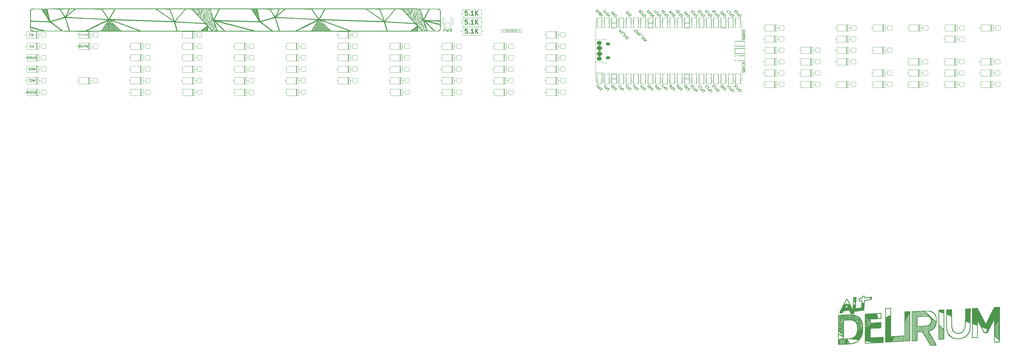
<source format=gto>
G04 #@! TF.GenerationSoftware,KiCad,Pcbnew,(6.0.2)*
G04 #@! TF.CreationDate,2022-03-10T23:30:07+00:00*
G04 #@! TF.ProjectId,ENV_KB_RGB,454e565f-4b42-45f5-9247-422e6b696361,Rev.1*
G04 #@! TF.SameCoordinates,Original*
G04 #@! TF.FileFunction,Legend,Top*
G04 #@! TF.FilePolarity,Positive*
%FSLAX46Y46*%
G04 Gerber Fmt 4.6, Leading zero omitted, Abs format (unit mm)*
G04 Created by KiCad (PCBNEW (6.0.2)) date 2022-03-10 23:30:07*
%MOMM*%
%LPD*%
G01*
G04 APERTURE LIST*
G04 Aperture macros list*
%AMRoundRect*
0 Rectangle with rounded corners*
0 $1 Rounding radius*
0 $2 $3 $4 $5 $6 $7 $8 $9 X,Y pos of 4 corners*
0 Add a 4 corners polygon primitive as box body*
4,1,4,$2,$3,$4,$5,$6,$7,$8,$9,$2,$3,0*
0 Add four circle primitives for the rounded corners*
1,1,$1+$1,$2,$3*
1,1,$1+$1,$4,$5*
1,1,$1+$1,$6,$7*
1,1,$1+$1,$8,$9*
0 Add four rect primitives between the rounded corners*
20,1,$1+$1,$2,$3,$4,$5,0*
20,1,$1+$1,$4,$5,$6,$7,0*
20,1,$1+$1,$6,$7,$8,$9,0*
20,1,$1+$1,$8,$9,$2,$3,0*%
G04 Aperture macros list end*
%ADD10C,0.300000*%
%ADD11C,0.150000*%
%ADD12C,0.125000*%
%ADD13C,0.120000*%
%ADD14C,0.010000*%
%ADD15O,1.500000X1.100000*%
%ADD16O,1.700000X1.350000*%
%ADD17C,4.089800*%
%ADD18C,1.852000*%
%ADD19C,3.352000*%
%ADD20RoundRect,0.051000X0.900000X-0.900000X0.900000X0.900000X-0.900000X0.900000X-0.900000X-0.900000X0*%
%ADD21C,1.902000*%
%ADD22C,1.702000*%
%ADD23O,1.702000X1.702000*%
%ADD24C,4.502000*%
%ADD25RoundRect,0.051000X0.850000X-1.750000X0.850000X1.750000X-0.850000X1.750000X-0.850000X-1.750000X0*%
%ADD26O,1.802000X1.802000*%
%ADD27RoundRect,0.051000X0.850000X-0.850000X0.850000X0.850000X-0.850000X0.850000X-0.850000X-0.850000X0*%
%ADD28RoundRect,0.051000X1.750000X0.850000X-1.750000X0.850000X-1.750000X-0.850000X1.750000X-0.850000X0*%
%ADD29RoundRect,0.488500X0.437500X-0.437500X0.437500X0.437500X-0.437500X0.437500X-0.437500X-0.437500X0*%
%ADD30RoundRect,0.051000X0.800000X0.800000X-0.800000X0.800000X-0.800000X-0.800000X0.800000X-0.800000X0*%
%ADD31C,3.150000*%
%ADD32C,0.752000*%
%ADD33RoundRect,0.051000X0.300000X0.550000X-0.300000X0.550000X-0.300000X-0.550000X0.300000X-0.550000X0*%
%ADD34RoundRect,0.051000X0.150000X0.550000X-0.150000X0.550000X-0.150000X-0.550000X0.150000X-0.550000X0*%
%ADD35O,1.002000X2.202000*%
G04 APERTURE END LIST*
D10*
X196885714Y-63928571D02*
X196171428Y-63928571D01*
X196100000Y-64642857D01*
X196171428Y-64571428D01*
X196314285Y-64500000D01*
X196671428Y-64500000D01*
X196814285Y-64571428D01*
X196885714Y-64642857D01*
X196957142Y-64785714D01*
X196957142Y-65142857D01*
X196885714Y-65285714D01*
X196814285Y-65357142D01*
X196671428Y-65428571D01*
X196314285Y-65428571D01*
X196171428Y-65357142D01*
X196100000Y-65285714D01*
X197600000Y-65285714D02*
X197671428Y-65357142D01*
X197600000Y-65428571D01*
X197528571Y-65357142D01*
X197600000Y-65285714D01*
X197600000Y-65428571D01*
X199100000Y-65428571D02*
X198242857Y-65428571D01*
X198671428Y-65428571D02*
X198671428Y-63928571D01*
X198528571Y-64142857D01*
X198385714Y-64285714D01*
X198242857Y-64357142D01*
X199742857Y-65428571D02*
X199742857Y-63928571D01*
X200600000Y-65428571D02*
X199957142Y-64571428D01*
X200600000Y-63928571D02*
X199742857Y-64785714D01*
X196885714Y-67078571D02*
X196171428Y-67078571D01*
X196100000Y-67792857D01*
X196171428Y-67721428D01*
X196314285Y-67650000D01*
X196671428Y-67650000D01*
X196814285Y-67721428D01*
X196885714Y-67792857D01*
X196957142Y-67935714D01*
X196957142Y-68292857D01*
X196885714Y-68435714D01*
X196814285Y-68507142D01*
X196671428Y-68578571D01*
X196314285Y-68578571D01*
X196171428Y-68507142D01*
X196100000Y-68435714D01*
X197600000Y-68435714D02*
X197671428Y-68507142D01*
X197600000Y-68578571D01*
X197528571Y-68507142D01*
X197600000Y-68435714D01*
X197600000Y-68578571D01*
X199100000Y-68578571D02*
X198242857Y-68578571D01*
X198671428Y-68578571D02*
X198671428Y-67078571D01*
X198528571Y-67292857D01*
X198385714Y-67435714D01*
X198242857Y-67507142D01*
X199742857Y-68578571D02*
X199742857Y-67078571D01*
X200600000Y-68578571D02*
X199957142Y-67721428D01*
X200600000Y-67078571D02*
X199742857Y-67935714D01*
D11*
X44114285Y-81461904D02*
X44114285Y-80661904D01*
X44304761Y-80661904D01*
X44419047Y-80700000D01*
X44495238Y-80776190D01*
X44533333Y-80852380D01*
X44571428Y-81004761D01*
X44571428Y-81119047D01*
X44533333Y-81271428D01*
X44495238Y-81347619D01*
X44419047Y-81423809D01*
X44304761Y-81461904D01*
X44114285Y-81461904D01*
X45066666Y-80661904D02*
X45219047Y-80661904D01*
X45295238Y-80700000D01*
X45371428Y-80776190D01*
X45409523Y-80928571D01*
X45409523Y-81195238D01*
X45371428Y-81347619D01*
X45295238Y-81423809D01*
X45219047Y-81461904D01*
X45066666Y-81461904D01*
X44990476Y-81423809D01*
X44914285Y-81347619D01*
X44876190Y-81195238D01*
X44876190Y-80928571D01*
X44914285Y-80776190D01*
X44990476Y-80700000D01*
X45066666Y-80661904D01*
X45752380Y-81461904D02*
X45752380Y-80661904D01*
X46019047Y-81233333D01*
X46285714Y-80661904D01*
X46285714Y-81461904D01*
X44095238Y-84661904D02*
X44552380Y-84661904D01*
X44323809Y-85461904D02*
X44323809Y-84661904D01*
X44971428Y-84661904D02*
X45123809Y-84661904D01*
X45200000Y-84700000D01*
X45276190Y-84776190D01*
X45314285Y-84928571D01*
X45314285Y-85195238D01*
X45276190Y-85347619D01*
X45200000Y-85423809D01*
X45123809Y-85461904D01*
X44971428Y-85461904D01*
X44895238Y-85423809D01*
X44819047Y-85347619D01*
X44780952Y-85195238D01*
X44780952Y-84928571D01*
X44819047Y-84776190D01*
X44895238Y-84700000D01*
X44971428Y-84661904D01*
X45657142Y-85461904D02*
X45657142Y-84661904D01*
X45923809Y-85233333D01*
X46190476Y-84661904D01*
X46190476Y-85461904D01*
X43966666Y-89539285D02*
X43733333Y-89182142D01*
X43566666Y-89539285D02*
X43566666Y-88789285D01*
X43833333Y-88789285D01*
X43900000Y-88825000D01*
X43933333Y-88860714D01*
X43966666Y-88932142D01*
X43966666Y-89039285D01*
X43933333Y-89110714D01*
X43900000Y-89146428D01*
X43833333Y-89182142D01*
X43566666Y-89182142D01*
X44400000Y-88789285D02*
X44533333Y-88789285D01*
X44600000Y-88825000D01*
X44666666Y-88896428D01*
X44700000Y-89039285D01*
X44700000Y-89289285D01*
X44666666Y-89432142D01*
X44600000Y-89503571D01*
X44533333Y-89539285D01*
X44400000Y-89539285D01*
X44333333Y-89503571D01*
X44266666Y-89432142D01*
X44233333Y-89289285D01*
X44233333Y-89039285D01*
X44266666Y-88896428D01*
X44333333Y-88825000D01*
X44400000Y-88789285D01*
X45000000Y-88789285D02*
X45000000Y-89396428D01*
X45033333Y-89467857D01*
X45066666Y-89503571D01*
X45133333Y-89539285D01*
X45266666Y-89539285D01*
X45333333Y-89503571D01*
X45366666Y-89467857D01*
X45400000Y-89396428D01*
X45400000Y-88789285D01*
X45633333Y-88789285D02*
X46033333Y-88789285D01*
X45833333Y-89539285D02*
X45833333Y-88789285D01*
X46233333Y-89325000D02*
X46566666Y-89325000D01*
X46166666Y-89539285D02*
X46400000Y-88789285D01*
X46633333Y-89539285D01*
D12*
X61604761Y-68826190D02*
X61890476Y-68826190D01*
X61747619Y-69326190D02*
X61747619Y-68826190D01*
X62057142Y-69064285D02*
X62223809Y-69064285D01*
X62295238Y-69326190D02*
X62057142Y-69326190D01*
X62057142Y-68826190D01*
X62295238Y-68826190D01*
X62795238Y-69278571D02*
X62771428Y-69302380D01*
X62700000Y-69326190D01*
X62652380Y-69326190D01*
X62580952Y-69302380D01*
X62533333Y-69254761D01*
X62509523Y-69207142D01*
X62485714Y-69111904D01*
X62485714Y-69040476D01*
X62509523Y-68945238D01*
X62533333Y-68897619D01*
X62580952Y-68850000D01*
X62652380Y-68826190D01*
X62700000Y-68826190D01*
X62771428Y-68850000D01*
X62795238Y-68873809D01*
X63009523Y-69326190D02*
X63009523Y-68826190D01*
X63009523Y-69064285D02*
X63295238Y-69064285D01*
X63295238Y-69326190D02*
X63295238Y-68826190D01*
X63700000Y-69064285D02*
X63533333Y-69064285D01*
X63533333Y-69326190D02*
X63533333Y-68826190D01*
X63771428Y-68826190D01*
X63938095Y-69183333D02*
X64176190Y-69183333D01*
X63890476Y-69326190D02*
X64057142Y-68826190D01*
X64223809Y-69326190D01*
X64390476Y-69326190D02*
X64390476Y-68826190D01*
X64557142Y-69183333D01*
X64723809Y-68826190D01*
X64723809Y-69326190D01*
D11*
X43614285Y-77461904D02*
X43614285Y-76661904D01*
X43880952Y-77233333D01*
X44147619Y-76661904D01*
X44147619Y-77461904D01*
X44795238Y-77042857D02*
X44909523Y-77080952D01*
X44947619Y-77119047D01*
X44985714Y-77195238D01*
X44985714Y-77309523D01*
X44947619Y-77385714D01*
X44909523Y-77423809D01*
X44833333Y-77461904D01*
X44528571Y-77461904D01*
X44528571Y-76661904D01*
X44795238Y-76661904D01*
X44871428Y-76700000D01*
X44909523Y-76738095D01*
X44947619Y-76814285D01*
X44947619Y-76890476D01*
X44909523Y-76966666D01*
X44871428Y-77004761D01*
X44795238Y-77042857D01*
X44528571Y-77042857D01*
X45328571Y-76661904D02*
X45328571Y-77309523D01*
X45366666Y-77385714D01*
X45404761Y-77423809D01*
X45480952Y-77461904D01*
X45633333Y-77461904D01*
X45709523Y-77423809D01*
X45747619Y-77385714D01*
X45785714Y-77309523D01*
X45785714Y-76661904D01*
X46166666Y-77461904D02*
X46166666Y-76661904D01*
X46623809Y-77461904D02*
X46280952Y-77004761D01*
X46623809Y-76661904D02*
X46166666Y-77119047D01*
X44740476Y-69375714D02*
X44702380Y-69413809D01*
X44588095Y-69451904D01*
X44511904Y-69451904D01*
X44397619Y-69413809D01*
X44321428Y-69337619D01*
X44283333Y-69261428D01*
X44245238Y-69109047D01*
X44245238Y-68994761D01*
X44283333Y-68842380D01*
X44321428Y-68766190D01*
X44397619Y-68690000D01*
X44511904Y-68651904D01*
X44588095Y-68651904D01*
X44702380Y-68690000D01*
X44740476Y-68728095D01*
X45007142Y-68651904D02*
X45197619Y-69451904D01*
X45350000Y-68880476D01*
X45502380Y-69451904D01*
X45692857Y-68651904D01*
X61950000Y-73042857D02*
X62064285Y-73080952D01*
X62102380Y-73119047D01*
X62140476Y-73195238D01*
X62140476Y-73309523D01*
X62102380Y-73385714D01*
X62064285Y-73423809D01*
X61988095Y-73461904D01*
X61683333Y-73461904D01*
X61683333Y-72661904D01*
X61950000Y-72661904D01*
X62026190Y-72700000D01*
X62064285Y-72738095D01*
X62102380Y-72814285D01*
X62102380Y-72890476D01*
X62064285Y-72966666D01*
X62026190Y-73004761D01*
X61950000Y-73042857D01*
X61683333Y-73042857D01*
X62940476Y-73385714D02*
X62902380Y-73423809D01*
X62788095Y-73461904D01*
X62711904Y-73461904D01*
X62597619Y-73423809D01*
X62521428Y-73347619D01*
X62483333Y-73271428D01*
X62445238Y-73119047D01*
X62445238Y-73004761D01*
X62483333Y-72852380D01*
X62521428Y-72776190D01*
X62597619Y-72700000D01*
X62711904Y-72661904D01*
X62788095Y-72661904D01*
X62902380Y-72700000D01*
X62940476Y-72738095D01*
X63283333Y-73461904D02*
X63283333Y-72661904D01*
X63588095Y-72661904D01*
X63664285Y-72700000D01*
X63702380Y-72738095D01*
X63740476Y-72814285D01*
X63740476Y-72928571D01*
X63702380Y-73004761D01*
X63664285Y-73042857D01*
X63588095Y-73080952D01*
X63283333Y-73080952D01*
X64007142Y-72661904D02*
X64197619Y-73461904D01*
X64350000Y-72890476D01*
X64502380Y-73461904D01*
X64692857Y-72661904D01*
X44552380Y-72661904D02*
X44552380Y-73309523D01*
X44590476Y-73385714D01*
X44628571Y-73423809D01*
X44704761Y-73461904D01*
X44857142Y-73461904D01*
X44933333Y-73423809D01*
X44971428Y-73385714D01*
X45009523Y-73309523D01*
X45009523Y-72661904D01*
X45390476Y-72661904D02*
X45390476Y-73309523D01*
X45428571Y-73385714D01*
X45466666Y-73423809D01*
X45542857Y-73461904D01*
X45695238Y-73461904D01*
X45771428Y-73423809D01*
X45809523Y-73385714D01*
X45847619Y-73309523D01*
X45847619Y-72661904D01*
D10*
X196885714Y-60778571D02*
X196171428Y-60778571D01*
X196100000Y-61492857D01*
X196171428Y-61421428D01*
X196314285Y-61350000D01*
X196671428Y-61350000D01*
X196814285Y-61421428D01*
X196885714Y-61492857D01*
X196957142Y-61635714D01*
X196957142Y-61992857D01*
X196885714Y-62135714D01*
X196814285Y-62207142D01*
X196671428Y-62278571D01*
X196314285Y-62278571D01*
X196171428Y-62207142D01*
X196100000Y-62135714D01*
X197600000Y-62135714D02*
X197671428Y-62207142D01*
X197600000Y-62278571D01*
X197528571Y-62207142D01*
X197600000Y-62135714D01*
X197600000Y-62278571D01*
X199100000Y-62278571D02*
X198242857Y-62278571D01*
X198671428Y-62278571D02*
X198671428Y-60778571D01*
X198528571Y-60992857D01*
X198385714Y-61135714D01*
X198242857Y-61207142D01*
X199742857Y-62278571D02*
X199742857Y-60778571D01*
X200600000Y-62278571D02*
X199957142Y-61421428D01*
X200600000Y-60778571D02*
X199742857Y-61635714D01*
D11*
X188716666Y-68052380D02*
X188716666Y-67052380D01*
X189097619Y-67052380D01*
X189192857Y-67100000D01*
X189240476Y-67147619D01*
X189288095Y-67242857D01*
X189288095Y-67385714D01*
X189240476Y-67480952D01*
X189192857Y-67528571D01*
X189097619Y-67576190D01*
X188716666Y-67576190D01*
X189621428Y-67052380D02*
X189859523Y-68052380D01*
X190050000Y-67338095D01*
X190240476Y-68052380D01*
X190478571Y-67052380D01*
X191430952Y-68052380D02*
X191097619Y-67576190D01*
X190859523Y-68052380D02*
X190859523Y-67052380D01*
X191240476Y-67052380D01*
X191335714Y-67100000D01*
X191383333Y-67147619D01*
X191430952Y-67242857D01*
X191430952Y-67385714D01*
X191383333Y-67480952D01*
X191335714Y-67528571D01*
X191240476Y-67576190D01*
X190859523Y-67576190D01*
X291570592Y-62612277D02*
X291597529Y-62693089D01*
X291678341Y-62773902D01*
X291786091Y-62827776D01*
X291893841Y-62827776D01*
X291974653Y-62800839D01*
X292109340Y-62720027D01*
X292190152Y-62639215D01*
X292270964Y-62504528D01*
X292297902Y-62423715D01*
X292297902Y-62315966D01*
X292244027Y-62208216D01*
X292190152Y-62154341D01*
X292082402Y-62100467D01*
X292028528Y-62100467D01*
X291839966Y-62289028D01*
X291947715Y-62396778D01*
X291839966Y-61804155D02*
X291274280Y-62369841D01*
X291058781Y-62154341D01*
X291031844Y-62073529D01*
X291031844Y-62019654D01*
X291058781Y-61938842D01*
X291139593Y-61858030D01*
X291220406Y-61831093D01*
X291274280Y-61831093D01*
X291355093Y-61858030D01*
X291570592Y-62073529D01*
X290977969Y-60942158D02*
X291301218Y-61265407D01*
X291139593Y-61103783D02*
X290573908Y-61669468D01*
X290708595Y-61642531D01*
X290816345Y-61642531D01*
X290897157Y-61669468D01*
X289927410Y-61022971D02*
X290035160Y-61130720D01*
X290115972Y-61157658D01*
X290169847Y-61157658D01*
X290304534Y-61130720D01*
X290439221Y-61049908D01*
X290654720Y-60834409D01*
X290681658Y-60753597D01*
X290681658Y-60699722D01*
X290654720Y-60618910D01*
X290546971Y-60511160D01*
X290466158Y-60484223D01*
X290412284Y-60484223D01*
X290331471Y-60511160D01*
X290196784Y-60645847D01*
X290169847Y-60726659D01*
X290169847Y-60780534D01*
X290196784Y-60861346D01*
X290304534Y-60969096D01*
X290385346Y-60996033D01*
X290439221Y-60996033D01*
X290520033Y-60969096D01*
X253201218Y-88196903D02*
X253228155Y-88277715D01*
X253308967Y-88358528D01*
X253416717Y-88412402D01*
X253524467Y-88412402D01*
X253605279Y-88385465D01*
X253739966Y-88304653D01*
X253820778Y-88223841D01*
X253901590Y-88089154D01*
X253928528Y-88008341D01*
X253928528Y-87900592D01*
X253874653Y-87792842D01*
X253820778Y-87738967D01*
X253713028Y-87685093D01*
X253659154Y-87685093D01*
X253470592Y-87873654D01*
X253578341Y-87981404D01*
X253470592Y-87388781D02*
X252904906Y-87954467D01*
X252689407Y-87738967D01*
X252662470Y-87658155D01*
X252662470Y-87604280D01*
X252689407Y-87523468D01*
X252770219Y-87442656D01*
X252851032Y-87415719D01*
X252904906Y-87415719D01*
X252985719Y-87442656D01*
X253201218Y-87658155D01*
X252393096Y-87442656D02*
X252042910Y-87092470D01*
X252446971Y-87065532D01*
X252366158Y-86984720D01*
X252339221Y-86903908D01*
X252339221Y-86850033D01*
X252366158Y-86769221D01*
X252500845Y-86634534D01*
X252581658Y-86607597D01*
X252635532Y-86607597D01*
X252716345Y-86634534D01*
X252877969Y-86796158D01*
X252904906Y-86876971D01*
X252904906Y-86930845D01*
X270981218Y-88196903D02*
X271008155Y-88277715D01*
X271088967Y-88358528D01*
X271196717Y-88412402D01*
X271304467Y-88412402D01*
X271385279Y-88385465D01*
X271519966Y-88304653D01*
X271600778Y-88223841D01*
X271681590Y-88089154D01*
X271708528Y-88008341D01*
X271708528Y-87900592D01*
X271654653Y-87792842D01*
X271600778Y-87738967D01*
X271493028Y-87685093D01*
X271439154Y-87685093D01*
X271250592Y-87873654D01*
X271358341Y-87981404D01*
X271250592Y-87388781D02*
X270684906Y-87954467D01*
X270469407Y-87738967D01*
X270442470Y-87658155D01*
X270442470Y-87604280D01*
X270469407Y-87523468D01*
X270550219Y-87442656D01*
X270631032Y-87415719D01*
X270684906Y-87415719D01*
X270765719Y-87442656D01*
X270981218Y-87658155D01*
X270657969Y-86796158D02*
X270550219Y-86688409D01*
X270469407Y-86661471D01*
X270415532Y-86661471D01*
X270280845Y-86688409D01*
X270146158Y-86769221D01*
X269930659Y-86984720D01*
X269903722Y-87065532D01*
X269903722Y-87119407D01*
X269930659Y-87200219D01*
X270038409Y-87307969D01*
X270119221Y-87334906D01*
X270173096Y-87334906D01*
X270253908Y-87307969D01*
X270388595Y-87173282D01*
X270415532Y-87092470D01*
X270415532Y-87038595D01*
X270388595Y-86957783D01*
X270280845Y-86850033D01*
X270200033Y-86823096D01*
X270146158Y-86823096D01*
X270065346Y-86850033D01*
X283950592Y-62612277D02*
X283977529Y-62693089D01*
X284058341Y-62773902D01*
X284166091Y-62827776D01*
X284273841Y-62827776D01*
X284354653Y-62800839D01*
X284489340Y-62720027D01*
X284570152Y-62639215D01*
X284650964Y-62504528D01*
X284677902Y-62423715D01*
X284677902Y-62315966D01*
X284624027Y-62208216D01*
X284570152Y-62154341D01*
X284462402Y-62100467D01*
X284408528Y-62100467D01*
X284219966Y-62289028D01*
X284327715Y-62396778D01*
X284219966Y-61804155D02*
X283654280Y-62369841D01*
X283438781Y-62154341D01*
X283411844Y-62073529D01*
X283411844Y-62019654D01*
X283438781Y-61938842D01*
X283519593Y-61858030D01*
X283600406Y-61831093D01*
X283654280Y-61831093D01*
X283735093Y-61858030D01*
X283950592Y-62073529D01*
X283357969Y-60942158D02*
X283681218Y-61265407D01*
X283519593Y-61103783D02*
X282953908Y-61669468D01*
X283088595Y-61642531D01*
X283196345Y-61642531D01*
X283277157Y-61669468D01*
X282711471Y-60942158D02*
X282738409Y-61022971D01*
X282738409Y-61076845D01*
X282711471Y-61157658D01*
X282684534Y-61184595D01*
X282603722Y-61211532D01*
X282549847Y-61211532D01*
X282469035Y-61184595D01*
X282361285Y-61076845D01*
X282334348Y-60996033D01*
X282334348Y-60942158D01*
X282361285Y-60861346D01*
X282388223Y-60834409D01*
X282469035Y-60807471D01*
X282522910Y-60807471D01*
X282603722Y-60834409D01*
X282711471Y-60942158D01*
X282792284Y-60969096D01*
X282846158Y-60969096D01*
X282926971Y-60942158D01*
X283034720Y-60834409D01*
X283061658Y-60753597D01*
X283061658Y-60699722D01*
X283034720Y-60618910D01*
X282926971Y-60511160D01*
X282846158Y-60484223D01*
X282792284Y-60484223D01*
X282711471Y-60511160D01*
X282603722Y-60618910D01*
X282576784Y-60699722D01*
X282576784Y-60753597D01*
X282603722Y-60834409D01*
X276330592Y-88720277D02*
X276357529Y-88801089D01*
X276438341Y-88881902D01*
X276546091Y-88935776D01*
X276653841Y-88935776D01*
X276734653Y-88908839D01*
X276869340Y-88828027D01*
X276950152Y-88747215D01*
X277030964Y-88612528D01*
X277057902Y-88531715D01*
X277057902Y-88423966D01*
X277004027Y-88316216D01*
X276950152Y-88262341D01*
X276842402Y-88208467D01*
X276788528Y-88208467D01*
X276599966Y-88397028D01*
X276707715Y-88504778D01*
X276599966Y-87912155D02*
X276034280Y-88477841D01*
X275818781Y-88262341D01*
X275791844Y-88181529D01*
X275791844Y-88127654D01*
X275818781Y-88046842D01*
X275899593Y-87966030D01*
X275980406Y-87939093D01*
X276034280Y-87939093D01*
X276115093Y-87966030D01*
X276330592Y-88181529D01*
X275737969Y-87050158D02*
X276061218Y-87373407D01*
X275899593Y-87211783D02*
X275333908Y-87777468D01*
X275468595Y-87750531D01*
X275576345Y-87750531D01*
X275657157Y-87777468D01*
X274822097Y-87265658D02*
X274768223Y-87211783D01*
X274741285Y-87130971D01*
X274741285Y-87077096D01*
X274768223Y-86996284D01*
X274849035Y-86861597D01*
X274983722Y-86726910D01*
X275118409Y-86646097D01*
X275199221Y-86619160D01*
X275253096Y-86619160D01*
X275333908Y-86646097D01*
X275387783Y-86699972D01*
X275414720Y-86780784D01*
X275414720Y-86834659D01*
X275387783Y-86915471D01*
X275306971Y-87050158D01*
X275172284Y-87184845D01*
X275037597Y-87265658D01*
X274956784Y-87292595D01*
X274902910Y-87292595D01*
X274822097Y-87265658D01*
X273548155Y-62623841D02*
X273575093Y-62704653D01*
X273655905Y-62785465D01*
X273763654Y-62839340D01*
X273871404Y-62839340D01*
X273952216Y-62812402D01*
X274086903Y-62731590D01*
X274167715Y-62650778D01*
X274248528Y-62516091D01*
X274275465Y-62435279D01*
X274275465Y-62327529D01*
X274221590Y-62219780D01*
X274167715Y-62165905D01*
X274059966Y-62112030D01*
X274006091Y-62112030D01*
X273817529Y-62300592D01*
X273925279Y-62408341D01*
X273817529Y-61815719D02*
X273251844Y-62381404D01*
X273494280Y-61492470D01*
X272928595Y-62058155D01*
X273224906Y-61223096D02*
X272659221Y-61788781D01*
X272524534Y-61654094D01*
X272470659Y-61546345D01*
X272470659Y-61438595D01*
X272497597Y-61357783D01*
X272578409Y-61223096D01*
X272659221Y-61142284D01*
X272793908Y-61061471D01*
X272874720Y-61034534D01*
X272982470Y-61034534D01*
X273090219Y-61088409D01*
X273224906Y-61223096D01*
X283950592Y-88720277D02*
X283977529Y-88801089D01*
X284058341Y-88881902D01*
X284166091Y-88935776D01*
X284273841Y-88935776D01*
X284354653Y-88908839D01*
X284489340Y-88828027D01*
X284570152Y-88747215D01*
X284650964Y-88612528D01*
X284677902Y-88531715D01*
X284677902Y-88423966D01*
X284624027Y-88316216D01*
X284570152Y-88262341D01*
X284462402Y-88208467D01*
X284408528Y-88208467D01*
X284219966Y-88397028D01*
X284327715Y-88504778D01*
X284219966Y-87912155D02*
X283654280Y-88477841D01*
X283438781Y-88262341D01*
X283411844Y-88181529D01*
X283411844Y-88127654D01*
X283438781Y-88046842D01*
X283519593Y-87966030D01*
X283600406Y-87939093D01*
X283654280Y-87939093D01*
X283735093Y-87966030D01*
X283950592Y-88181529D01*
X283357969Y-87050158D02*
X283681218Y-87373407D01*
X283519593Y-87211783D02*
X282953908Y-87777468D01*
X283088595Y-87750531D01*
X283196345Y-87750531D01*
X283277157Y-87777468D01*
X282603722Y-87427282D02*
X282253536Y-87077096D01*
X282657597Y-87050158D01*
X282576784Y-86969346D01*
X282549847Y-86888534D01*
X282549847Y-86834659D01*
X282576784Y-86753847D01*
X282711471Y-86619160D01*
X282792284Y-86592223D01*
X282846158Y-86592223D01*
X282926971Y-86619160D01*
X283088595Y-86780784D01*
X283115532Y-86861597D01*
X283115532Y-86915471D01*
X293573809Y-70805238D02*
X293611904Y-70690952D01*
X293611904Y-70500476D01*
X293573809Y-70424285D01*
X293535714Y-70386190D01*
X293459523Y-70348095D01*
X293383333Y-70348095D01*
X293307142Y-70386190D01*
X293269047Y-70424285D01*
X293230952Y-70500476D01*
X293192857Y-70652857D01*
X293154761Y-70729047D01*
X293116666Y-70767142D01*
X293040476Y-70805238D01*
X292964285Y-70805238D01*
X292888095Y-70767142D01*
X292850000Y-70729047D01*
X292811904Y-70652857D01*
X292811904Y-70462380D01*
X292850000Y-70348095D01*
X292811904Y-70081428D02*
X293611904Y-69890952D01*
X293040476Y-69738571D01*
X293611904Y-69586190D01*
X292811904Y-69395714D01*
X293611904Y-69090952D02*
X292811904Y-69090952D01*
X292811904Y-68900476D01*
X292850000Y-68786190D01*
X292926190Y-68710000D01*
X293002380Y-68671904D01*
X293154761Y-68633809D01*
X293269047Y-68633809D01*
X293421428Y-68671904D01*
X293497619Y-68710000D01*
X293573809Y-68786190D01*
X293611904Y-68900476D01*
X293611904Y-69090952D01*
X293611904Y-68290952D02*
X292811904Y-68290952D01*
X292811904Y-67757619D02*
X292811904Y-67605238D01*
X292850000Y-67529047D01*
X292926190Y-67452857D01*
X293078571Y-67414761D01*
X293345238Y-67414761D01*
X293497619Y-67452857D01*
X293573809Y-67529047D01*
X293611904Y-67605238D01*
X293611904Y-67757619D01*
X293573809Y-67833809D01*
X293497619Y-67910000D01*
X293345238Y-67948095D01*
X293078571Y-67948095D01*
X292926190Y-67910000D01*
X292850000Y-67833809D01*
X292811904Y-67757619D01*
X248148155Y-62623841D02*
X248175093Y-62704653D01*
X248255905Y-62785465D01*
X248363654Y-62839340D01*
X248471404Y-62839340D01*
X248552216Y-62812402D01*
X248686903Y-62731590D01*
X248767715Y-62650778D01*
X248848528Y-62516091D01*
X248875465Y-62435279D01*
X248875465Y-62327529D01*
X248821590Y-62219780D01*
X248767715Y-62165905D01*
X248659966Y-62112030D01*
X248606091Y-62112030D01*
X248417529Y-62300592D01*
X248525279Y-62408341D01*
X248417529Y-61815719D02*
X247851844Y-62381404D01*
X248094280Y-61492470D01*
X247528595Y-62058155D01*
X247824906Y-61223096D02*
X247259221Y-61788781D01*
X247124534Y-61654094D01*
X247070659Y-61546345D01*
X247070659Y-61438595D01*
X247097597Y-61357783D01*
X247178409Y-61223096D01*
X247259221Y-61142284D01*
X247393908Y-61061471D01*
X247474720Y-61034534D01*
X247582470Y-61034534D01*
X247690219Y-61088409D01*
X247824906Y-61223096D01*
X278870592Y-88866277D02*
X278897529Y-88947089D01*
X278978341Y-89027902D01*
X279086091Y-89081776D01*
X279193841Y-89081776D01*
X279274653Y-89054839D01*
X279409340Y-88974027D01*
X279490152Y-88893215D01*
X279570964Y-88758528D01*
X279597902Y-88677715D01*
X279597902Y-88569966D01*
X279544027Y-88462216D01*
X279490152Y-88408341D01*
X279382402Y-88354467D01*
X279328528Y-88354467D01*
X279139966Y-88543028D01*
X279247715Y-88650778D01*
X279139966Y-88058155D02*
X278574280Y-88623841D01*
X278358781Y-88408341D01*
X278331844Y-88327529D01*
X278331844Y-88273654D01*
X278358781Y-88192842D01*
X278439593Y-88112030D01*
X278520406Y-88085093D01*
X278574280Y-88085093D01*
X278655093Y-88112030D01*
X278870592Y-88327529D01*
X278277969Y-87196158D02*
X278601218Y-87519407D01*
X278439593Y-87357783D02*
X277873908Y-87923468D01*
X278008595Y-87896531D01*
X278116345Y-87896531D01*
X278197157Y-87923468D01*
X277739221Y-86657410D02*
X278062470Y-86980659D01*
X277900845Y-86819035D02*
X277335160Y-87384720D01*
X277469847Y-87357783D01*
X277577597Y-87357783D01*
X277658409Y-87384720D01*
X259233773Y-71105211D02*
X258964399Y-70835837D01*
X259449272Y-70997462D02*
X258695025Y-71374585D01*
X259072149Y-70620338D01*
X258883587Y-70431776D02*
X258317902Y-70997462D01*
X258183215Y-70862775D01*
X258129340Y-70755025D01*
X258129340Y-70647276D01*
X258156277Y-70566463D01*
X258237089Y-70431776D01*
X258317902Y-70350964D01*
X258452589Y-70270152D01*
X258533401Y-70243215D01*
X258641150Y-70243215D01*
X258748900Y-70297089D01*
X258883587Y-70431776D01*
X257940778Y-69596717D02*
X257994653Y-69596717D01*
X258102402Y-69650592D01*
X258156277Y-69704467D01*
X258210152Y-69812216D01*
X258210152Y-69919966D01*
X258183215Y-70000778D01*
X258102402Y-70135465D01*
X258021590Y-70216277D01*
X257886903Y-70297089D01*
X257806091Y-70324027D01*
X257698341Y-70324027D01*
X257590592Y-70270152D01*
X257536717Y-70216277D01*
X257482842Y-70108528D01*
X257482842Y-70054653D01*
X257940778Y-69381218D02*
X257509780Y-68950219D01*
X256836345Y-69515905D02*
X257213468Y-68761658D01*
X256459221Y-69138781D01*
X256513096Y-68061285D02*
X256432284Y-68519221D01*
X256836345Y-68384534D02*
X256270659Y-68950219D01*
X256055160Y-68734720D01*
X256028223Y-68653908D01*
X256028223Y-68600033D01*
X256055160Y-68519221D01*
X256135972Y-68438409D01*
X256216784Y-68411471D01*
X256270659Y-68411471D01*
X256351471Y-68438409D01*
X256566971Y-68653908D01*
X255974348Y-68115160D02*
X255785786Y-67926598D01*
X256001285Y-67549475D02*
X256270659Y-67818849D01*
X255704974Y-68384534D01*
X255435600Y-68115160D01*
X255273975Y-67414788D02*
X255462537Y-67603349D01*
X255758849Y-67307038D02*
X255193163Y-67872723D01*
X254923789Y-67603349D01*
X286248155Y-62623841D02*
X286275093Y-62704653D01*
X286355905Y-62785465D01*
X286463654Y-62839340D01*
X286571404Y-62839340D01*
X286652216Y-62812402D01*
X286786903Y-62731590D01*
X286867715Y-62650778D01*
X286948528Y-62516091D01*
X286975465Y-62435279D01*
X286975465Y-62327529D01*
X286921590Y-62219780D01*
X286867715Y-62165905D01*
X286759966Y-62112030D01*
X286706091Y-62112030D01*
X286517529Y-62300592D01*
X286625279Y-62408341D01*
X286517529Y-61815719D02*
X285951844Y-62381404D01*
X286194280Y-61492470D01*
X285628595Y-62058155D01*
X285924906Y-61223096D02*
X285359221Y-61788781D01*
X285224534Y-61654094D01*
X285170659Y-61546345D01*
X285170659Y-61438595D01*
X285197597Y-61357783D01*
X285278409Y-61223096D01*
X285359221Y-61142284D01*
X285493908Y-61061471D01*
X285574720Y-61034534D01*
X285682470Y-61034534D01*
X285790219Y-61088409D01*
X285924906Y-61223096D01*
X255741218Y-88196903D02*
X255768155Y-88277715D01*
X255848967Y-88358528D01*
X255956717Y-88412402D01*
X256064467Y-88412402D01*
X256145279Y-88385465D01*
X256279966Y-88304653D01*
X256360778Y-88223841D01*
X256441590Y-88089154D01*
X256468528Y-88008341D01*
X256468528Y-87900592D01*
X256414653Y-87792842D01*
X256360778Y-87738967D01*
X256253028Y-87685093D01*
X256199154Y-87685093D01*
X256010592Y-87873654D01*
X256118341Y-87981404D01*
X256010592Y-87388781D02*
X255444906Y-87954467D01*
X255229407Y-87738967D01*
X255202470Y-87658155D01*
X255202470Y-87604280D01*
X255229407Y-87523468D01*
X255310219Y-87442656D01*
X255391032Y-87415719D01*
X255444906Y-87415719D01*
X255525719Y-87442656D01*
X255741218Y-87658155D01*
X254825346Y-86957783D02*
X255202470Y-86580659D01*
X254744534Y-87307969D02*
X255283282Y-87038595D01*
X254933096Y-86688409D01*
X268993435Y-61871624D02*
X268912622Y-62329560D01*
X269316683Y-62194873D02*
X268750998Y-62760558D01*
X268535499Y-62545059D01*
X268508561Y-62464247D01*
X268508561Y-62410372D01*
X268535499Y-62329560D01*
X268616311Y-62248748D01*
X268697123Y-62221810D01*
X268750998Y-62221810D01*
X268831810Y-62248748D01*
X269047309Y-62464247D01*
X268185312Y-62194873D02*
X268643248Y-61736937D01*
X268670186Y-61656125D01*
X268670186Y-61602250D01*
X268643248Y-61521438D01*
X268535499Y-61413688D01*
X268454687Y-61386751D01*
X268400812Y-61386751D01*
X268320000Y-61413688D01*
X267862064Y-61871624D01*
X268158375Y-61036564D02*
X267592690Y-61602250D01*
X267835126Y-60713316D01*
X267269441Y-61279001D01*
X278870592Y-62612277D02*
X278897529Y-62693089D01*
X278978341Y-62773902D01*
X279086091Y-62827776D01*
X279193841Y-62827776D01*
X279274653Y-62800839D01*
X279409340Y-62720027D01*
X279490152Y-62639215D01*
X279570964Y-62504528D01*
X279597902Y-62423715D01*
X279597902Y-62315966D01*
X279544027Y-62208216D01*
X279490152Y-62154341D01*
X279382402Y-62100467D01*
X279328528Y-62100467D01*
X279139966Y-62289028D01*
X279247715Y-62396778D01*
X279139966Y-61804155D02*
X278574280Y-62369841D01*
X278358781Y-62154341D01*
X278331844Y-62073529D01*
X278331844Y-62019654D01*
X278358781Y-61938842D01*
X278439593Y-61858030D01*
X278520406Y-61831093D01*
X278574280Y-61831093D01*
X278655093Y-61858030D01*
X278870592Y-62073529D01*
X278089407Y-61777218D02*
X278035532Y-61777218D01*
X277954720Y-61750280D01*
X277820033Y-61615593D01*
X277793096Y-61534781D01*
X277793096Y-61480906D01*
X277820033Y-61400094D01*
X277873908Y-61346219D01*
X277981658Y-61292345D01*
X278628155Y-61292345D01*
X278277969Y-60942158D01*
X277362097Y-61157658D02*
X277308223Y-61103783D01*
X277281285Y-61022971D01*
X277281285Y-60969096D01*
X277308223Y-60888284D01*
X277389035Y-60753597D01*
X277523722Y-60618910D01*
X277658409Y-60538097D01*
X277739221Y-60511160D01*
X277793096Y-60511160D01*
X277873908Y-60538097D01*
X277927783Y-60591972D01*
X277954720Y-60672784D01*
X277954720Y-60726659D01*
X277927783Y-60807471D01*
X277846971Y-60942158D01*
X277712284Y-61076845D01*
X277577597Y-61157658D01*
X277496784Y-61184595D01*
X277442910Y-61184595D01*
X277362097Y-61157658D01*
X260848155Y-88223841D02*
X260875093Y-88304653D01*
X260955905Y-88385465D01*
X261063654Y-88439340D01*
X261171404Y-88439340D01*
X261252216Y-88412402D01*
X261386903Y-88331590D01*
X261467715Y-88250778D01*
X261548528Y-88116091D01*
X261575465Y-88035279D01*
X261575465Y-87927529D01*
X261521590Y-87819780D01*
X261467715Y-87765905D01*
X261359966Y-87712030D01*
X261306091Y-87712030D01*
X261117529Y-87900592D01*
X261225279Y-88008341D01*
X261117529Y-87415719D02*
X260551844Y-87981404D01*
X260794280Y-87092470D01*
X260228595Y-87658155D01*
X260524906Y-86823096D02*
X259959221Y-87388781D01*
X259824534Y-87254094D01*
X259770659Y-87146345D01*
X259770659Y-87038595D01*
X259797597Y-86957783D01*
X259878409Y-86823096D01*
X259959221Y-86742284D01*
X260093908Y-86661471D01*
X260174720Y-86634534D01*
X260282470Y-86634534D01*
X260390219Y-86688409D01*
X260524906Y-86823096D01*
X276340592Y-62612277D02*
X276367529Y-62693089D01*
X276448341Y-62773902D01*
X276556091Y-62827776D01*
X276663841Y-62827776D01*
X276744653Y-62800839D01*
X276879340Y-62720027D01*
X276960152Y-62639215D01*
X277040964Y-62504528D01*
X277067902Y-62423715D01*
X277067902Y-62315966D01*
X277014027Y-62208216D01*
X276960152Y-62154341D01*
X276852402Y-62100467D01*
X276798528Y-62100467D01*
X276609966Y-62289028D01*
X276717715Y-62396778D01*
X276609966Y-61804155D02*
X276044280Y-62369841D01*
X275828781Y-62154341D01*
X275801844Y-62073529D01*
X275801844Y-62019654D01*
X275828781Y-61938842D01*
X275909593Y-61858030D01*
X275990406Y-61831093D01*
X276044280Y-61831093D01*
X276125093Y-61858030D01*
X276340592Y-62073529D01*
X275559407Y-61777218D02*
X275505532Y-61777218D01*
X275424720Y-61750280D01*
X275290033Y-61615593D01*
X275263096Y-61534781D01*
X275263096Y-61480906D01*
X275290033Y-61400094D01*
X275343908Y-61346219D01*
X275451658Y-61292345D01*
X276098155Y-61292345D01*
X275747969Y-60942158D01*
X275209221Y-60403410D02*
X275532470Y-60726659D01*
X275370845Y-60565035D02*
X274805160Y-61130720D01*
X274939847Y-61103783D01*
X275047597Y-61103783D01*
X275128409Y-61130720D01*
X258296592Y-62612277D02*
X258323529Y-62693089D01*
X258404341Y-62773902D01*
X258512091Y-62827776D01*
X258619841Y-62827776D01*
X258700653Y-62800839D01*
X258835340Y-62720027D01*
X258916152Y-62639215D01*
X258996964Y-62504528D01*
X259023902Y-62423715D01*
X259023902Y-62315966D01*
X258970027Y-62208216D01*
X258916152Y-62154341D01*
X258808402Y-62100467D01*
X258754528Y-62100467D01*
X258565966Y-62289028D01*
X258673715Y-62396778D01*
X258565966Y-61804155D02*
X258000280Y-62369841D01*
X257784781Y-62154341D01*
X257757844Y-62073529D01*
X257757844Y-62019654D01*
X257784781Y-61938842D01*
X257865593Y-61858030D01*
X257946406Y-61831093D01*
X258000280Y-61831093D01*
X258081093Y-61858030D01*
X258296592Y-62073529D01*
X257515407Y-61777218D02*
X257461532Y-61777218D01*
X257380720Y-61750280D01*
X257246033Y-61615593D01*
X257219096Y-61534781D01*
X257219096Y-61480906D01*
X257246033Y-61400094D01*
X257299908Y-61346219D01*
X257407658Y-61292345D01*
X258054155Y-61292345D01*
X257703969Y-60942158D01*
X257057471Y-60942158D02*
X257084409Y-61022971D01*
X257084409Y-61076845D01*
X257057471Y-61157658D01*
X257030534Y-61184595D01*
X256949722Y-61211532D01*
X256895847Y-61211532D01*
X256815035Y-61184595D01*
X256707285Y-61076845D01*
X256680348Y-60996033D01*
X256680348Y-60942158D01*
X256707285Y-60861346D01*
X256734223Y-60834409D01*
X256815035Y-60807471D01*
X256868910Y-60807471D01*
X256949722Y-60834409D01*
X257057471Y-60942158D01*
X257138284Y-60969096D01*
X257192158Y-60969096D01*
X257272971Y-60942158D01*
X257380720Y-60834409D01*
X257407658Y-60753597D01*
X257407658Y-60699722D01*
X257380720Y-60618910D01*
X257272971Y-60511160D01*
X257192158Y-60484223D01*
X257138284Y-60484223D01*
X257057471Y-60511160D01*
X256949722Y-60618910D01*
X256922784Y-60699722D01*
X256922784Y-60753597D01*
X256949722Y-60834409D01*
X289030592Y-62612277D02*
X289057529Y-62693089D01*
X289138341Y-62773902D01*
X289246091Y-62827776D01*
X289353841Y-62827776D01*
X289434653Y-62800839D01*
X289569340Y-62720027D01*
X289650152Y-62639215D01*
X289730964Y-62504528D01*
X289757902Y-62423715D01*
X289757902Y-62315966D01*
X289704027Y-62208216D01*
X289650152Y-62154341D01*
X289542402Y-62100467D01*
X289488528Y-62100467D01*
X289299966Y-62289028D01*
X289407715Y-62396778D01*
X289299966Y-61804155D02*
X288734280Y-62369841D01*
X288518781Y-62154341D01*
X288491844Y-62073529D01*
X288491844Y-62019654D01*
X288518781Y-61938842D01*
X288599593Y-61858030D01*
X288680406Y-61831093D01*
X288734280Y-61831093D01*
X288815093Y-61858030D01*
X289030592Y-62073529D01*
X288437969Y-60942158D02*
X288761218Y-61265407D01*
X288599593Y-61103783D02*
X288033908Y-61669468D01*
X288168595Y-61642531D01*
X288276345Y-61642531D01*
X288357157Y-61669468D01*
X287683722Y-61319282D02*
X287306598Y-60942158D01*
X288114720Y-60618910D01*
X258281218Y-88196903D02*
X258308155Y-88277715D01*
X258388967Y-88358528D01*
X258496717Y-88412402D01*
X258604467Y-88412402D01*
X258685279Y-88385465D01*
X258819966Y-88304653D01*
X258900778Y-88223841D01*
X258981590Y-88089154D01*
X259008528Y-88008341D01*
X259008528Y-87900592D01*
X258954653Y-87792842D01*
X258900778Y-87738967D01*
X258793028Y-87685093D01*
X258739154Y-87685093D01*
X258550592Y-87873654D01*
X258658341Y-87981404D01*
X258550592Y-87388781D02*
X257984906Y-87954467D01*
X257769407Y-87738967D01*
X257742470Y-87658155D01*
X257742470Y-87604280D01*
X257769407Y-87523468D01*
X257850219Y-87442656D01*
X257931032Y-87415719D01*
X257984906Y-87415719D01*
X258065719Y-87442656D01*
X258281218Y-87658155D01*
X257149847Y-87119407D02*
X257419221Y-87388781D01*
X257715532Y-87146345D01*
X257661658Y-87146345D01*
X257580845Y-87119407D01*
X257446158Y-86984720D01*
X257419221Y-86903908D01*
X257419221Y-86850033D01*
X257446158Y-86769221D01*
X257580845Y-86634534D01*
X257661658Y-86607597D01*
X257715532Y-86607597D01*
X257796345Y-86634534D01*
X257931032Y-86769221D01*
X257957969Y-86850033D01*
X257957969Y-86903908D01*
X252608308Y-70787868D02*
X252258122Y-70437682D01*
X252662183Y-70410744D01*
X252581370Y-70329932D01*
X252554433Y-70249120D01*
X252554433Y-70195245D01*
X252581370Y-70114433D01*
X252716057Y-69979746D01*
X252796870Y-69952809D01*
X252850744Y-69952809D01*
X252931557Y-69979746D01*
X253093181Y-70141370D01*
X253120118Y-70222183D01*
X253120118Y-70276057D01*
X252096497Y-70276057D02*
X252473621Y-69521810D01*
X251719374Y-69898934D01*
X251584687Y-69764247D02*
X251234500Y-69414061D01*
X251638561Y-69387123D01*
X251557749Y-69306311D01*
X251530812Y-69225499D01*
X251530812Y-69171624D01*
X251557749Y-69090812D01*
X251692436Y-68956125D01*
X251773248Y-68929187D01*
X251827123Y-68929187D01*
X251907935Y-68956125D01*
X252069560Y-69117749D01*
X252096497Y-69198561D01*
X252096497Y-69252436D01*
X251746311Y-68686751D02*
X251315312Y-68255752D01*
X250830439Y-68471251D02*
X250641877Y-68282690D01*
X250857377Y-67905566D02*
X251126751Y-68174940D01*
X250561065Y-68740625D01*
X250291691Y-68471251D01*
X250614940Y-67663129D02*
X250049255Y-68228815D01*
X250291691Y-67339881D01*
X249726006Y-67905566D01*
X291570592Y-88720277D02*
X291597529Y-88801089D01*
X291678341Y-88881902D01*
X291786091Y-88935776D01*
X291893841Y-88935776D01*
X291974653Y-88908839D01*
X292109340Y-88828027D01*
X292190152Y-88747215D01*
X292270964Y-88612528D01*
X292297902Y-88531715D01*
X292297902Y-88423966D01*
X292244027Y-88316216D01*
X292190152Y-88262341D01*
X292082402Y-88208467D01*
X292028528Y-88208467D01*
X291839966Y-88397028D01*
X291947715Y-88504778D01*
X291839966Y-87912155D02*
X291274280Y-88477841D01*
X291058781Y-88262341D01*
X291031844Y-88181529D01*
X291031844Y-88127654D01*
X291058781Y-88046842D01*
X291139593Y-87966030D01*
X291220406Y-87939093D01*
X291274280Y-87939093D01*
X291355093Y-87966030D01*
X291570592Y-88181529D01*
X290977969Y-87050158D02*
X291301218Y-87373407D01*
X291139593Y-87211783D02*
X290573908Y-87777468D01*
X290708595Y-87750531D01*
X290816345Y-87750531D01*
X290897157Y-87777468D01*
X289900473Y-87104033D02*
X290169847Y-87373407D01*
X290466158Y-87130971D01*
X290412284Y-87130971D01*
X290331471Y-87104033D01*
X290196784Y-86969346D01*
X290169847Y-86888534D01*
X290169847Y-86834659D01*
X290196784Y-86753847D01*
X290331471Y-86619160D01*
X290412284Y-86592223D01*
X290466158Y-86592223D01*
X290546971Y-86619160D01*
X290681658Y-86753847D01*
X290708595Y-86834659D01*
X290708595Y-86888534D01*
X293573809Y-82219523D02*
X293611904Y-82105238D01*
X293611904Y-81914761D01*
X293573809Y-81838571D01*
X293535714Y-81800476D01*
X293459523Y-81762380D01*
X293383333Y-81762380D01*
X293307142Y-81800476D01*
X293269047Y-81838571D01*
X293230952Y-81914761D01*
X293192857Y-82067142D01*
X293154761Y-82143333D01*
X293116666Y-82181428D01*
X293040476Y-82219523D01*
X292964285Y-82219523D01*
X292888095Y-82181428D01*
X292850000Y-82143333D01*
X292811904Y-82067142D01*
X292811904Y-81876666D01*
X292850000Y-81762380D01*
X292811904Y-81495714D02*
X293611904Y-81305238D01*
X293040476Y-81152857D01*
X293611904Y-81000476D01*
X292811904Y-80810000D01*
X293535714Y-80048095D02*
X293573809Y-80086190D01*
X293611904Y-80200476D01*
X293611904Y-80276666D01*
X293573809Y-80390952D01*
X293497619Y-80467142D01*
X293421428Y-80505238D01*
X293269047Y-80543333D01*
X293154761Y-80543333D01*
X293002380Y-80505238D01*
X292926190Y-80467142D01*
X292850000Y-80390952D01*
X292811904Y-80276666D01*
X292811904Y-80200476D01*
X292850000Y-80086190D01*
X292888095Y-80048095D01*
X293611904Y-79324285D02*
X293611904Y-79705238D01*
X292811904Y-79705238D01*
X293611904Y-79057619D02*
X292811904Y-79057619D01*
X293611904Y-78600476D02*
X293154761Y-78943333D01*
X292811904Y-78600476D02*
X293269047Y-79057619D01*
X243577309Y-62756870D02*
X243954433Y-62002622D01*
X243200186Y-62379746D01*
X243092436Y-61733248D02*
X243038561Y-61625499D01*
X243038561Y-61571624D01*
X243065499Y-61490812D01*
X243146311Y-61409999D01*
X243227123Y-61383062D01*
X243280998Y-61383062D01*
X243361810Y-61409999D01*
X243577309Y-61625499D01*
X243011624Y-62191184D01*
X242823062Y-62002622D01*
X242796125Y-61921810D01*
X242796125Y-61867935D01*
X242823062Y-61787123D01*
X242876937Y-61733248D01*
X242957749Y-61706311D01*
X243011624Y-61706311D01*
X243092436Y-61733248D01*
X243280998Y-61921810D01*
X242445938Y-61625499D02*
X242903874Y-61167563D01*
X242930812Y-61086751D01*
X242930812Y-61032876D01*
X242903874Y-60952064D01*
X242796125Y-60844314D01*
X242715312Y-60817377D01*
X242661438Y-60817377D01*
X242580625Y-60844314D01*
X242122690Y-61302250D01*
X242419001Y-60521065D02*
X242365126Y-60413316D01*
X242230439Y-60278629D01*
X242149627Y-60251691D01*
X242095752Y-60251691D01*
X242014940Y-60278629D01*
X241961065Y-60332503D01*
X241934128Y-60413316D01*
X241934128Y-60467190D01*
X241961065Y-60548003D01*
X242041877Y-60682690D01*
X242068815Y-60763502D01*
X242068815Y-60817377D01*
X242041877Y-60898189D01*
X241988003Y-60952064D01*
X241907190Y-60979001D01*
X241853316Y-60979001D01*
X241772503Y-60952064D01*
X241637816Y-60817377D01*
X241583942Y-60709627D01*
X248148155Y-88223841D02*
X248175093Y-88304653D01*
X248255905Y-88385465D01*
X248363654Y-88439340D01*
X248471404Y-88439340D01*
X248552216Y-88412402D01*
X248686903Y-88331590D01*
X248767715Y-88250778D01*
X248848528Y-88116091D01*
X248875465Y-88035279D01*
X248875465Y-87927529D01*
X248821590Y-87819780D01*
X248767715Y-87765905D01*
X248659966Y-87712030D01*
X248606091Y-87712030D01*
X248417529Y-87900592D01*
X248525279Y-88008341D01*
X248417529Y-87415719D02*
X247851844Y-87981404D01*
X248094280Y-87092470D01*
X247528595Y-87658155D01*
X247824906Y-86823096D02*
X247259221Y-87388781D01*
X247124534Y-87254094D01*
X247070659Y-87146345D01*
X247070659Y-87038595D01*
X247097597Y-86957783D01*
X247178409Y-86823096D01*
X247259221Y-86742284D01*
X247393908Y-86661471D01*
X247474720Y-86634534D01*
X247582470Y-86634534D01*
X247690219Y-86688409D01*
X247824906Y-86823096D01*
X243041218Y-88196903D02*
X243068155Y-88277715D01*
X243148967Y-88358528D01*
X243256717Y-88412402D01*
X243364467Y-88412402D01*
X243445279Y-88385465D01*
X243579966Y-88304653D01*
X243660778Y-88223841D01*
X243741590Y-88089154D01*
X243768528Y-88008341D01*
X243768528Y-87900592D01*
X243714653Y-87792842D01*
X243660778Y-87738967D01*
X243553028Y-87685093D01*
X243499154Y-87685093D01*
X243310592Y-87873654D01*
X243418341Y-87981404D01*
X243310592Y-87388781D02*
X242744906Y-87954467D01*
X242529407Y-87738967D01*
X242502470Y-87658155D01*
X242502470Y-87604280D01*
X242529407Y-87523468D01*
X242610219Y-87442656D01*
X242691032Y-87415719D01*
X242744906Y-87415719D01*
X242825719Y-87442656D01*
X243041218Y-87658155D01*
X242071471Y-87281032D02*
X242017597Y-87227157D01*
X241990659Y-87146345D01*
X241990659Y-87092470D01*
X242017597Y-87011658D01*
X242098409Y-86876971D01*
X242233096Y-86742284D01*
X242367783Y-86661471D01*
X242448595Y-86634534D01*
X242502470Y-86634534D01*
X242583282Y-86661471D01*
X242637157Y-86715346D01*
X242664094Y-86796158D01*
X242664094Y-86850033D01*
X242637157Y-86930845D01*
X242556345Y-87065532D01*
X242421658Y-87200219D01*
X242286971Y-87281032D01*
X242206158Y-87307969D01*
X242152284Y-87307969D01*
X242071471Y-87281032D01*
X261790964Y-62558402D02*
X261521590Y-62289028D01*
X262006463Y-62450653D02*
X261252216Y-62827776D01*
X261629340Y-62073529D01*
X260605719Y-62127404D02*
X260632656Y-62208216D01*
X260713468Y-62289028D01*
X260821218Y-62342903D01*
X260928967Y-62342903D01*
X261009780Y-62315966D01*
X261144467Y-62235154D01*
X261225279Y-62154341D01*
X261306091Y-62019654D01*
X261333028Y-61938842D01*
X261333028Y-61831093D01*
X261279154Y-61723343D01*
X261225279Y-61669468D01*
X261117529Y-61615593D01*
X261063654Y-61615593D01*
X260875093Y-61804155D01*
X260982842Y-61911905D01*
X260875093Y-61319282D02*
X260309407Y-61884967D01*
X260551844Y-60996033D01*
X259986158Y-61561719D01*
X260282470Y-60726659D02*
X259716784Y-61292345D01*
X259582097Y-61157658D01*
X259528223Y-61049908D01*
X259528223Y-60942158D01*
X259555160Y-60861346D01*
X259635972Y-60726659D01*
X259716784Y-60645847D01*
X259851471Y-60565035D01*
X259932284Y-60538097D01*
X260040033Y-60538097D01*
X260147783Y-60591972D01*
X260282470Y-60726659D01*
X266170592Y-62612277D02*
X266197529Y-62693089D01*
X266278341Y-62773902D01*
X266386091Y-62827776D01*
X266493841Y-62827776D01*
X266574653Y-62800839D01*
X266709340Y-62720027D01*
X266790152Y-62639215D01*
X266870964Y-62504528D01*
X266897902Y-62423715D01*
X266897902Y-62315966D01*
X266844027Y-62208216D01*
X266790152Y-62154341D01*
X266682402Y-62100467D01*
X266628528Y-62100467D01*
X266439966Y-62289028D01*
X266547715Y-62396778D01*
X266439966Y-61804155D02*
X265874280Y-62369841D01*
X265658781Y-62154341D01*
X265631844Y-62073529D01*
X265631844Y-62019654D01*
X265658781Y-61938842D01*
X265739593Y-61858030D01*
X265820406Y-61831093D01*
X265874280Y-61831093D01*
X265955093Y-61858030D01*
X266170592Y-62073529D01*
X265389407Y-61777218D02*
X265335532Y-61777218D01*
X265254720Y-61750280D01*
X265120033Y-61615593D01*
X265093096Y-61534781D01*
X265093096Y-61480906D01*
X265120033Y-61400094D01*
X265173908Y-61346219D01*
X265281658Y-61292345D01*
X265928155Y-61292345D01*
X265577969Y-60942158D01*
X264527410Y-61022971D02*
X264635160Y-61130720D01*
X264715972Y-61157658D01*
X264769847Y-61157658D01*
X264904534Y-61130720D01*
X265039221Y-61049908D01*
X265254720Y-60834409D01*
X265281658Y-60753597D01*
X265281658Y-60699722D01*
X265254720Y-60618910D01*
X265146971Y-60511160D01*
X265066158Y-60484223D01*
X265012284Y-60484223D01*
X264931471Y-60511160D01*
X264796784Y-60645847D01*
X264769847Y-60726659D01*
X264769847Y-60780534D01*
X264796784Y-60861346D01*
X264904534Y-60969096D01*
X264985346Y-60996033D01*
X265039221Y-60996033D01*
X265120033Y-60969096D01*
X246119966Y-62789526D02*
X246497089Y-62035279D01*
X245742842Y-62412402D01*
X246119966Y-61712030D02*
X246066091Y-61604280D01*
X245931404Y-61469593D01*
X245850592Y-61442656D01*
X245796717Y-61442656D01*
X245715905Y-61469593D01*
X245662030Y-61523468D01*
X245635093Y-61604280D01*
X245635093Y-61658155D01*
X245662030Y-61738967D01*
X245742842Y-61873654D01*
X245769780Y-61954467D01*
X245769780Y-62008341D01*
X245742842Y-62089154D01*
X245688967Y-62143028D01*
X245608155Y-62169966D01*
X245554280Y-62169966D01*
X245473468Y-62143028D01*
X245338781Y-62008341D01*
X245284906Y-61900592D01*
X245204094Y-61281032D02*
X245473468Y-61011658D01*
X245096345Y-61765905D02*
X245204094Y-61281032D01*
X244719221Y-61388781D01*
X245096345Y-60688409D02*
X245042470Y-60580659D01*
X244907783Y-60445972D01*
X244826971Y-60419035D01*
X244773096Y-60419035D01*
X244692284Y-60445972D01*
X244638409Y-60499847D01*
X244611471Y-60580659D01*
X244611471Y-60634534D01*
X244638409Y-60715346D01*
X244719221Y-60850033D01*
X244746158Y-60930845D01*
X244746158Y-60984720D01*
X244719221Y-61065532D01*
X244665346Y-61119407D01*
X244584534Y-61146345D01*
X244530659Y-61146345D01*
X244449847Y-61119407D01*
X244315160Y-60984720D01*
X244261285Y-60876971D01*
X281410592Y-62612277D02*
X281437529Y-62693089D01*
X281518341Y-62773902D01*
X281626091Y-62827776D01*
X281733841Y-62827776D01*
X281814653Y-62800839D01*
X281949340Y-62720027D01*
X282030152Y-62639215D01*
X282110964Y-62504528D01*
X282137902Y-62423715D01*
X282137902Y-62315966D01*
X282084027Y-62208216D01*
X282030152Y-62154341D01*
X281922402Y-62100467D01*
X281868528Y-62100467D01*
X281679966Y-62289028D01*
X281787715Y-62396778D01*
X281679966Y-61804155D02*
X281114280Y-62369841D01*
X280898781Y-62154341D01*
X280871844Y-62073529D01*
X280871844Y-62019654D01*
X280898781Y-61938842D01*
X280979593Y-61858030D01*
X281060406Y-61831093D01*
X281114280Y-61831093D01*
X281195093Y-61858030D01*
X281410592Y-62073529D01*
X280817969Y-60942158D02*
X281141218Y-61265407D01*
X280979593Y-61103783D02*
X280413908Y-61669468D01*
X280548595Y-61642531D01*
X280656345Y-61642531D01*
X280737157Y-61669468D01*
X280548595Y-60672784D02*
X280440845Y-60565035D01*
X280360033Y-60538097D01*
X280306158Y-60538097D01*
X280171471Y-60565035D01*
X280036784Y-60645847D01*
X279821285Y-60861346D01*
X279794348Y-60942158D01*
X279794348Y-60996033D01*
X279821285Y-61076845D01*
X279929035Y-61184595D01*
X280009847Y-61211532D01*
X280063722Y-61211532D01*
X280144534Y-61184595D01*
X280279221Y-61049908D01*
X280306158Y-60969096D01*
X280306158Y-60915221D01*
X280279221Y-60834409D01*
X280171471Y-60726659D01*
X280090659Y-60699722D01*
X280036784Y-60699722D01*
X279955972Y-60726659D01*
X265871218Y-88096903D02*
X265898155Y-88177715D01*
X265978967Y-88258528D01*
X266086717Y-88312402D01*
X266194467Y-88312402D01*
X266275279Y-88285465D01*
X266409966Y-88204653D01*
X266490778Y-88123841D01*
X266571590Y-87989154D01*
X266598528Y-87908341D01*
X266598528Y-87800592D01*
X266544653Y-87692842D01*
X266490778Y-87638967D01*
X266383028Y-87585093D01*
X266329154Y-87585093D01*
X266140592Y-87773654D01*
X266248341Y-87881404D01*
X266140592Y-87288781D02*
X265574906Y-87854467D01*
X265359407Y-87638967D01*
X265332470Y-87558155D01*
X265332470Y-87504280D01*
X265359407Y-87423468D01*
X265440219Y-87342656D01*
X265521032Y-87315719D01*
X265574906Y-87315719D01*
X265655719Y-87342656D01*
X265871218Y-87558155D01*
X265063096Y-87342656D02*
X264685972Y-86965532D01*
X265494094Y-86642284D01*
X263361218Y-88196903D02*
X263388155Y-88277715D01*
X263468967Y-88358528D01*
X263576717Y-88412402D01*
X263684467Y-88412402D01*
X263765279Y-88385465D01*
X263899966Y-88304653D01*
X263980778Y-88223841D01*
X264061590Y-88089154D01*
X264088528Y-88008341D01*
X264088528Y-87900592D01*
X264034653Y-87792842D01*
X263980778Y-87738967D01*
X263873028Y-87685093D01*
X263819154Y-87685093D01*
X263630592Y-87873654D01*
X263738341Y-87981404D01*
X263630592Y-87388781D02*
X263064906Y-87954467D01*
X262849407Y-87738967D01*
X262822470Y-87658155D01*
X262822470Y-87604280D01*
X262849407Y-87523468D01*
X262930219Y-87442656D01*
X263011032Y-87415719D01*
X263064906Y-87415719D01*
X263145719Y-87442656D01*
X263361218Y-87658155D01*
X262256784Y-87146345D02*
X262364534Y-87254094D01*
X262445346Y-87281032D01*
X262499221Y-87281032D01*
X262633908Y-87254094D01*
X262768595Y-87173282D01*
X262984094Y-86957783D01*
X263011032Y-86876971D01*
X263011032Y-86823096D01*
X262984094Y-86742284D01*
X262876345Y-86634534D01*
X262795532Y-86607597D01*
X262741658Y-86607597D01*
X262660845Y-86634534D01*
X262526158Y-86769221D01*
X262499221Y-86850033D01*
X262499221Y-86903908D01*
X262526158Y-86984720D01*
X262633908Y-87092470D01*
X262714720Y-87119407D01*
X262768595Y-87119407D01*
X262849407Y-87092470D01*
X286248155Y-88223841D02*
X286275093Y-88304653D01*
X286355905Y-88385465D01*
X286463654Y-88439340D01*
X286571404Y-88439340D01*
X286652216Y-88412402D01*
X286786903Y-88331590D01*
X286867715Y-88250778D01*
X286948528Y-88116091D01*
X286975465Y-88035279D01*
X286975465Y-87927529D01*
X286921590Y-87819780D01*
X286867715Y-87765905D01*
X286759966Y-87712030D01*
X286706091Y-87712030D01*
X286517529Y-87900592D01*
X286625279Y-88008341D01*
X286517529Y-87415719D02*
X285951844Y-87981404D01*
X286194280Y-87092470D01*
X285628595Y-87658155D01*
X285924906Y-86823096D02*
X285359221Y-87388781D01*
X285224534Y-87254094D01*
X285170659Y-87146345D01*
X285170659Y-87038595D01*
X285197597Y-86957783D01*
X285278409Y-86823096D01*
X285359221Y-86742284D01*
X285493908Y-86661471D01*
X285574720Y-86634534D01*
X285682470Y-86634534D01*
X285790219Y-86688409D01*
X285924906Y-86823096D01*
X250661218Y-88296903D02*
X250688155Y-88377715D01*
X250768967Y-88458528D01*
X250876717Y-88512402D01*
X250984467Y-88512402D01*
X251065279Y-88485465D01*
X251199966Y-88404653D01*
X251280778Y-88323841D01*
X251361590Y-88189154D01*
X251388528Y-88108341D01*
X251388528Y-88000592D01*
X251334653Y-87892842D01*
X251280778Y-87838967D01*
X251173028Y-87785093D01*
X251119154Y-87785093D01*
X250930592Y-87973654D01*
X251038341Y-88081404D01*
X250930592Y-87488781D02*
X250364906Y-88054467D01*
X250149407Y-87838967D01*
X250122470Y-87758155D01*
X250122470Y-87704280D01*
X250149407Y-87623468D01*
X250230219Y-87542656D01*
X250311032Y-87515719D01*
X250364906Y-87515719D01*
X250445719Y-87542656D01*
X250661218Y-87758155D01*
X249880033Y-87461844D02*
X249826158Y-87461844D01*
X249745346Y-87434906D01*
X249610659Y-87300219D01*
X249583722Y-87219407D01*
X249583722Y-87165532D01*
X249610659Y-87084720D01*
X249664534Y-87030845D01*
X249772284Y-86976971D01*
X250418781Y-86976971D01*
X250068595Y-86626784D01*
X273548155Y-88223841D02*
X273575093Y-88304653D01*
X273655905Y-88385465D01*
X273763654Y-88439340D01*
X273871404Y-88439340D01*
X273952216Y-88412402D01*
X274086903Y-88331590D01*
X274167715Y-88250778D01*
X274248528Y-88116091D01*
X274275465Y-88035279D01*
X274275465Y-87927529D01*
X274221590Y-87819780D01*
X274167715Y-87765905D01*
X274059966Y-87712030D01*
X274006091Y-87712030D01*
X273817529Y-87900592D01*
X273925279Y-88008341D01*
X273817529Y-87415719D02*
X273251844Y-87981404D01*
X273494280Y-87092470D01*
X272928595Y-87658155D01*
X273224906Y-86823096D02*
X272659221Y-87388781D01*
X272524534Y-87254094D01*
X272470659Y-87146345D01*
X272470659Y-87038595D01*
X272497597Y-86957783D01*
X272578409Y-86823096D01*
X272659221Y-86742284D01*
X272793908Y-86661471D01*
X272874720Y-86634534D01*
X272982470Y-86634534D01*
X273090219Y-86688409D01*
X273224906Y-86823096D01*
X271250592Y-62612277D02*
X271277529Y-62693089D01*
X271358341Y-62773902D01*
X271466091Y-62827776D01*
X271573841Y-62827776D01*
X271654653Y-62800839D01*
X271789340Y-62720027D01*
X271870152Y-62639215D01*
X271950964Y-62504528D01*
X271977902Y-62423715D01*
X271977902Y-62315966D01*
X271924027Y-62208216D01*
X271870152Y-62154341D01*
X271762402Y-62100467D01*
X271708528Y-62100467D01*
X271519966Y-62289028D01*
X271627715Y-62396778D01*
X271519966Y-61804155D02*
X270954280Y-62369841D01*
X270738781Y-62154341D01*
X270711844Y-62073529D01*
X270711844Y-62019654D01*
X270738781Y-61938842D01*
X270819593Y-61858030D01*
X270900406Y-61831093D01*
X270954280Y-61831093D01*
X271035093Y-61858030D01*
X271250592Y-62073529D01*
X270469407Y-61777218D02*
X270415532Y-61777218D01*
X270334720Y-61750280D01*
X270200033Y-61615593D01*
X270173096Y-61534781D01*
X270173096Y-61480906D01*
X270200033Y-61400094D01*
X270253908Y-61346219D01*
X270361658Y-61292345D01*
X271008155Y-61292345D01*
X270657969Y-60942158D01*
X269930659Y-61238470D02*
X269876784Y-61238470D01*
X269795972Y-61211532D01*
X269661285Y-61076845D01*
X269634348Y-60996033D01*
X269634348Y-60942158D01*
X269661285Y-60861346D01*
X269715160Y-60807471D01*
X269822910Y-60753597D01*
X270469407Y-60753597D01*
X270119221Y-60403410D01*
X289030592Y-88766277D02*
X289057529Y-88847089D01*
X289138341Y-88927902D01*
X289246091Y-88981776D01*
X289353841Y-88981776D01*
X289434653Y-88954839D01*
X289569340Y-88874027D01*
X289650152Y-88793215D01*
X289730964Y-88658528D01*
X289757902Y-88577715D01*
X289757902Y-88469966D01*
X289704027Y-88362216D01*
X289650152Y-88308341D01*
X289542402Y-88254467D01*
X289488528Y-88254467D01*
X289299966Y-88443028D01*
X289407715Y-88550778D01*
X289299966Y-87958155D02*
X288734280Y-88523841D01*
X288518781Y-88308341D01*
X288491844Y-88227529D01*
X288491844Y-88173654D01*
X288518781Y-88092842D01*
X288599593Y-88012030D01*
X288680406Y-87985093D01*
X288734280Y-87985093D01*
X288815093Y-88012030D01*
X289030592Y-88227529D01*
X288437969Y-87096158D02*
X288761218Y-87419407D01*
X288599593Y-87257783D02*
X288033908Y-87823468D01*
X288168595Y-87796531D01*
X288276345Y-87796531D01*
X288357157Y-87823468D01*
X287575972Y-86988409D02*
X287953096Y-86611285D01*
X287495160Y-87338595D02*
X288033908Y-87069221D01*
X287683722Y-86719035D01*
X245571218Y-88296903D02*
X245598155Y-88377715D01*
X245678967Y-88458528D01*
X245786717Y-88512402D01*
X245894467Y-88512402D01*
X245975279Y-88485465D01*
X246109966Y-88404653D01*
X246190778Y-88323841D01*
X246271590Y-88189154D01*
X246298528Y-88108341D01*
X246298528Y-88000592D01*
X246244653Y-87892842D01*
X246190778Y-87838967D01*
X246083028Y-87785093D01*
X246029154Y-87785093D01*
X245840592Y-87973654D01*
X245948341Y-88081404D01*
X245840592Y-87488781D02*
X245274906Y-88054467D01*
X245059407Y-87838967D01*
X245032470Y-87758155D01*
X245032470Y-87704280D01*
X245059407Y-87623468D01*
X245140219Y-87542656D01*
X245221032Y-87515719D01*
X245274906Y-87515719D01*
X245355719Y-87542656D01*
X245571218Y-87758155D01*
X244978595Y-86626784D02*
X245301844Y-86950033D01*
X245140219Y-86788409D02*
X244574534Y-87354094D01*
X244709221Y-87327157D01*
X244816971Y-87327157D01*
X244897783Y-87354094D01*
X263640592Y-62612277D02*
X263667529Y-62693089D01*
X263748341Y-62773902D01*
X263856091Y-62827776D01*
X263963841Y-62827776D01*
X264044653Y-62800839D01*
X264179340Y-62720027D01*
X264260152Y-62639215D01*
X264340964Y-62504528D01*
X264367902Y-62423715D01*
X264367902Y-62315966D01*
X264314027Y-62208216D01*
X264260152Y-62154341D01*
X264152402Y-62100467D01*
X264098528Y-62100467D01*
X263909966Y-62289028D01*
X264017715Y-62396778D01*
X263909966Y-61804155D02*
X263344280Y-62369841D01*
X263128781Y-62154341D01*
X263101844Y-62073529D01*
X263101844Y-62019654D01*
X263128781Y-61938842D01*
X263209593Y-61858030D01*
X263290406Y-61831093D01*
X263344280Y-61831093D01*
X263425093Y-61858030D01*
X263640592Y-62073529D01*
X262859407Y-61777218D02*
X262805532Y-61777218D01*
X262724720Y-61750280D01*
X262590033Y-61615593D01*
X262563096Y-61534781D01*
X262563096Y-61480906D01*
X262590033Y-61400094D01*
X262643908Y-61346219D01*
X262751658Y-61292345D01*
X263398155Y-61292345D01*
X263047969Y-60942158D01*
X262293722Y-61319282D02*
X261916598Y-60942158D01*
X262724720Y-60618910D01*
X281410592Y-88866277D02*
X281437529Y-88947089D01*
X281518341Y-89027902D01*
X281626091Y-89081776D01*
X281733841Y-89081776D01*
X281814653Y-89054839D01*
X281949340Y-88974027D01*
X282030152Y-88893215D01*
X282110964Y-88758528D01*
X282137902Y-88677715D01*
X282137902Y-88569966D01*
X282084027Y-88462216D01*
X282030152Y-88408341D01*
X281922402Y-88354467D01*
X281868528Y-88354467D01*
X281679966Y-88543028D01*
X281787715Y-88650778D01*
X281679966Y-88058155D02*
X281114280Y-88623841D01*
X280898781Y-88408341D01*
X280871844Y-88327529D01*
X280871844Y-88273654D01*
X280898781Y-88192842D01*
X280979593Y-88112030D01*
X281060406Y-88085093D01*
X281114280Y-88085093D01*
X281195093Y-88112030D01*
X281410592Y-88327529D01*
X280817969Y-87196158D02*
X281141218Y-87519407D01*
X280979593Y-87357783D02*
X280413908Y-87923468D01*
X280548595Y-87896531D01*
X280656345Y-87896531D01*
X280737157Y-87923468D01*
X280090659Y-87492470D02*
X280036784Y-87492470D01*
X279955972Y-87465532D01*
X279821285Y-87330845D01*
X279794348Y-87250033D01*
X279794348Y-87196158D01*
X279821285Y-87115346D01*
X279875160Y-87061471D01*
X279982910Y-87007597D01*
X280629407Y-87007597D01*
X280279221Y-86657410D01*
X268441218Y-88196903D02*
X268468155Y-88277715D01*
X268548967Y-88358528D01*
X268656717Y-88412402D01*
X268764467Y-88412402D01*
X268845279Y-88385465D01*
X268979966Y-88304653D01*
X269060778Y-88223841D01*
X269141590Y-88089154D01*
X269168528Y-88008341D01*
X269168528Y-87900592D01*
X269114653Y-87792842D01*
X269060778Y-87738967D01*
X268953028Y-87685093D01*
X268899154Y-87685093D01*
X268710592Y-87873654D01*
X268818341Y-87981404D01*
X268710592Y-87388781D02*
X268144906Y-87954467D01*
X267929407Y-87738967D01*
X267902470Y-87658155D01*
X267902470Y-87604280D01*
X267929407Y-87523468D01*
X268010219Y-87442656D01*
X268091032Y-87415719D01*
X268144906Y-87415719D01*
X268225719Y-87442656D01*
X268441218Y-87658155D01*
X267740845Y-87065532D02*
X267767783Y-87146345D01*
X267767783Y-87200219D01*
X267740845Y-87281032D01*
X267713908Y-87307969D01*
X267633096Y-87334906D01*
X267579221Y-87334906D01*
X267498409Y-87307969D01*
X267390659Y-87200219D01*
X267363722Y-87119407D01*
X267363722Y-87065532D01*
X267390659Y-86984720D01*
X267417597Y-86957783D01*
X267498409Y-86930845D01*
X267552284Y-86930845D01*
X267633096Y-86957783D01*
X267740845Y-87065532D01*
X267821658Y-87092470D01*
X267875532Y-87092470D01*
X267956345Y-87065532D01*
X268064094Y-86957783D01*
X268091032Y-86876971D01*
X268091032Y-86823096D01*
X268064094Y-86742284D01*
X267956345Y-86634534D01*
X267875532Y-86607597D01*
X267821658Y-86607597D01*
X267740845Y-86634534D01*
X267633096Y-86742284D01*
X267606158Y-86823096D01*
X267606158Y-86876971D01*
X267633096Y-86957783D01*
X253540592Y-62820152D02*
X253190406Y-62469966D01*
X253594467Y-62443028D01*
X253513654Y-62362216D01*
X253486717Y-62281404D01*
X253486717Y-62227529D01*
X253513654Y-62146717D01*
X253648341Y-62012030D01*
X253729154Y-61985093D01*
X253783028Y-61985093D01*
X253863841Y-62012030D01*
X254025465Y-62173654D01*
X254052402Y-62254467D01*
X254052402Y-62308341D01*
X253028781Y-62308341D02*
X253405905Y-61554094D01*
X252651658Y-61931218D01*
X252516971Y-61796531D02*
X252166784Y-61446345D01*
X252570845Y-61419407D01*
X252490033Y-61338595D01*
X252463096Y-61257783D01*
X252463096Y-61203908D01*
X252490033Y-61123096D01*
X252624720Y-60988409D01*
X252705532Y-60961471D01*
X252759407Y-60961471D01*
X252840219Y-60988409D01*
X253001844Y-61150033D01*
X253028781Y-61230845D01*
X253028781Y-61284720D01*
D13*
X188814000Y-66040000D02*
X188970000Y-66040000D01*
X191130000Y-66040000D02*
X191286000Y-66040000D01*
X188970163Y-63438870D02*
G75*
G03*
X188970000Y-65520961I1079837J-1041130D01*
G01*
X191130000Y-65520961D02*
G75*
G03*
X191129837Y-63438870I-1080000J1040961D01*
G01*
X191285516Y-66040000D02*
G75*
G03*
X191128608Y-62807665I-1235517J1560000D01*
G01*
X188971392Y-62807665D02*
G75*
G03*
X188814484Y-66040000I1078609J-1672335D01*
G01*
X194480000Y-64750000D02*
X195250000Y-64750000D01*
X195250000Y-66120000D02*
X201790000Y-66120000D01*
X201790000Y-66120000D02*
X201790000Y-63380000D01*
X201790000Y-63380000D02*
X195250000Y-63380000D01*
X195250000Y-63380000D02*
X195250000Y-66120000D01*
X202560000Y-64750000D02*
X201790000Y-64750000D01*
X261750000Y-85210000D02*
X262150000Y-85210000D01*
X259250000Y-64210000D02*
X259650000Y-64210000D01*
X274450000Y-64210000D02*
X274850000Y-64210000D01*
X241550000Y-85210000D02*
X241850000Y-85210000D01*
X269350000Y-64210000D02*
X269750000Y-64210000D01*
X279550000Y-85210000D02*
X279950000Y-85210000D01*
X244040000Y-78860000D02*
X245590000Y-78860000D01*
X266850000Y-64210000D02*
X267250000Y-64210000D01*
X251650000Y-64210000D02*
X252050000Y-64210000D01*
X271950000Y-64210000D02*
X272350000Y-64210000D01*
X266850000Y-85210000D02*
X267250000Y-85210000D01*
X243950000Y-64210000D02*
X244350000Y-64210000D01*
X261750000Y-64210000D02*
X262150000Y-64210000D01*
X249050000Y-64210000D02*
X249450000Y-64210000D01*
X292550000Y-64210000D02*
X292550000Y-71010000D01*
X249050000Y-85210000D02*
X249450000Y-85210000D01*
X282150000Y-85210000D02*
X282550000Y-85210000D01*
X246550000Y-64210000D02*
X246950000Y-64210000D01*
X244217000Y-85210000D02*
X244217000Y-82203000D01*
X241550000Y-85210000D02*
X241550000Y-64210000D01*
X256650000Y-85210000D02*
X257050000Y-85210000D01*
X244040000Y-70560000D02*
X245590000Y-70560000D01*
X256650000Y-64210000D02*
X257050000Y-64210000D01*
X292550000Y-78410000D02*
X292550000Y-85210000D01*
X246550000Y-85210000D02*
X246950000Y-85210000D01*
X241240000Y-78560000D02*
X244040000Y-78560000D01*
X241240000Y-70860000D02*
X244040000Y-70860000D01*
X287150000Y-85210000D02*
X287550000Y-85210000D01*
X241550000Y-64210000D02*
X241850000Y-64210000D01*
X282150000Y-64210000D02*
X282550000Y-64210000D01*
X254150000Y-85210000D02*
X254550000Y-85210000D01*
X284650000Y-64210000D02*
X285050000Y-64210000D01*
X292550000Y-76210000D02*
X292550000Y-75810000D01*
X287150000Y-64210000D02*
X287550000Y-64210000D01*
X264350000Y-64210000D02*
X264750000Y-64210000D01*
X292550000Y-73610000D02*
X292550000Y-73210000D01*
X277050000Y-64210000D02*
X277450000Y-64210000D01*
X244040000Y-70560000D02*
X244040000Y-70860000D01*
X277050000Y-85210000D02*
X277450000Y-85210000D01*
X243950000Y-85210000D02*
X244350000Y-85210000D01*
X274450000Y-85210000D02*
X274850000Y-85210000D01*
X244217000Y-82203000D02*
X241550000Y-82203000D01*
X251650000Y-85210000D02*
X252050000Y-85210000D01*
X259250000Y-85210000D02*
X259650000Y-85210000D01*
X264350000Y-85210000D02*
X264750000Y-85210000D01*
X269350000Y-85210000D02*
X269750000Y-85210000D01*
X279550000Y-64210000D02*
X279950000Y-64210000D01*
X244040000Y-78560000D02*
X244040000Y-78860000D01*
X254150000Y-64210000D02*
X254550000Y-64210000D01*
X271950000Y-85210000D02*
X272350000Y-85210000D01*
X284650000Y-85210000D02*
X285050000Y-85210000D01*
X289750000Y-85210000D02*
X290150000Y-85210000D01*
X289750000Y-64210000D02*
X290150000Y-64210000D01*
X202560000Y-61600000D02*
X201790000Y-61600000D01*
X201790000Y-62970000D02*
X201790000Y-60230000D01*
X195250000Y-60230000D02*
X195250000Y-62970000D01*
X194480000Y-61600000D02*
X195250000Y-61600000D01*
X201790000Y-60230000D02*
X195250000Y-60230000D01*
X195250000Y-62970000D02*
X201790000Y-62970000D01*
X367510000Y-87520000D02*
X367510000Y-85280000D01*
X368160000Y-86400000D02*
X367510000Y-86400000D01*
X363270000Y-85280000D02*
X363270000Y-87520000D01*
X362620000Y-86400000D02*
X363270000Y-86400000D01*
X366670000Y-87520000D02*
X366670000Y-85280000D01*
X366790000Y-87520000D02*
X366790000Y-85280000D01*
X363270000Y-87520000D02*
X367510000Y-87520000D01*
X367510000Y-85280000D02*
X363270000Y-85280000D01*
X366910000Y-87520000D02*
X366910000Y-85280000D01*
X354910000Y-87520000D02*
X354910000Y-85280000D01*
X355560000Y-86400000D02*
X354910000Y-86400000D01*
X350020000Y-86400000D02*
X350670000Y-86400000D01*
X350670000Y-87520000D02*
X354910000Y-87520000D01*
X354190000Y-87520000D02*
X354190000Y-85280000D01*
X354310000Y-87520000D02*
X354310000Y-85280000D01*
X354910000Y-85280000D02*
X350670000Y-85280000D01*
X350670000Y-85280000D02*
X350670000Y-87520000D01*
X354070000Y-87520000D02*
X354070000Y-85280000D01*
X341810000Y-87520000D02*
X341810000Y-85280000D01*
X337520000Y-86400000D02*
X338170000Y-86400000D01*
X338170000Y-85280000D02*
X338170000Y-87520000D01*
X338170000Y-87520000D02*
X342410000Y-87520000D01*
X343060000Y-86400000D02*
X342410000Y-86400000D01*
X342410000Y-87520000D02*
X342410000Y-85280000D01*
X341570000Y-87520000D02*
X341570000Y-85280000D01*
X341690000Y-87520000D02*
X341690000Y-85280000D01*
X342410000Y-85280000D02*
X338170000Y-85280000D01*
X316590000Y-87520000D02*
X316590000Y-85280000D01*
X316470000Y-87520000D02*
X316470000Y-85280000D01*
X313070000Y-87520000D02*
X317310000Y-87520000D01*
X312420000Y-86400000D02*
X313070000Y-86400000D01*
X313070000Y-85280000D02*
X313070000Y-87520000D01*
X317310000Y-85280000D02*
X313070000Y-85280000D01*
X317310000Y-87520000D02*
X317310000Y-85280000D01*
X316710000Y-87520000D02*
X316710000Y-85280000D01*
X317960000Y-86400000D02*
X317310000Y-86400000D01*
X329210000Y-87520000D02*
X329210000Y-85280000D01*
X325570000Y-87520000D02*
X329810000Y-87520000D01*
X328970000Y-87520000D02*
X328970000Y-85280000D01*
X324920000Y-86400000D02*
X325570000Y-86400000D01*
X325570000Y-85280000D02*
X325570000Y-87520000D01*
X329810000Y-87520000D02*
X329810000Y-85280000D01*
X329810000Y-85280000D02*
X325570000Y-85280000D01*
X330460000Y-86400000D02*
X329810000Y-86400000D01*
X329090000Y-87520000D02*
X329090000Y-85280000D01*
X379170000Y-87520000D02*
X379170000Y-85280000D01*
X375120000Y-86400000D02*
X375770000Y-86400000D01*
X379290000Y-87520000D02*
X379290000Y-85280000D01*
X380010000Y-87520000D02*
X380010000Y-85280000D01*
X380010000Y-85280000D02*
X375770000Y-85280000D01*
X379410000Y-87520000D02*
X379410000Y-85280000D01*
X375770000Y-87520000D02*
X380010000Y-87520000D01*
X375770000Y-85280000D02*
X375770000Y-87520000D01*
X380660000Y-86400000D02*
X380010000Y-86400000D01*
X304110000Y-87520000D02*
X304110000Y-85280000D01*
X304710000Y-87520000D02*
X304710000Y-85280000D01*
X305360000Y-86400000D02*
X304710000Y-86400000D01*
X300470000Y-85280000D02*
X300470000Y-87520000D01*
X303870000Y-87520000D02*
X303870000Y-85280000D01*
X303990000Y-87520000D02*
X303990000Y-85280000D01*
X304710000Y-85280000D02*
X300470000Y-85280000D01*
X300470000Y-87520000D02*
X304710000Y-87520000D01*
X299820000Y-86400000D02*
X300470000Y-86400000D01*
X338195000Y-65565000D02*
X338195000Y-67805000D01*
X343085000Y-66685000D02*
X342435000Y-66685000D01*
X341835000Y-67805000D02*
X341835000Y-65565000D01*
X342435000Y-65565000D02*
X338195000Y-65565000D01*
X341715000Y-67805000D02*
X341715000Y-65565000D01*
X342435000Y-67805000D02*
X342435000Y-65565000D01*
X337545000Y-66685000D02*
X338195000Y-66685000D01*
X341595000Y-67805000D02*
X341595000Y-65565000D01*
X338195000Y-67805000D02*
X342435000Y-67805000D01*
X303870000Y-83520000D02*
X303870000Y-81280000D01*
X304710000Y-81280000D02*
X300470000Y-81280000D01*
X300470000Y-81280000D02*
X300470000Y-83520000D01*
X304110000Y-83520000D02*
X304110000Y-81280000D01*
X304710000Y-83520000D02*
X304710000Y-81280000D01*
X303990000Y-83520000D02*
X303990000Y-81280000D01*
X300470000Y-83520000D02*
X304710000Y-83520000D01*
X299820000Y-82400000D02*
X300470000Y-82400000D01*
X305360000Y-82400000D02*
X304710000Y-82400000D01*
X313070000Y-83520000D02*
X317310000Y-83520000D01*
X317310000Y-83520000D02*
X317310000Y-81280000D01*
X316470000Y-83520000D02*
X316470000Y-81280000D01*
X316590000Y-83520000D02*
X316590000Y-81280000D01*
X317310000Y-81280000D02*
X313070000Y-81280000D01*
X313070000Y-81280000D02*
X313070000Y-83520000D01*
X317960000Y-82400000D02*
X317310000Y-82400000D01*
X312420000Y-82400000D02*
X313070000Y-82400000D01*
X316710000Y-83520000D02*
X316710000Y-81280000D01*
X338170000Y-81280000D02*
X338170000Y-83520000D01*
X342410000Y-81280000D02*
X338170000Y-81280000D01*
X341690000Y-83520000D02*
X341690000Y-81280000D01*
X341810000Y-83520000D02*
X341810000Y-81280000D01*
X337520000Y-82400000D02*
X338170000Y-82400000D01*
X342410000Y-83520000D02*
X342410000Y-81280000D01*
X343060000Y-82400000D02*
X342410000Y-82400000D01*
X341570000Y-83520000D02*
X341570000Y-81280000D01*
X338170000Y-83520000D02*
X342410000Y-83520000D01*
X354910000Y-81280000D02*
X350670000Y-81280000D01*
X354070000Y-83520000D02*
X354070000Y-81280000D01*
X355560000Y-82400000D02*
X354910000Y-82400000D01*
X354190000Y-83520000D02*
X354190000Y-81280000D01*
X354310000Y-83520000D02*
X354310000Y-81280000D01*
X350670000Y-81280000D02*
X350670000Y-83520000D01*
X354910000Y-83520000D02*
X354910000Y-81280000D01*
X350020000Y-82400000D02*
X350670000Y-82400000D01*
X350670000Y-83520000D02*
X354910000Y-83520000D01*
X367510000Y-83520000D02*
X367510000Y-81280000D01*
X363270000Y-81280000D02*
X363270000Y-83520000D01*
X366790000Y-83520000D02*
X366790000Y-81280000D01*
X367510000Y-81280000D02*
X363270000Y-81280000D01*
X362620000Y-82400000D02*
X363270000Y-82400000D01*
X366670000Y-83520000D02*
X366670000Y-81280000D01*
X363270000Y-83520000D02*
X367510000Y-83520000D01*
X366910000Y-83520000D02*
X366910000Y-81280000D01*
X368160000Y-82400000D02*
X367510000Y-82400000D01*
X380010000Y-83520000D02*
X380010000Y-81280000D01*
X379290000Y-83520000D02*
X379290000Y-81280000D01*
X375770000Y-81280000D02*
X375770000Y-83520000D01*
X375770000Y-83520000D02*
X380010000Y-83520000D01*
X380660000Y-82400000D02*
X380010000Y-82400000D01*
X375120000Y-82400000D02*
X375770000Y-82400000D01*
X379170000Y-83520000D02*
X379170000Y-81280000D01*
X380010000Y-81280000D02*
X375770000Y-81280000D01*
X379410000Y-83520000D02*
X379410000Y-81280000D01*
X304710000Y-79620000D02*
X304710000Y-77380000D01*
X303870000Y-79620000D02*
X303870000Y-77380000D01*
X305360000Y-78500000D02*
X304710000Y-78500000D01*
X304710000Y-77380000D02*
X300470000Y-77380000D01*
X299820000Y-78500000D02*
X300470000Y-78500000D01*
X300470000Y-79620000D02*
X304710000Y-79620000D01*
X304110000Y-79620000D02*
X304110000Y-77380000D01*
X300470000Y-77380000D02*
X300470000Y-79620000D01*
X303990000Y-79620000D02*
X303990000Y-77380000D01*
X317310000Y-79620000D02*
X317310000Y-77380000D01*
X317960000Y-78500000D02*
X317310000Y-78500000D01*
X316710000Y-79620000D02*
X316710000Y-77380000D01*
X316590000Y-79620000D02*
X316590000Y-77380000D01*
X312420000Y-78500000D02*
X313070000Y-78500000D01*
X313070000Y-79620000D02*
X317310000Y-79620000D01*
X317310000Y-77380000D02*
X313070000Y-77380000D01*
X313070000Y-77380000D02*
X313070000Y-79620000D01*
X316470000Y-79620000D02*
X316470000Y-77380000D01*
X329810000Y-77380000D02*
X325570000Y-77380000D01*
X328970000Y-79620000D02*
X328970000Y-77380000D01*
X329810000Y-79620000D02*
X329810000Y-77380000D01*
X329090000Y-79620000D02*
X329090000Y-77380000D01*
X325570000Y-79620000D02*
X329810000Y-79620000D01*
X329210000Y-79620000D02*
X329210000Y-77380000D01*
X330460000Y-78500000D02*
X329810000Y-78500000D01*
X324920000Y-78500000D02*
X325570000Y-78500000D01*
X325570000Y-77380000D02*
X325570000Y-79620000D01*
X354310000Y-79620000D02*
X354310000Y-77380000D01*
X354910000Y-77380000D02*
X350670000Y-77380000D01*
X350020000Y-78500000D02*
X350670000Y-78500000D01*
X354070000Y-79620000D02*
X354070000Y-77380000D01*
X354910000Y-79620000D02*
X354910000Y-77380000D01*
X350670000Y-79620000D02*
X354910000Y-79620000D01*
X354190000Y-79620000D02*
X354190000Y-77380000D01*
X355560000Y-78500000D02*
X354910000Y-78500000D01*
X350670000Y-77380000D02*
X350670000Y-79620000D01*
X366670000Y-79620000D02*
X366670000Y-77380000D01*
X367510000Y-77380000D02*
X363270000Y-77380000D01*
X362620000Y-78500000D02*
X363270000Y-78500000D01*
X367510000Y-79620000D02*
X367510000Y-77380000D01*
X368160000Y-78500000D02*
X367510000Y-78500000D01*
X366790000Y-79620000D02*
X366790000Y-77380000D01*
X363270000Y-77380000D02*
X363270000Y-79620000D01*
X363270000Y-79620000D02*
X367510000Y-79620000D01*
X366910000Y-79620000D02*
X366910000Y-77380000D01*
X375770000Y-77380000D02*
X375770000Y-79620000D01*
X380010000Y-77380000D02*
X375770000Y-77380000D01*
X379410000Y-79620000D02*
X379410000Y-77380000D01*
X379170000Y-79620000D02*
X379170000Y-77380000D01*
X379290000Y-79620000D02*
X379290000Y-77380000D01*
X380660000Y-78500000D02*
X380010000Y-78500000D01*
X375120000Y-78500000D02*
X375770000Y-78500000D01*
X375770000Y-79620000D02*
X380010000Y-79620000D01*
X380010000Y-79620000D02*
X380010000Y-77380000D01*
X303870000Y-75620000D02*
X303870000Y-73380000D01*
X300470000Y-75620000D02*
X304710000Y-75620000D01*
X304710000Y-73380000D02*
X300470000Y-73380000D01*
X300470000Y-73380000D02*
X300470000Y-75620000D01*
X299820000Y-74500000D02*
X300470000Y-74500000D01*
X305360000Y-74500000D02*
X304710000Y-74500000D01*
X303990000Y-75620000D02*
X303990000Y-73380000D01*
X304110000Y-75620000D02*
X304110000Y-73380000D01*
X304710000Y-75620000D02*
X304710000Y-73380000D01*
X313070000Y-75620000D02*
X317310000Y-75620000D01*
X316590000Y-75620000D02*
X316590000Y-73380000D01*
X312420000Y-74500000D02*
X313070000Y-74500000D01*
X313070000Y-73380000D02*
X313070000Y-75620000D01*
X316710000Y-75620000D02*
X316710000Y-73380000D01*
X317960000Y-74500000D02*
X317310000Y-74500000D01*
X316470000Y-75620000D02*
X316470000Y-73380000D01*
X317310000Y-75620000D02*
X317310000Y-73380000D01*
X317310000Y-73380000D02*
X313070000Y-73380000D01*
X329090000Y-75620000D02*
X329090000Y-73380000D01*
X329210000Y-75620000D02*
X329210000Y-73380000D01*
X325570000Y-75620000D02*
X329810000Y-75620000D01*
X328970000Y-75620000D02*
X328970000Y-73380000D01*
X325570000Y-73380000D02*
X325570000Y-75620000D01*
X329810000Y-73380000D02*
X325570000Y-73380000D01*
X330460000Y-74500000D02*
X329810000Y-74500000D01*
X324920000Y-74500000D02*
X325570000Y-74500000D01*
X329810000Y-75620000D02*
X329810000Y-73380000D01*
X337520000Y-74500000D02*
X338170000Y-74500000D01*
X341810000Y-75620000D02*
X341810000Y-73380000D01*
X342410000Y-73380000D02*
X338170000Y-73380000D01*
X341570000Y-75620000D02*
X341570000Y-73380000D01*
X341690000Y-75620000D02*
X341690000Y-73380000D01*
X343060000Y-74500000D02*
X342410000Y-74500000D01*
X338170000Y-75620000D02*
X342410000Y-75620000D01*
X338170000Y-73380000D02*
X338170000Y-75620000D01*
X342410000Y-75620000D02*
X342410000Y-73380000D01*
X300470000Y-69480000D02*
X300470000Y-71720000D01*
X305360000Y-70600000D02*
X304710000Y-70600000D01*
X299820000Y-70600000D02*
X300470000Y-70600000D01*
X303990000Y-71720000D02*
X303990000Y-69480000D01*
X303870000Y-71720000D02*
X303870000Y-69480000D01*
X300470000Y-71720000D02*
X304710000Y-71720000D01*
X304110000Y-71720000D02*
X304110000Y-69480000D01*
X304710000Y-69480000D02*
X300470000Y-69480000D01*
X304710000Y-71720000D02*
X304710000Y-69480000D01*
X325570000Y-69480000D02*
X325570000Y-71720000D01*
X329210000Y-71720000D02*
X329210000Y-69480000D01*
X329810000Y-71720000D02*
X329810000Y-69480000D01*
X329090000Y-71720000D02*
X329090000Y-69480000D01*
X324920000Y-70600000D02*
X325570000Y-70600000D01*
X329810000Y-69480000D02*
X325570000Y-69480000D01*
X330460000Y-70600000D02*
X329810000Y-70600000D01*
X325570000Y-71720000D02*
X329810000Y-71720000D01*
X328970000Y-71720000D02*
X328970000Y-69480000D01*
X363270000Y-69480000D02*
X363270000Y-71720000D01*
X367510000Y-71720000D02*
X367510000Y-69480000D01*
X368160000Y-70600000D02*
X367510000Y-70600000D01*
X367510000Y-69480000D02*
X363270000Y-69480000D01*
X366910000Y-71720000D02*
X366910000Y-69480000D01*
X362620000Y-70600000D02*
X363270000Y-70600000D01*
X363270000Y-71720000D02*
X367510000Y-71720000D01*
X366790000Y-71720000D02*
X366790000Y-69480000D01*
X366670000Y-71720000D02*
X366670000Y-69480000D01*
X304785000Y-65565000D02*
X300545000Y-65565000D01*
X304785000Y-67805000D02*
X304785000Y-65565000D01*
X300545000Y-67805000D02*
X304785000Y-67805000D01*
X305435000Y-66685000D02*
X304785000Y-66685000D01*
X303945000Y-67805000D02*
X303945000Y-65565000D01*
X299895000Y-66685000D02*
X300545000Y-66685000D01*
X304185000Y-67805000D02*
X304185000Y-65565000D01*
X304065000Y-67805000D02*
X304065000Y-65565000D01*
X300545000Y-65565000D02*
X300545000Y-67805000D01*
X325645000Y-65565000D02*
X325645000Y-67805000D01*
X324995000Y-66685000D02*
X325645000Y-66685000D01*
X329165000Y-67805000D02*
X329165000Y-65565000D01*
X329285000Y-67805000D02*
X329285000Y-65565000D01*
X329885000Y-65565000D02*
X325645000Y-65565000D01*
X325645000Y-67805000D02*
X329885000Y-67805000D01*
X330535000Y-66685000D02*
X329885000Y-66685000D01*
X329045000Y-67805000D02*
X329045000Y-65565000D01*
X329885000Y-67805000D02*
X329885000Y-65565000D01*
X350745000Y-65565000D02*
X350745000Y-67805000D01*
X350095000Y-66685000D02*
X350745000Y-66685000D01*
X354145000Y-67805000D02*
X354145000Y-65565000D01*
X355635000Y-66685000D02*
X354985000Y-66685000D01*
X354985000Y-65565000D02*
X350745000Y-65565000D01*
X350745000Y-67805000D02*
X354985000Y-67805000D01*
X354385000Y-67805000D02*
X354385000Y-65565000D01*
X354985000Y-67805000D02*
X354985000Y-65565000D01*
X354265000Y-67805000D02*
X354265000Y-65565000D01*
X363295000Y-67805000D02*
X367535000Y-67805000D01*
X363295000Y-65565000D02*
X363295000Y-67805000D01*
X366935000Y-67805000D02*
X366935000Y-65565000D01*
X366815000Y-67805000D02*
X366815000Y-65565000D01*
X366695000Y-67805000D02*
X366695000Y-65565000D01*
X368185000Y-66685000D02*
X367535000Y-66685000D01*
X362645000Y-66685000D02*
X363295000Y-66685000D01*
X367535000Y-67805000D02*
X367535000Y-65565000D01*
X367535000Y-65565000D02*
X363295000Y-65565000D01*
X379365000Y-67805000D02*
X379365000Y-65565000D01*
X375845000Y-67805000D02*
X380085000Y-67805000D01*
X380085000Y-67805000D02*
X380085000Y-65565000D01*
X375195000Y-66685000D02*
X375845000Y-66685000D01*
X380735000Y-66685000D02*
X380085000Y-66685000D01*
X380085000Y-65565000D02*
X375845000Y-65565000D01*
X379485000Y-67805000D02*
X379485000Y-65565000D01*
X379245000Y-67805000D02*
X379245000Y-65565000D01*
X375845000Y-65565000D02*
X375845000Y-67805000D01*
X46770000Y-74220000D02*
X46770000Y-71980000D01*
X48260000Y-73100000D02*
X47610000Y-73100000D01*
X47610000Y-74220000D02*
X47610000Y-71980000D01*
X47610000Y-71980000D02*
X43370000Y-71980000D01*
X46890000Y-74220000D02*
X46890000Y-71980000D01*
X42720000Y-73100000D02*
X43370000Y-73100000D01*
X43370000Y-71980000D02*
X43370000Y-74220000D01*
X47010000Y-74220000D02*
X47010000Y-71980000D01*
X43370000Y-74220000D02*
X47610000Y-74220000D01*
X46890000Y-82220000D02*
X46890000Y-79980000D01*
X42720000Y-81100000D02*
X43370000Y-81100000D01*
X47010000Y-82220000D02*
X47010000Y-79980000D01*
X43370000Y-82220000D02*
X47610000Y-82220000D01*
X47610000Y-82220000D02*
X47610000Y-79980000D01*
X46770000Y-82220000D02*
X46770000Y-79980000D01*
X47610000Y-79980000D02*
X43370000Y-79980000D01*
X43370000Y-79980000D02*
X43370000Y-82220000D01*
X48260000Y-81100000D02*
X47610000Y-81100000D01*
X97695000Y-90305000D02*
X101935000Y-90305000D01*
X101215000Y-90305000D02*
X101215000Y-88065000D01*
X97045000Y-89185000D02*
X97695000Y-89185000D01*
X97695000Y-88065000D02*
X97695000Y-90305000D01*
X102585000Y-89185000D02*
X101935000Y-89185000D01*
X101935000Y-88065000D02*
X97695000Y-88065000D01*
X101935000Y-90305000D02*
X101935000Y-88065000D01*
X101335000Y-90305000D02*
X101335000Y-88065000D01*
X101095000Y-90305000D02*
X101095000Y-88065000D01*
X42745000Y-89185000D02*
X43395000Y-89185000D01*
X43395000Y-90305000D02*
X47635000Y-90305000D01*
X47035000Y-90305000D02*
X47035000Y-88065000D01*
X46915000Y-90305000D02*
X46915000Y-88065000D01*
X43395000Y-88065000D02*
X43395000Y-90305000D01*
X46795000Y-90305000D02*
X46795000Y-88065000D01*
X47635000Y-90305000D02*
X47635000Y-88065000D01*
X48285000Y-89185000D02*
X47635000Y-89185000D01*
X47635000Y-88065000D02*
X43395000Y-88065000D01*
X79595000Y-88065000D02*
X79595000Y-90305000D01*
X84485000Y-89185000D02*
X83835000Y-89185000D01*
X83235000Y-90305000D02*
X83235000Y-88065000D01*
X83835000Y-88065000D02*
X79595000Y-88065000D01*
X83115000Y-90305000D02*
X83115000Y-88065000D01*
X79595000Y-90305000D02*
X83835000Y-90305000D01*
X78945000Y-89185000D02*
X79595000Y-89185000D01*
X83835000Y-90305000D02*
X83835000Y-88065000D01*
X82995000Y-90305000D02*
X82995000Y-88065000D01*
X115145000Y-89185000D02*
X115795000Y-89185000D01*
X115795000Y-90305000D02*
X120035000Y-90305000D01*
X120035000Y-88065000D02*
X115795000Y-88065000D01*
X119315000Y-90305000D02*
X119315000Y-88065000D01*
X120685000Y-89185000D02*
X120035000Y-89185000D01*
X120035000Y-90305000D02*
X120035000Y-88065000D01*
X115795000Y-88065000D02*
X115795000Y-90305000D01*
X119435000Y-90305000D02*
X119435000Y-88065000D01*
X119195000Y-90305000D02*
X119195000Y-88065000D01*
X47610000Y-78220000D02*
X47610000Y-75980000D01*
X46890000Y-78220000D02*
X46890000Y-75980000D01*
X43370000Y-75980000D02*
X43370000Y-78220000D01*
X42720000Y-77100000D02*
X43370000Y-77100000D01*
X43370000Y-78220000D02*
X47610000Y-78220000D01*
X47610000Y-75980000D02*
X43370000Y-75980000D01*
X47010000Y-78220000D02*
X47010000Y-75980000D01*
X46770000Y-78220000D02*
X46770000Y-75980000D01*
X48260000Y-77100000D02*
X47610000Y-77100000D01*
X48160000Y-69100000D02*
X47510000Y-69100000D01*
X43270000Y-70220000D02*
X47510000Y-70220000D01*
X47510000Y-67980000D02*
X43270000Y-67980000D01*
X46670000Y-70220000D02*
X46670000Y-67980000D01*
X46790000Y-70220000D02*
X46790000Y-67980000D01*
X43270000Y-67980000D02*
X43270000Y-70220000D01*
X42620000Y-69100000D02*
X43270000Y-69100000D01*
X46910000Y-70220000D02*
X46910000Y-67980000D01*
X47510000Y-70220000D02*
X47510000Y-67980000D01*
X138735000Y-89185000D02*
X138085000Y-89185000D01*
X138085000Y-90305000D02*
X138085000Y-88065000D01*
X137245000Y-90305000D02*
X137245000Y-88065000D01*
X137485000Y-90305000D02*
X137485000Y-88065000D01*
X137365000Y-90305000D02*
X137365000Y-88065000D01*
X138085000Y-88065000D02*
X133845000Y-88065000D01*
X133845000Y-88065000D02*
X133845000Y-90305000D01*
X133845000Y-90305000D02*
X138085000Y-90305000D01*
X133195000Y-89185000D02*
X133845000Y-89185000D01*
X205545000Y-89185000D02*
X206195000Y-89185000D01*
X209595000Y-90305000D02*
X209595000Y-88065000D01*
X206195000Y-90305000D02*
X210435000Y-90305000D01*
X210435000Y-90305000D02*
X210435000Y-88065000D01*
X206195000Y-88065000D02*
X206195000Y-90305000D01*
X209715000Y-90305000D02*
X209715000Y-88065000D01*
X211085000Y-89185000D02*
X210435000Y-89185000D01*
X209835000Y-90305000D02*
X209835000Y-88065000D01*
X210435000Y-88065000D02*
X206195000Y-88065000D01*
X228535000Y-90305000D02*
X228535000Y-88065000D01*
X227695000Y-90305000D02*
X227695000Y-88065000D01*
X228535000Y-88065000D02*
X224295000Y-88065000D01*
X227935000Y-90305000D02*
X227935000Y-88065000D01*
X224295000Y-88065000D02*
X224295000Y-90305000D01*
X224295000Y-90305000D02*
X228535000Y-90305000D01*
X227815000Y-90305000D02*
X227815000Y-88065000D01*
X223645000Y-89185000D02*
X224295000Y-89185000D01*
X229185000Y-89185000D02*
X228535000Y-89185000D01*
X46890000Y-86220000D02*
X46890000Y-83980000D01*
X47010000Y-86220000D02*
X47010000Y-83980000D01*
X47610000Y-83980000D02*
X43370000Y-83980000D01*
X43370000Y-86220000D02*
X47610000Y-86220000D01*
X46770000Y-86220000D02*
X46770000Y-83980000D01*
X47610000Y-86220000D02*
X47610000Y-83980000D01*
X42720000Y-85100000D02*
X43370000Y-85100000D01*
X43370000Y-83980000D02*
X43370000Y-86220000D01*
X48260000Y-85100000D02*
X47610000Y-85100000D01*
X188095000Y-90305000D02*
X192335000Y-90305000D01*
X191735000Y-90305000D02*
X191735000Y-88065000D01*
X192335000Y-88065000D02*
X188095000Y-88065000D01*
X192985000Y-89185000D02*
X192335000Y-89185000D01*
X191615000Y-90305000D02*
X191615000Y-88065000D01*
X187445000Y-89185000D02*
X188095000Y-89185000D01*
X191495000Y-90305000D02*
X191495000Y-88065000D01*
X192335000Y-90305000D02*
X192335000Y-88065000D01*
X188095000Y-88065000D02*
X188095000Y-90305000D01*
X169385000Y-89185000D02*
X170035000Y-89185000D01*
X173435000Y-90305000D02*
X173435000Y-88065000D01*
X174925000Y-89185000D02*
X174275000Y-89185000D01*
X170035000Y-90305000D02*
X174275000Y-90305000D01*
X170035000Y-88065000D02*
X170035000Y-90305000D01*
X173555000Y-90305000D02*
X173555000Y-88065000D01*
X174275000Y-88065000D02*
X170035000Y-88065000D01*
X173675000Y-90305000D02*
X173675000Y-88065000D01*
X174275000Y-90305000D02*
X174275000Y-88065000D01*
X174210000Y-71980000D02*
X169970000Y-71980000D01*
X173610000Y-74220000D02*
X173610000Y-71980000D01*
X173370000Y-74220000D02*
X173370000Y-71980000D01*
X169970000Y-71980000D02*
X169970000Y-74220000D01*
X173490000Y-74220000D02*
X173490000Y-71980000D01*
X169970000Y-74220000D02*
X174210000Y-74220000D01*
X174210000Y-74220000D02*
X174210000Y-71980000D01*
X174860000Y-73100000D02*
X174210000Y-73100000D01*
X169320000Y-73100000D02*
X169970000Y-73100000D01*
X210410000Y-75980000D02*
X206170000Y-75980000D01*
X206170000Y-78220000D02*
X210410000Y-78220000D01*
X211060000Y-77100000D02*
X210410000Y-77100000D01*
X206170000Y-75980000D02*
X206170000Y-78220000D01*
X209690000Y-78220000D02*
X209690000Y-75980000D01*
X210410000Y-78220000D02*
X210410000Y-75980000D01*
X209570000Y-78220000D02*
X209570000Y-75980000D01*
X205520000Y-77100000D02*
X206170000Y-77100000D01*
X209810000Y-78220000D02*
X209810000Y-75980000D01*
X224270000Y-75980000D02*
X224270000Y-78220000D01*
X228510000Y-75980000D02*
X224270000Y-75980000D01*
X227910000Y-78220000D02*
X227910000Y-75980000D01*
X229160000Y-77100000D02*
X228510000Y-77100000D01*
X224270000Y-78220000D02*
X228510000Y-78220000D01*
X223620000Y-77100000D02*
X224270000Y-77100000D01*
X227790000Y-78220000D02*
X227790000Y-75980000D01*
X228510000Y-78220000D02*
X228510000Y-75980000D01*
X227670000Y-78220000D02*
X227670000Y-75980000D01*
X79570000Y-74220000D02*
X83810000Y-74220000D01*
X83810000Y-74220000D02*
X83810000Y-71980000D01*
X82970000Y-74220000D02*
X82970000Y-71980000D01*
X83810000Y-71980000D02*
X79570000Y-71980000D01*
X84460000Y-73100000D02*
X83810000Y-73100000D01*
X79570000Y-71980000D02*
X79570000Y-74220000D01*
X83210000Y-74220000D02*
X83210000Y-71980000D01*
X83090000Y-74220000D02*
X83090000Y-71980000D01*
X78920000Y-73100000D02*
X79570000Y-73100000D01*
X66360000Y-73100000D02*
X65710000Y-73100000D01*
X60820000Y-73100000D02*
X61470000Y-73100000D01*
X64870000Y-74220000D02*
X64870000Y-71980000D01*
X65710000Y-74220000D02*
X65710000Y-71980000D01*
X61470000Y-71980000D02*
X61470000Y-74220000D01*
X65110000Y-74220000D02*
X65110000Y-71980000D01*
X64990000Y-74220000D02*
X64990000Y-71980000D01*
X61470000Y-74220000D02*
X65710000Y-74220000D01*
X65710000Y-71980000D02*
X61470000Y-71980000D01*
X223620000Y-73100000D02*
X224270000Y-73100000D01*
X224270000Y-71980000D02*
X224270000Y-74220000D01*
X224270000Y-74220000D02*
X228510000Y-74220000D01*
X228510000Y-71980000D02*
X224270000Y-71980000D01*
X227790000Y-74220000D02*
X227790000Y-71980000D01*
X227670000Y-74220000D02*
X227670000Y-71980000D01*
X227910000Y-74220000D02*
X227910000Y-71980000D01*
X229160000Y-73100000D02*
X228510000Y-73100000D01*
X228510000Y-74220000D02*
X228510000Y-71980000D01*
X206170000Y-71980000D02*
X206170000Y-74220000D01*
X210410000Y-71980000D02*
X206170000Y-71980000D01*
X209810000Y-74220000D02*
X209810000Y-71980000D01*
X209570000Y-74220000D02*
X209570000Y-71980000D01*
X205520000Y-73100000D02*
X206170000Y-73100000D01*
X211060000Y-73100000D02*
X210410000Y-73100000D01*
X209690000Y-74220000D02*
X209690000Y-71980000D01*
X210410000Y-74220000D02*
X210410000Y-71980000D01*
X206170000Y-74220000D02*
X210410000Y-74220000D01*
X101910000Y-74220000D02*
X101910000Y-71980000D01*
X97020000Y-73100000D02*
X97670000Y-73100000D01*
X101190000Y-74220000D02*
X101190000Y-71980000D01*
X102560000Y-73100000D02*
X101910000Y-73100000D01*
X97670000Y-74220000D02*
X101910000Y-74220000D01*
X101910000Y-71980000D02*
X97670000Y-71980000D01*
X97670000Y-71980000D02*
X97670000Y-74220000D01*
X101310000Y-74220000D02*
X101310000Y-71980000D01*
X101070000Y-74220000D02*
X101070000Y-71980000D01*
X187420000Y-73100000D02*
X188070000Y-73100000D01*
X192310000Y-71980000D02*
X188070000Y-71980000D01*
X191590000Y-74220000D02*
X191590000Y-71980000D01*
X192310000Y-74220000D02*
X192310000Y-71980000D01*
X191470000Y-74220000D02*
X191470000Y-71980000D01*
X188070000Y-71980000D02*
X188070000Y-74220000D01*
X192960000Y-73100000D02*
X192310000Y-73100000D01*
X191710000Y-74220000D02*
X191710000Y-71980000D01*
X188070000Y-74220000D02*
X192310000Y-74220000D01*
X115770000Y-74220000D02*
X120010000Y-74220000D01*
X115770000Y-71980000D02*
X115770000Y-74220000D01*
X120010000Y-74220000D02*
X120010000Y-71980000D01*
X120010000Y-71980000D02*
X115770000Y-71980000D01*
X119170000Y-74220000D02*
X119170000Y-71980000D01*
X119410000Y-74220000D02*
X119410000Y-71980000D01*
X120660000Y-73100000D02*
X120010000Y-73100000D01*
X119290000Y-74220000D02*
X119290000Y-71980000D01*
X115120000Y-73100000D02*
X115770000Y-73100000D01*
X138760000Y-73100000D02*
X138110000Y-73100000D01*
X133220000Y-73100000D02*
X133870000Y-73100000D01*
X137270000Y-74220000D02*
X137270000Y-71980000D01*
X133870000Y-71980000D02*
X133870000Y-74220000D01*
X137390000Y-74220000D02*
X137390000Y-71980000D01*
X138110000Y-74220000D02*
X138110000Y-71980000D01*
X138110000Y-71980000D02*
X133870000Y-71980000D01*
X133870000Y-74220000D02*
X138110000Y-74220000D01*
X137510000Y-74220000D02*
X137510000Y-71980000D01*
X151870000Y-74220000D02*
X156110000Y-74220000D01*
X156110000Y-74220000D02*
X156110000Y-71980000D01*
X155270000Y-74220000D02*
X155270000Y-71980000D01*
X151870000Y-71980000D02*
X151870000Y-74220000D01*
X155390000Y-74220000D02*
X155390000Y-71980000D01*
X151220000Y-73100000D02*
X151870000Y-73100000D01*
X156760000Y-73100000D02*
X156110000Y-73100000D01*
X155510000Y-74220000D02*
X155510000Y-71980000D01*
X156110000Y-71980000D02*
X151870000Y-71980000D01*
X151870000Y-79980000D02*
X151870000Y-82220000D01*
X155390000Y-82220000D02*
X155390000Y-79980000D01*
X151220000Y-81100000D02*
X151870000Y-81100000D01*
X151870000Y-82220000D02*
X156110000Y-82220000D01*
X156110000Y-79980000D02*
X151870000Y-79980000D01*
X155510000Y-82220000D02*
X155510000Y-79980000D01*
X156110000Y-82220000D02*
X156110000Y-79980000D01*
X156760000Y-81100000D02*
X156110000Y-81100000D01*
X155270000Y-82220000D02*
X155270000Y-79980000D01*
X174210000Y-82220000D02*
X174210000Y-79980000D01*
X173370000Y-82220000D02*
X173370000Y-79980000D01*
X173490000Y-82220000D02*
X173490000Y-79980000D01*
X174210000Y-79980000D02*
X169970000Y-79980000D01*
X169970000Y-82220000D02*
X174210000Y-82220000D01*
X169320000Y-81100000D02*
X169970000Y-81100000D01*
X174860000Y-81100000D02*
X174210000Y-81100000D01*
X169970000Y-79980000D02*
X169970000Y-82220000D01*
X173610000Y-82220000D02*
X173610000Y-79980000D01*
X228510000Y-86220000D02*
X228510000Y-83980000D01*
X227670000Y-86220000D02*
X227670000Y-83980000D01*
X223620000Y-85100000D02*
X224270000Y-85100000D01*
X227910000Y-86220000D02*
X227910000Y-83980000D01*
X229160000Y-85100000D02*
X228510000Y-85100000D01*
X228510000Y-83980000D02*
X224270000Y-83980000D01*
X224270000Y-86220000D02*
X228510000Y-86220000D01*
X227790000Y-86220000D02*
X227790000Y-83980000D01*
X224270000Y-83980000D02*
X224270000Y-86220000D01*
X133870000Y-82220000D02*
X138110000Y-82220000D01*
X137270000Y-82220000D02*
X137270000Y-79980000D01*
X137390000Y-82220000D02*
X137390000Y-79980000D01*
X138760000Y-81100000D02*
X138110000Y-81100000D01*
X138110000Y-79980000D02*
X133870000Y-79980000D01*
X133870000Y-79980000D02*
X133870000Y-82220000D01*
X133220000Y-81100000D02*
X133870000Y-81100000D01*
X137510000Y-82220000D02*
X137510000Y-79980000D01*
X138110000Y-82220000D02*
X138110000Y-79980000D01*
X115120000Y-81100000D02*
X115770000Y-81100000D01*
X120010000Y-79980000D02*
X115770000Y-79980000D01*
X115770000Y-82220000D02*
X120010000Y-82220000D01*
X115770000Y-79980000D02*
X115770000Y-82220000D01*
X119170000Y-82220000D02*
X119170000Y-79980000D01*
X119410000Y-82220000D02*
X119410000Y-79980000D01*
X120010000Y-82220000D02*
X120010000Y-79980000D01*
X120660000Y-81100000D02*
X120010000Y-81100000D01*
X119290000Y-82220000D02*
X119290000Y-79980000D01*
X156760000Y-85100000D02*
X156110000Y-85100000D01*
X151870000Y-86220000D02*
X156110000Y-86220000D01*
X156110000Y-83980000D02*
X151870000Y-83980000D01*
X155390000Y-86220000D02*
X155390000Y-83980000D01*
X151220000Y-85100000D02*
X151870000Y-85100000D01*
X155510000Y-86220000D02*
X155510000Y-83980000D01*
X151870000Y-83980000D02*
X151870000Y-86220000D01*
X155270000Y-86220000D02*
X155270000Y-83980000D01*
X156110000Y-86220000D02*
X156110000Y-83980000D01*
X173490000Y-86220000D02*
X173490000Y-83980000D01*
X169970000Y-86220000D02*
X174210000Y-86220000D01*
X174210000Y-86220000D02*
X174210000Y-83980000D01*
X169320000Y-85100000D02*
X169970000Y-85100000D01*
X174860000Y-85100000D02*
X174210000Y-85100000D01*
X169970000Y-83980000D02*
X169970000Y-86220000D01*
X173370000Y-86220000D02*
X173370000Y-83980000D01*
X174210000Y-83980000D02*
X169970000Y-83980000D01*
X173610000Y-86220000D02*
X173610000Y-83980000D01*
X84460000Y-81100000D02*
X83810000Y-81100000D01*
X78920000Y-81100000D02*
X79570000Y-81100000D01*
X83210000Y-82220000D02*
X83210000Y-79980000D01*
X83810000Y-82220000D02*
X83810000Y-79980000D01*
X79570000Y-82220000D02*
X83810000Y-82220000D01*
X83090000Y-82220000D02*
X83090000Y-79980000D01*
X83810000Y-79980000D02*
X79570000Y-79980000D01*
X82970000Y-82220000D02*
X82970000Y-79980000D01*
X79570000Y-79980000D02*
X79570000Y-82220000D01*
X102560000Y-81100000D02*
X101910000Y-81100000D01*
X97670000Y-79980000D02*
X97670000Y-82220000D01*
X97020000Y-81100000D02*
X97670000Y-81100000D01*
X101910000Y-79980000D02*
X97670000Y-79980000D01*
X97670000Y-82220000D02*
X101910000Y-82220000D01*
X101070000Y-82220000D02*
X101070000Y-79980000D01*
X101190000Y-82220000D02*
X101190000Y-79980000D01*
X101910000Y-82220000D02*
X101910000Y-79980000D01*
X101310000Y-82220000D02*
X101310000Y-79980000D01*
X191470000Y-86220000D02*
X191470000Y-83980000D01*
X188070000Y-86220000D02*
X192310000Y-86220000D01*
X188070000Y-83980000D02*
X188070000Y-86220000D01*
X192310000Y-86220000D02*
X192310000Y-83980000D01*
X191590000Y-86220000D02*
X191590000Y-83980000D01*
X192310000Y-83980000D02*
X188070000Y-83980000D01*
X187420000Y-85100000D02*
X188070000Y-85100000D01*
X192960000Y-85100000D02*
X192310000Y-85100000D01*
X191710000Y-86220000D02*
X191710000Y-83980000D01*
X206170000Y-83980000D02*
X206170000Y-86220000D01*
X206170000Y-86220000D02*
X210410000Y-86220000D01*
X210410000Y-83980000D02*
X206170000Y-83980000D01*
X209570000Y-86220000D02*
X209570000Y-83980000D01*
X209690000Y-86220000D02*
X209690000Y-83980000D01*
X205520000Y-85100000D02*
X206170000Y-85100000D01*
X210410000Y-86220000D02*
X210410000Y-83980000D01*
X209810000Y-86220000D02*
X209810000Y-83980000D01*
X211060000Y-85100000D02*
X210410000Y-85100000D01*
X169970000Y-78220000D02*
X174210000Y-78220000D01*
X169970000Y-75980000D02*
X169970000Y-78220000D01*
X174210000Y-78220000D02*
X174210000Y-75980000D01*
X169320000Y-77100000D02*
X169970000Y-77100000D01*
X173490000Y-78220000D02*
X173490000Y-75980000D01*
X173370000Y-78220000D02*
X173370000Y-75980000D01*
X174210000Y-75980000D02*
X169970000Y-75980000D01*
X174860000Y-77100000D02*
X174210000Y-77100000D01*
X173610000Y-78220000D02*
X173610000Y-75980000D01*
X119170000Y-78220000D02*
X119170000Y-75980000D01*
X119290000Y-78220000D02*
X119290000Y-75980000D01*
X119410000Y-78220000D02*
X119410000Y-75980000D01*
X120010000Y-78220000D02*
X120010000Y-75980000D01*
X120010000Y-75980000D02*
X115770000Y-75980000D01*
X120660000Y-77100000D02*
X120010000Y-77100000D01*
X115770000Y-78220000D02*
X120010000Y-78220000D01*
X115770000Y-75980000D02*
X115770000Y-78220000D01*
X115120000Y-77100000D02*
X115770000Y-77100000D01*
X151220000Y-77100000D02*
X151870000Y-77100000D01*
X155510000Y-78220000D02*
X155510000Y-75980000D01*
X155390000Y-78220000D02*
X155390000Y-75980000D01*
X151870000Y-75980000D02*
X151870000Y-78220000D01*
X156110000Y-75980000D02*
X151870000Y-75980000D01*
X151870000Y-78220000D02*
X156110000Y-78220000D01*
X156110000Y-78220000D02*
X156110000Y-75980000D01*
X155270000Y-78220000D02*
X155270000Y-75980000D01*
X156760000Y-77100000D02*
X156110000Y-77100000D01*
X188070000Y-79980000D02*
X188070000Y-82220000D01*
X192310000Y-79980000D02*
X188070000Y-79980000D01*
X187420000Y-81100000D02*
X188070000Y-81100000D01*
X188070000Y-82220000D02*
X192310000Y-82220000D01*
X192310000Y-82220000D02*
X192310000Y-79980000D01*
X192960000Y-81100000D02*
X192310000Y-81100000D01*
X191470000Y-82220000D02*
X191470000Y-79980000D01*
X191590000Y-82220000D02*
X191590000Y-79980000D01*
X191710000Y-82220000D02*
X191710000Y-79980000D01*
X209690000Y-82220000D02*
X209690000Y-79980000D01*
X206170000Y-82220000D02*
X210410000Y-82220000D01*
X210410000Y-79980000D02*
X206170000Y-79980000D01*
X205520000Y-81100000D02*
X206170000Y-81100000D01*
X211060000Y-81100000D02*
X210410000Y-81100000D01*
X210410000Y-82220000D02*
X210410000Y-79980000D01*
X209570000Y-82220000D02*
X209570000Y-79980000D01*
X206170000Y-79980000D02*
X206170000Y-82220000D01*
X209810000Y-82220000D02*
X209810000Y-79980000D01*
X192310000Y-75980000D02*
X188070000Y-75980000D01*
X187420000Y-77100000D02*
X188070000Y-77100000D01*
X192960000Y-77100000D02*
X192310000Y-77100000D01*
X191470000Y-78220000D02*
X191470000Y-75980000D01*
X191590000Y-78220000D02*
X191590000Y-75980000D01*
X191710000Y-78220000D02*
X191710000Y-75980000D01*
X188070000Y-75980000D02*
X188070000Y-78220000D01*
X192310000Y-78220000D02*
X192310000Y-75980000D01*
X188070000Y-78220000D02*
X192310000Y-78220000D01*
X224270000Y-82220000D02*
X228510000Y-82220000D01*
X223620000Y-81100000D02*
X224270000Y-81100000D01*
X227910000Y-82220000D02*
X227910000Y-79980000D01*
X228510000Y-79980000D02*
X224270000Y-79980000D01*
X227790000Y-82220000D02*
X227790000Y-79980000D01*
X228510000Y-82220000D02*
X228510000Y-79980000D01*
X224270000Y-79980000D02*
X224270000Y-82220000D01*
X227670000Y-82220000D02*
X227670000Y-79980000D01*
X229160000Y-81100000D02*
X228510000Y-81100000D01*
X83090000Y-78220000D02*
X83090000Y-75980000D01*
X83210000Y-78220000D02*
X83210000Y-75980000D01*
X83810000Y-75980000D02*
X79570000Y-75980000D01*
X82970000Y-78220000D02*
X82970000Y-75980000D01*
X79570000Y-75980000D02*
X79570000Y-78220000D01*
X78920000Y-77100000D02*
X79570000Y-77100000D01*
X83810000Y-78220000D02*
X83810000Y-75980000D01*
X79570000Y-78220000D02*
X83810000Y-78220000D01*
X84460000Y-77100000D02*
X83810000Y-77100000D01*
X101310000Y-78220000D02*
X101310000Y-75980000D01*
X97670000Y-75980000D02*
X97670000Y-78220000D01*
X97020000Y-77100000D02*
X97670000Y-77100000D01*
X97670000Y-78220000D02*
X101910000Y-78220000D01*
X101070000Y-78220000D02*
X101070000Y-75980000D01*
X101910000Y-78220000D02*
X101910000Y-75980000D01*
X101190000Y-78220000D02*
X101190000Y-75980000D01*
X101910000Y-75980000D02*
X97670000Y-75980000D01*
X102560000Y-77100000D02*
X101910000Y-77100000D01*
X138760000Y-77100000D02*
X138110000Y-77100000D01*
X138110000Y-78220000D02*
X138110000Y-75980000D01*
X137510000Y-78220000D02*
X137510000Y-75980000D01*
X133870000Y-78220000D02*
X138110000Y-78220000D01*
X133870000Y-75980000D02*
X133870000Y-78220000D01*
X133220000Y-77100000D02*
X133870000Y-77100000D01*
X137390000Y-78220000D02*
X137390000Y-75980000D01*
X138110000Y-75980000D02*
X133870000Y-75980000D01*
X137270000Y-78220000D02*
X137270000Y-75980000D01*
X64870000Y-70220000D02*
X64870000Y-67980000D01*
X61470000Y-67980000D02*
X61470000Y-70220000D01*
X65110000Y-70220000D02*
X65110000Y-67980000D01*
X65710000Y-67980000D02*
X61470000Y-67980000D01*
X60820000Y-69100000D02*
X61470000Y-69100000D01*
X65710000Y-70220000D02*
X65710000Y-67980000D01*
X66360000Y-69100000D02*
X65710000Y-69100000D01*
X61470000Y-70220000D02*
X65710000Y-70220000D01*
X64990000Y-70220000D02*
X64990000Y-67980000D01*
X101190000Y-70220000D02*
X101190000Y-67980000D01*
X101910000Y-67980000D02*
X97670000Y-67980000D01*
X101910000Y-70220000D02*
X101910000Y-67980000D01*
X97020000Y-69100000D02*
X97670000Y-69100000D01*
X101070000Y-70220000D02*
X101070000Y-67980000D01*
X101310000Y-70220000D02*
X101310000Y-67980000D01*
X97670000Y-70220000D02*
X101910000Y-70220000D01*
X102560000Y-69100000D02*
X101910000Y-69100000D01*
X97670000Y-67980000D02*
X97670000Y-70220000D01*
X155270000Y-70220000D02*
X155270000Y-67980000D01*
X151220000Y-69100000D02*
X151870000Y-69100000D01*
X155510000Y-70220000D02*
X155510000Y-67980000D01*
X156760000Y-69100000D02*
X156110000Y-69100000D01*
X156110000Y-67980000D02*
X151870000Y-67980000D01*
X156110000Y-70220000D02*
X156110000Y-67980000D01*
X151870000Y-67980000D02*
X151870000Y-70220000D01*
X151870000Y-70220000D02*
X156110000Y-70220000D01*
X155390000Y-70220000D02*
X155390000Y-67980000D01*
X227790000Y-70220000D02*
X227790000Y-67980000D01*
X229160000Y-69100000D02*
X228510000Y-69100000D01*
X227670000Y-70220000D02*
X227670000Y-67980000D01*
X228510000Y-70220000D02*
X228510000Y-67980000D01*
X228510000Y-67980000D02*
X224270000Y-67980000D01*
X223620000Y-69100000D02*
X224270000Y-69100000D01*
X224270000Y-70220000D02*
X228510000Y-70220000D01*
X224270000Y-67980000D02*
X224270000Y-70220000D01*
X227910000Y-70220000D02*
X227910000Y-67980000D01*
X83810000Y-83980000D02*
X79570000Y-83980000D01*
X83210000Y-86220000D02*
X83210000Y-83980000D01*
X79570000Y-86220000D02*
X83810000Y-86220000D01*
X78920000Y-85100000D02*
X79570000Y-85100000D01*
X79570000Y-83980000D02*
X79570000Y-86220000D01*
X83810000Y-86220000D02*
X83810000Y-83980000D01*
X82970000Y-86220000D02*
X82970000Y-83980000D01*
X84460000Y-85100000D02*
X83810000Y-85100000D01*
X83090000Y-86220000D02*
X83090000Y-83980000D01*
X137290000Y-86220000D02*
X137290000Y-83980000D01*
X133120000Y-85100000D02*
X133770000Y-85100000D01*
X133770000Y-83980000D02*
X133770000Y-86220000D01*
X138660000Y-85100000D02*
X138010000Y-85100000D01*
X133770000Y-86220000D02*
X138010000Y-86220000D01*
X138010000Y-83980000D02*
X133770000Y-83980000D01*
X137410000Y-86220000D02*
X137410000Y-83980000D01*
X138010000Y-86220000D02*
X138010000Y-83980000D01*
X137170000Y-86220000D02*
X137170000Y-83980000D01*
X102560000Y-85100000D02*
X101910000Y-85100000D01*
X101070000Y-86220000D02*
X101070000Y-83980000D01*
X101190000Y-86220000D02*
X101190000Y-83980000D01*
X101910000Y-83980000D02*
X97670000Y-83980000D01*
X97670000Y-86220000D02*
X101910000Y-86220000D01*
X97020000Y-85100000D02*
X97670000Y-85100000D01*
X101910000Y-86220000D02*
X101910000Y-83980000D01*
X97670000Y-83980000D02*
X97670000Y-86220000D01*
X101310000Y-86220000D02*
X101310000Y-83980000D01*
X119290000Y-86220000D02*
X119290000Y-83980000D01*
X120010000Y-83980000D02*
X115770000Y-83980000D01*
X115770000Y-83980000D02*
X115770000Y-86220000D01*
X120660000Y-85100000D02*
X120010000Y-85100000D01*
X115120000Y-85100000D02*
X115770000Y-85100000D01*
X119170000Y-86220000D02*
X119170000Y-83980000D01*
X120010000Y-86220000D02*
X120010000Y-83980000D01*
X115770000Y-86220000D02*
X120010000Y-86220000D01*
X119410000Y-86220000D02*
X119410000Y-83980000D01*
X60820000Y-85100000D02*
X61470000Y-85100000D01*
X61470000Y-83980000D02*
X61470000Y-86220000D01*
X61470000Y-86220000D02*
X65710000Y-86220000D01*
X64870000Y-86220000D02*
X64870000Y-83980000D01*
X65710000Y-86220000D02*
X65710000Y-83980000D01*
X65110000Y-86220000D02*
X65110000Y-83980000D01*
X64990000Y-86220000D02*
X64990000Y-83980000D01*
X66360000Y-85100000D02*
X65710000Y-85100000D01*
X65710000Y-83980000D02*
X61470000Y-83980000D01*
D14*
X354661918Y-171725915D02*
X354752098Y-171804620D01*
X354752098Y-171804620D02*
X354759666Y-171823664D01*
X354759666Y-171823664D02*
X354719485Y-171858463D01*
X354719485Y-171858463D02*
X354635830Y-171780487D01*
X354635830Y-171780487D02*
X354624581Y-171763252D01*
X354624581Y-171763252D02*
X354614602Y-171705315D01*
X354614602Y-171705315D02*
X354661918Y-171725915D01*
X354661918Y-171725915D02*
X354661918Y-171725915D01*
G36*
X354661918Y-171725915D02*
G01*
X354752098Y-171804620D01*
X354759666Y-171823664D01*
X354719485Y-171858463D01*
X354635830Y-171780487D01*
X354624581Y-171763252D01*
X354614602Y-171705315D01*
X354661918Y-171725915D01*
G37*
X354661918Y-171725915D02*
X354752098Y-171804620D01*
X354759666Y-171823664D01*
X354719485Y-171858463D01*
X354635830Y-171780487D01*
X354624581Y-171763252D01*
X354614602Y-171705315D01*
X354661918Y-171725915D01*
X353899918Y-172233915D02*
X353990098Y-172312620D01*
X353990098Y-172312620D02*
X353997666Y-172331664D01*
X353997666Y-172331664D02*
X353957485Y-172366463D01*
X353957485Y-172366463D02*
X353873830Y-172288487D01*
X353873830Y-172288487D02*
X353862581Y-172271252D01*
X353862581Y-172271252D02*
X353852602Y-172213315D01*
X353852602Y-172213315D02*
X353899918Y-172233915D01*
X353899918Y-172233915D02*
X353899918Y-172233915D01*
G36*
X353899918Y-172233915D02*
G01*
X353990098Y-172312620D01*
X353997666Y-172331664D01*
X353957485Y-172366463D01*
X353873830Y-172288487D01*
X353862581Y-172271252D01*
X353852602Y-172213315D01*
X353899918Y-172233915D01*
G37*
X353899918Y-172233915D02*
X353990098Y-172312620D01*
X353997666Y-172331664D01*
X353957485Y-172366463D01*
X353873830Y-172288487D01*
X353862581Y-172271252D01*
X353852602Y-172213315D01*
X353899918Y-172233915D01*
X356947918Y-170963915D02*
X357038811Y-171049166D01*
X357038811Y-171049166D02*
X357020166Y-171098176D01*
X357020166Y-171098176D02*
X357008330Y-171099000D01*
X357008330Y-171099000D02*
X356936717Y-171038863D01*
X356936717Y-171038863D02*
X356910581Y-171001252D01*
X356910581Y-171001252D02*
X356900602Y-170943315D01*
X356900602Y-170943315D02*
X356947918Y-170963915D01*
X356947918Y-170963915D02*
X356947918Y-170963915D01*
G36*
X356947918Y-170963915D02*
G01*
X357038811Y-171049166D01*
X357020166Y-171098176D01*
X357008330Y-171099000D01*
X356936717Y-171038863D01*
X356910581Y-171001252D01*
X356900602Y-170943315D01*
X356947918Y-170963915D01*
G37*
X356947918Y-170963915D02*
X357038811Y-171049166D01*
X357020166Y-171098176D01*
X357008330Y-171099000D01*
X356936717Y-171038863D01*
X356910581Y-171001252D01*
X356900602Y-170943315D01*
X356947918Y-170963915D01*
X352375918Y-175027915D02*
X352466811Y-175113166D01*
X352466811Y-175113166D02*
X352448166Y-175162176D01*
X352448166Y-175162176D02*
X352436330Y-175163000D01*
X352436330Y-175163000D02*
X352364717Y-175102863D01*
X352364717Y-175102863D02*
X352338581Y-175065252D01*
X352338581Y-175065252D02*
X352328602Y-175007315D01*
X352328602Y-175007315D02*
X352375918Y-175027915D01*
X352375918Y-175027915D02*
X352375918Y-175027915D01*
G36*
X352375918Y-175027915D02*
G01*
X352466811Y-175113166D01*
X352448166Y-175162176D01*
X352436330Y-175163000D01*
X352364717Y-175102863D01*
X352338581Y-175065252D01*
X352328602Y-175007315D01*
X352375918Y-175027915D01*
G37*
X352375918Y-175027915D02*
X352466811Y-175113166D01*
X352448166Y-175162176D01*
X352436330Y-175163000D01*
X352364717Y-175102863D01*
X352338581Y-175065252D01*
X352328602Y-175007315D01*
X352375918Y-175027915D01*
X361773918Y-171471915D02*
X361864098Y-171550620D01*
X361864098Y-171550620D02*
X361871666Y-171569664D01*
X361871666Y-171569664D02*
X361831485Y-171604463D01*
X361831485Y-171604463D02*
X361747830Y-171526487D01*
X361747830Y-171526487D02*
X361736581Y-171509252D01*
X361736581Y-171509252D02*
X361726602Y-171451315D01*
X361726602Y-171451315D02*
X361773918Y-171471915D01*
X361773918Y-171471915D02*
X361773918Y-171471915D01*
G36*
X361773918Y-171471915D02*
G01*
X361864098Y-171550620D01*
X361871666Y-171569664D01*
X361831485Y-171604463D01*
X361747830Y-171526487D01*
X361736581Y-171509252D01*
X361726602Y-171451315D01*
X361773918Y-171471915D01*
G37*
X361773918Y-171471915D02*
X361864098Y-171550620D01*
X361871666Y-171569664D01*
X361831485Y-171604463D01*
X361747830Y-171526487D01*
X361736581Y-171509252D01*
X361726602Y-171451315D01*
X361773918Y-171471915D01*
X362972333Y-175307235D02*
X362273833Y-175361610D01*
X362273833Y-175361610D02*
X361907536Y-175387581D01*
X361907536Y-175387581D02*
X361572261Y-175406950D01*
X361572261Y-175406950D02*
X361330780Y-175416177D01*
X361330780Y-175416177D02*
X361300166Y-175416493D01*
X361300166Y-175416493D02*
X361025000Y-175417000D01*
X361025000Y-175417000D02*
X361025000Y-170823070D01*
X361025000Y-170823070D02*
X361194333Y-170823070D01*
X361194333Y-170823070D02*
X361245867Y-170940949D01*
X361245867Y-170940949D02*
X361300166Y-171009821D01*
X361300166Y-171009821D02*
X361363649Y-171088668D01*
X361363649Y-171088668D02*
X361304314Y-171066423D01*
X361304314Y-171066423D02*
X361300166Y-171064091D01*
X361300166Y-171064091D02*
X361206656Y-171050070D01*
X361206656Y-171050070D02*
X361194333Y-171077070D01*
X361194333Y-171077070D02*
X361245867Y-171194949D01*
X361245867Y-171194949D02*
X361300166Y-171263821D01*
X361300166Y-171263821D02*
X361363649Y-171342668D01*
X361363649Y-171342668D02*
X361304314Y-171320423D01*
X361304314Y-171320423D02*
X361300166Y-171318091D01*
X361300166Y-171318091D02*
X361206656Y-171304070D01*
X361206656Y-171304070D02*
X361194333Y-171331070D01*
X361194333Y-171331070D02*
X361245867Y-171448949D01*
X361245867Y-171448949D02*
X361300166Y-171517821D01*
X361300166Y-171517821D02*
X361363649Y-171596668D01*
X361363649Y-171596668D02*
X361304314Y-171574423D01*
X361304314Y-171574423D02*
X361300166Y-171572091D01*
X361300166Y-171572091D02*
X361206656Y-171558070D01*
X361206656Y-171558070D02*
X361194333Y-171585070D01*
X361194333Y-171585070D02*
X361245867Y-171702949D01*
X361245867Y-171702949D02*
X361300166Y-171771821D01*
X361300166Y-171771821D02*
X361363649Y-171850668D01*
X361363649Y-171850668D02*
X361304314Y-171828423D01*
X361304314Y-171828423D02*
X361300166Y-171826091D01*
X361300166Y-171826091D02*
X361206656Y-171812070D01*
X361206656Y-171812070D02*
X361194333Y-171839070D01*
X361194333Y-171839070D02*
X361245867Y-171956949D01*
X361245867Y-171956949D02*
X361300166Y-172025821D01*
X361300166Y-172025821D02*
X361363649Y-172104668D01*
X361363649Y-172104668D02*
X361304314Y-172082423D01*
X361304314Y-172082423D02*
X361300166Y-172080091D01*
X361300166Y-172080091D02*
X361206656Y-172066070D01*
X361206656Y-172066070D02*
X361194333Y-172093070D01*
X361194333Y-172093070D02*
X361245867Y-172210949D01*
X361245867Y-172210949D02*
X361300166Y-172279821D01*
X361300166Y-172279821D02*
X361363649Y-172358668D01*
X361363649Y-172358668D02*
X361304314Y-172336423D01*
X361304314Y-172336423D02*
X361300166Y-172334091D01*
X361300166Y-172334091D02*
X361206656Y-172320070D01*
X361206656Y-172320070D02*
X361194333Y-172347070D01*
X361194333Y-172347070D02*
X361245867Y-172464949D01*
X361245867Y-172464949D02*
X361300166Y-172533821D01*
X361300166Y-172533821D02*
X361363649Y-172612668D01*
X361363649Y-172612668D02*
X361304314Y-172590423D01*
X361304314Y-172590423D02*
X361300166Y-172588091D01*
X361300166Y-172588091D02*
X361206656Y-172574070D01*
X361206656Y-172574070D02*
X361194333Y-172601070D01*
X361194333Y-172601070D02*
X361245867Y-172718949D01*
X361245867Y-172718949D02*
X361300166Y-172787821D01*
X361300166Y-172787821D02*
X361363649Y-172866668D01*
X361363649Y-172866668D02*
X361304314Y-172844423D01*
X361304314Y-172844423D02*
X361300166Y-172842091D01*
X361300166Y-172842091D02*
X361206656Y-172828070D01*
X361206656Y-172828070D02*
X361194333Y-172855070D01*
X361194333Y-172855070D02*
X361245867Y-172972949D01*
X361245867Y-172972949D02*
X361300166Y-173041821D01*
X361300166Y-173041821D02*
X361363649Y-173120668D01*
X361363649Y-173120668D02*
X361304314Y-173098423D01*
X361304314Y-173098423D02*
X361300166Y-173096091D01*
X361300166Y-173096091D02*
X361206656Y-173082070D01*
X361206656Y-173082070D02*
X361194333Y-173109070D01*
X361194333Y-173109070D02*
X361245867Y-173226949D01*
X361245867Y-173226949D02*
X361300166Y-173295821D01*
X361300166Y-173295821D02*
X361363649Y-173374668D01*
X361363649Y-173374668D02*
X361304314Y-173352423D01*
X361304314Y-173352423D02*
X361300166Y-173350091D01*
X361300166Y-173350091D02*
X361206656Y-173336070D01*
X361206656Y-173336070D02*
X361194333Y-173363070D01*
X361194333Y-173363070D02*
X361245867Y-173480949D01*
X361245867Y-173480949D02*
X361300166Y-173549821D01*
X361300166Y-173549821D02*
X361363649Y-173628668D01*
X361363649Y-173628668D02*
X361304314Y-173606423D01*
X361304314Y-173606423D02*
X361300166Y-173604091D01*
X361300166Y-173604091D02*
X361206656Y-173590070D01*
X361206656Y-173590070D02*
X361194333Y-173617070D01*
X361194333Y-173617070D02*
X361245867Y-173734949D01*
X361245867Y-173734949D02*
X361300166Y-173803821D01*
X361300166Y-173803821D02*
X361363649Y-173882668D01*
X361363649Y-173882668D02*
X361304314Y-173860423D01*
X361304314Y-173860423D02*
X361300166Y-173858091D01*
X361300166Y-173858091D02*
X361206656Y-173844070D01*
X361206656Y-173844070D02*
X361194333Y-173871070D01*
X361194333Y-173871070D02*
X361245867Y-173988949D01*
X361245867Y-173988949D02*
X361300166Y-174057821D01*
X361300166Y-174057821D02*
X361363649Y-174136668D01*
X361363649Y-174136668D02*
X361304314Y-174114423D01*
X361304314Y-174114423D02*
X361300166Y-174112091D01*
X361300166Y-174112091D02*
X361206656Y-174098070D01*
X361206656Y-174098070D02*
X361194333Y-174125070D01*
X361194333Y-174125070D02*
X361245867Y-174242949D01*
X361245867Y-174242949D02*
X361300166Y-174311821D01*
X361300166Y-174311821D02*
X361363649Y-174390668D01*
X361363649Y-174390668D02*
X361304314Y-174368423D01*
X361304314Y-174368423D02*
X361300166Y-174366091D01*
X361300166Y-174366091D02*
X361206656Y-174352070D01*
X361206656Y-174352070D02*
X361194333Y-174379070D01*
X361194333Y-174379070D02*
X361245867Y-174496949D01*
X361245867Y-174496949D02*
X361300166Y-174565821D01*
X361300166Y-174565821D02*
X361363649Y-174644668D01*
X361363649Y-174644668D02*
X361304314Y-174622423D01*
X361304314Y-174622423D02*
X361300166Y-174620091D01*
X361300166Y-174620091D02*
X361206656Y-174606070D01*
X361206656Y-174606070D02*
X361194333Y-174633070D01*
X361194333Y-174633070D02*
X361245867Y-174750949D01*
X361245867Y-174750949D02*
X361300166Y-174819821D01*
X361300166Y-174819821D02*
X361363649Y-174898668D01*
X361363649Y-174898668D02*
X361304314Y-174876423D01*
X361304314Y-174876423D02*
X361300166Y-174874091D01*
X361300166Y-174874091D02*
X361206656Y-174860070D01*
X361206656Y-174860070D02*
X361194333Y-174887070D01*
X361194333Y-174887070D02*
X361245867Y-175004949D01*
X361245867Y-175004949D02*
X361300166Y-175073821D01*
X361300166Y-175073821D02*
X361363649Y-175152668D01*
X361363649Y-175152668D02*
X361304314Y-175130423D01*
X361304314Y-175130423D02*
X361300166Y-175128091D01*
X361300166Y-175128091D02*
X361207111Y-175122638D01*
X361207111Y-175122638D02*
X361194333Y-175158003D01*
X361194333Y-175158003D02*
X361267823Y-175214394D01*
X361267823Y-175214394D02*
X361446932Y-175243696D01*
X361446932Y-175243696D02*
X361669619Y-175242559D01*
X361669619Y-175242559D02*
X361873841Y-175207634D01*
X361873841Y-175207634D02*
X361906589Y-175196462D01*
X361906589Y-175196462D02*
X361994221Y-175106990D01*
X361994221Y-175106990D02*
X361985759Y-175048295D01*
X361985759Y-175048295D02*
X361983477Y-175008701D01*
X361983477Y-175008701D02*
X362045512Y-175057167D01*
X362045512Y-175057167D02*
X362178687Y-175147908D01*
X362178687Y-175147908D02*
X362232263Y-175163000D01*
X362232263Y-175163000D02*
X362264671Y-175106579D01*
X362264671Y-175106579D02*
X362245242Y-175057167D01*
X362245242Y-175057167D02*
X362219854Y-174993684D01*
X362219854Y-174993684D02*
X362295035Y-175053019D01*
X362295035Y-175053019D02*
X362299512Y-175057167D01*
X362299512Y-175057167D02*
X362432687Y-175147908D01*
X362432687Y-175147908D02*
X362486263Y-175163000D01*
X362486263Y-175163000D02*
X362518671Y-175106579D01*
X362518671Y-175106579D02*
X362499242Y-175057167D01*
X362499242Y-175057167D02*
X362473854Y-174993684D01*
X362473854Y-174993684D02*
X362549035Y-175053019D01*
X362549035Y-175053019D02*
X362553512Y-175057167D01*
X362553512Y-175057167D02*
X362675103Y-175147282D01*
X362675103Y-175147282D02*
X362718880Y-175163000D01*
X362718880Y-175163000D02*
X362734835Y-175082732D01*
X362734835Y-175082732D02*
X362748253Y-174859507D01*
X362748253Y-174859507D02*
X362758350Y-174519691D01*
X362758350Y-174519691D02*
X362764340Y-174089651D01*
X362764340Y-174089651D02*
X362765447Y-173598436D01*
X362765447Y-173598436D02*
X362760666Y-172033872D01*
X362760666Y-172033872D02*
X362003070Y-171272754D01*
X362003070Y-171272754D02*
X361715231Y-170989151D01*
X361715231Y-170989151D02*
X361471567Y-170759590D01*
X361471567Y-170759590D02*
X361295645Y-170605508D01*
X361295645Y-170605508D02*
X361211030Y-170548347D01*
X361211030Y-170548347D02*
X361207839Y-170549272D01*
X361207839Y-170549272D02*
X361223709Y-170635042D01*
X361223709Y-170635042D02*
X361288101Y-170732207D01*
X361288101Y-170732207D02*
X361349813Y-170826933D01*
X361349813Y-170826933D02*
X361300166Y-170813923D01*
X361300166Y-170813923D02*
X361207120Y-170796203D01*
X361207120Y-170796203D02*
X361194333Y-170823070D01*
X361194333Y-170823070D02*
X361025000Y-170823070D01*
X361025000Y-170823070D02*
X361025000Y-170202199D01*
X361025000Y-170202199D02*
X361191502Y-170202199D01*
X361191502Y-170202199D02*
X361976084Y-170942721D01*
X361976084Y-170942721D02*
X362272756Y-171221568D01*
X362272756Y-171221568D02*
X362521444Y-171453109D01*
X362521444Y-171453109D02*
X362698297Y-171615298D01*
X362698297Y-171615298D02*
X362779465Y-171686092D01*
X362779465Y-171686092D02*
X362781833Y-171687454D01*
X362781833Y-171687454D02*
X362786983Y-171607187D01*
X362786983Y-171607187D02*
X362791680Y-171377624D01*
X362791680Y-171377624D02*
X362795768Y-171018804D01*
X362795768Y-171018804D02*
X362799088Y-170550763D01*
X362799088Y-170550763D02*
X362801483Y-169993540D01*
X362801483Y-169993540D02*
X362802796Y-169367172D01*
X362802796Y-169367172D02*
X362803000Y-168993498D01*
X362803000Y-168993498D02*
X362803000Y-166295330D01*
X362803000Y-166295330D02*
X362019833Y-166000036D01*
X362019833Y-166000036D02*
X361236666Y-165704743D01*
X361236666Y-165704743D02*
X361191502Y-170202199D01*
X361191502Y-170202199D02*
X361025000Y-170202199D01*
X361025000Y-170202199D02*
X361025000Y-165109823D01*
X361025000Y-165109823D02*
X361342500Y-165057343D01*
X361342500Y-165057343D02*
X361586637Y-165031214D01*
X361586637Y-165031214D02*
X361928437Y-165012118D01*
X361928437Y-165012118D02*
X362296255Y-165003984D01*
X362296255Y-165003984D02*
X362316166Y-165003932D01*
X362316166Y-165003932D02*
X362972333Y-165003000D01*
X362972333Y-165003000D02*
X362972333Y-175307235D01*
X362972333Y-175307235D02*
X362972333Y-175307235D01*
G36*
X361342500Y-165057343D02*
G01*
X361586637Y-165031214D01*
X361928437Y-165012118D01*
X362296255Y-165003984D01*
X362316166Y-165003932D01*
X362972333Y-165003000D01*
X362972333Y-175307235D01*
X362273833Y-175361610D01*
X361907536Y-175387581D01*
X361572261Y-175406950D01*
X361330780Y-175416177D01*
X361300166Y-175416493D01*
X361025000Y-175417000D01*
X361025000Y-170823070D01*
X361194333Y-170823070D01*
X361245867Y-170940949D01*
X361300166Y-171009821D01*
X361363649Y-171088668D01*
X361304314Y-171066423D01*
X361300166Y-171064091D01*
X361206656Y-171050070D01*
X361194333Y-171077070D01*
X361245867Y-171194949D01*
X361300166Y-171263821D01*
X361363649Y-171342668D01*
X361304314Y-171320423D01*
X361300166Y-171318091D01*
X361206656Y-171304070D01*
X361194333Y-171331070D01*
X361245867Y-171448949D01*
X361300166Y-171517821D01*
X361363649Y-171596668D01*
X361304314Y-171574423D01*
X361300166Y-171572091D01*
X361206656Y-171558070D01*
X361194333Y-171585070D01*
X361245867Y-171702949D01*
X361300166Y-171771821D01*
X361363649Y-171850668D01*
X361304314Y-171828423D01*
X361300166Y-171826091D01*
X361206656Y-171812070D01*
X361194333Y-171839070D01*
X361245867Y-171956949D01*
X361300166Y-172025821D01*
X361363649Y-172104668D01*
X361304314Y-172082423D01*
X361300166Y-172080091D01*
X361206656Y-172066070D01*
X361194333Y-172093070D01*
X361245867Y-172210949D01*
X361300166Y-172279821D01*
X361363649Y-172358668D01*
X361304314Y-172336423D01*
X361300166Y-172334091D01*
X361206656Y-172320070D01*
X361194333Y-172347070D01*
X361245867Y-172464949D01*
X361300166Y-172533821D01*
X361363649Y-172612668D01*
X361304314Y-172590423D01*
X361300166Y-172588091D01*
X361206656Y-172574070D01*
X361194333Y-172601070D01*
X361245867Y-172718949D01*
X361300166Y-172787821D01*
X361363649Y-172866668D01*
X361304314Y-172844423D01*
X361300166Y-172842091D01*
X361206656Y-172828070D01*
X361194333Y-172855070D01*
X361245867Y-172972949D01*
X361300166Y-173041821D01*
X361363649Y-173120668D01*
X361304314Y-173098423D01*
X361300166Y-173096091D01*
X361206656Y-173082070D01*
X361194333Y-173109070D01*
X361245867Y-173226949D01*
X361300166Y-173295821D01*
X361363649Y-173374668D01*
X361304314Y-173352423D01*
X361300166Y-173350091D01*
X361206656Y-173336070D01*
X361194333Y-173363070D01*
X361245867Y-173480949D01*
X361300166Y-173549821D01*
X361363649Y-173628668D01*
X361304314Y-173606423D01*
X361300166Y-173604091D01*
X361206656Y-173590070D01*
X361194333Y-173617070D01*
X361245867Y-173734949D01*
X361300166Y-173803821D01*
X361363649Y-173882668D01*
X361304314Y-173860423D01*
X361300166Y-173858091D01*
X361206656Y-173844070D01*
X361194333Y-173871070D01*
X361245867Y-173988949D01*
X361300166Y-174057821D01*
X361363649Y-174136668D01*
X361304314Y-174114423D01*
X361300166Y-174112091D01*
X361206656Y-174098070D01*
X361194333Y-174125070D01*
X361245867Y-174242949D01*
X361300166Y-174311821D01*
X361363649Y-174390668D01*
X361304314Y-174368423D01*
X361300166Y-174366091D01*
X361206656Y-174352070D01*
X361194333Y-174379070D01*
X361245867Y-174496949D01*
X361300166Y-174565821D01*
X361363649Y-174644668D01*
X361304314Y-174622423D01*
X361300166Y-174620091D01*
X361206656Y-174606070D01*
X361194333Y-174633070D01*
X361245867Y-174750949D01*
X361300166Y-174819821D01*
X361363649Y-174898668D01*
X361304314Y-174876423D01*
X361300166Y-174874091D01*
X361206656Y-174860070D01*
X361194333Y-174887070D01*
X361245867Y-175004949D01*
X361300166Y-175073821D01*
X361363649Y-175152668D01*
X361304314Y-175130423D01*
X361300166Y-175128091D01*
X361207111Y-175122638D01*
X361194333Y-175158003D01*
X361267823Y-175214394D01*
X361446932Y-175243696D01*
X361669619Y-175242559D01*
X361873841Y-175207634D01*
X361906589Y-175196462D01*
X361994221Y-175106990D01*
X361985759Y-175048295D01*
X361983477Y-175008701D01*
X362045512Y-175057167D01*
X362178687Y-175147908D01*
X362232263Y-175163000D01*
X362264671Y-175106579D01*
X362245242Y-175057167D01*
X362219854Y-174993684D01*
X362295035Y-175053019D01*
X362299512Y-175057167D01*
X362432687Y-175147908D01*
X362486263Y-175163000D01*
X362518671Y-175106579D01*
X362499242Y-175057167D01*
X362473854Y-174993684D01*
X362549035Y-175053019D01*
X362553512Y-175057167D01*
X362675103Y-175147282D01*
X362718880Y-175163000D01*
X362734835Y-175082732D01*
X362748253Y-174859507D01*
X362758350Y-174519691D01*
X362764340Y-174089651D01*
X362765447Y-173598436D01*
X362760666Y-172033872D01*
X362003070Y-171272754D01*
X361715231Y-170989151D01*
X361471567Y-170759590D01*
X361295645Y-170605508D01*
X361211030Y-170548347D01*
X361207839Y-170549272D01*
X361223709Y-170635042D01*
X361288101Y-170732207D01*
X361349813Y-170826933D01*
X361300166Y-170813923D01*
X361207120Y-170796203D01*
X361194333Y-170823070D01*
X361025000Y-170823070D01*
X361025000Y-170202199D01*
X361191502Y-170202199D01*
X361976084Y-170942721D01*
X362272756Y-171221568D01*
X362521444Y-171453109D01*
X362698297Y-171615298D01*
X362779465Y-171686092D01*
X362781833Y-171687454D01*
X362786983Y-171607187D01*
X362791680Y-171377624D01*
X362795768Y-171018804D01*
X362799088Y-170550763D01*
X362801483Y-169993540D01*
X362802796Y-169367172D01*
X362803000Y-168993498D01*
X362803000Y-166295330D01*
X362019833Y-166000036D01*
X361236666Y-165704743D01*
X361191502Y-170202199D01*
X361025000Y-170202199D01*
X361025000Y-165109823D01*
X361342500Y-165057343D01*
G37*
X361342500Y-165057343D02*
X361586637Y-165031214D01*
X361928437Y-165012118D01*
X362296255Y-165003984D01*
X362316166Y-165003932D01*
X362972333Y-165003000D01*
X362972333Y-175307235D01*
X362273833Y-175361610D01*
X361907536Y-175387581D01*
X361572261Y-175406950D01*
X361330780Y-175416177D01*
X361300166Y-175416493D01*
X361025000Y-175417000D01*
X361025000Y-170823070D01*
X361194333Y-170823070D01*
X361245867Y-170940949D01*
X361300166Y-171009821D01*
X361363649Y-171088668D01*
X361304314Y-171066423D01*
X361300166Y-171064091D01*
X361206656Y-171050070D01*
X361194333Y-171077070D01*
X361245867Y-171194949D01*
X361300166Y-171263821D01*
X361363649Y-171342668D01*
X361304314Y-171320423D01*
X361300166Y-171318091D01*
X361206656Y-171304070D01*
X361194333Y-171331070D01*
X361245867Y-171448949D01*
X361300166Y-171517821D01*
X361363649Y-171596668D01*
X361304314Y-171574423D01*
X361300166Y-171572091D01*
X361206656Y-171558070D01*
X361194333Y-171585070D01*
X361245867Y-171702949D01*
X361300166Y-171771821D01*
X361363649Y-171850668D01*
X361304314Y-171828423D01*
X361300166Y-171826091D01*
X361206656Y-171812070D01*
X361194333Y-171839070D01*
X361245867Y-171956949D01*
X361300166Y-172025821D01*
X361363649Y-172104668D01*
X361304314Y-172082423D01*
X361300166Y-172080091D01*
X361206656Y-172066070D01*
X361194333Y-172093070D01*
X361245867Y-172210949D01*
X361300166Y-172279821D01*
X361363649Y-172358668D01*
X361304314Y-172336423D01*
X361300166Y-172334091D01*
X361206656Y-172320070D01*
X361194333Y-172347070D01*
X361245867Y-172464949D01*
X361300166Y-172533821D01*
X361363649Y-172612668D01*
X361304314Y-172590423D01*
X361300166Y-172588091D01*
X361206656Y-172574070D01*
X361194333Y-172601070D01*
X361245867Y-172718949D01*
X361300166Y-172787821D01*
X361363649Y-172866668D01*
X361304314Y-172844423D01*
X361300166Y-172842091D01*
X361206656Y-172828070D01*
X361194333Y-172855070D01*
X361245867Y-172972949D01*
X361300166Y-173041821D01*
X361363649Y-173120668D01*
X361304314Y-173098423D01*
X361300166Y-173096091D01*
X361206656Y-173082070D01*
X361194333Y-173109070D01*
X361245867Y-173226949D01*
X361300166Y-173295821D01*
X361363649Y-173374668D01*
X361304314Y-173352423D01*
X361300166Y-173350091D01*
X361206656Y-173336070D01*
X361194333Y-173363070D01*
X361245867Y-173480949D01*
X361300166Y-173549821D01*
X361363649Y-173628668D01*
X361304314Y-173606423D01*
X361300166Y-173604091D01*
X361206656Y-173590070D01*
X361194333Y-173617070D01*
X361245867Y-173734949D01*
X361300166Y-173803821D01*
X361363649Y-173882668D01*
X361304314Y-173860423D01*
X361300166Y-173858091D01*
X361206656Y-173844070D01*
X361194333Y-173871070D01*
X361245867Y-173988949D01*
X361300166Y-174057821D01*
X361363649Y-174136668D01*
X361304314Y-174114423D01*
X361300166Y-174112091D01*
X361206656Y-174098070D01*
X361194333Y-174125070D01*
X361245867Y-174242949D01*
X361300166Y-174311821D01*
X361363649Y-174390668D01*
X361304314Y-174368423D01*
X361300166Y-174366091D01*
X361206656Y-174352070D01*
X361194333Y-174379070D01*
X361245867Y-174496949D01*
X361300166Y-174565821D01*
X361363649Y-174644668D01*
X361304314Y-174622423D01*
X361300166Y-174620091D01*
X361206656Y-174606070D01*
X361194333Y-174633070D01*
X361245867Y-174750949D01*
X361300166Y-174819821D01*
X361363649Y-174898668D01*
X361304314Y-174876423D01*
X361300166Y-174874091D01*
X361206656Y-174860070D01*
X361194333Y-174887070D01*
X361245867Y-175004949D01*
X361300166Y-175073821D01*
X361363649Y-175152668D01*
X361304314Y-175130423D01*
X361300166Y-175128091D01*
X361207111Y-175122638D01*
X361194333Y-175158003D01*
X361267823Y-175214394D01*
X361446932Y-175243696D01*
X361669619Y-175242559D01*
X361873841Y-175207634D01*
X361906589Y-175196462D01*
X361994221Y-175106990D01*
X361985759Y-175048295D01*
X361983477Y-175008701D01*
X362045512Y-175057167D01*
X362178687Y-175147908D01*
X362232263Y-175163000D01*
X362264671Y-175106579D01*
X362245242Y-175057167D01*
X362219854Y-174993684D01*
X362295035Y-175053019D01*
X362299512Y-175057167D01*
X362432687Y-175147908D01*
X362486263Y-175163000D01*
X362518671Y-175106579D01*
X362499242Y-175057167D01*
X362473854Y-174993684D01*
X362549035Y-175053019D01*
X362553512Y-175057167D01*
X362675103Y-175147282D01*
X362718880Y-175163000D01*
X362734835Y-175082732D01*
X362748253Y-174859507D01*
X362758350Y-174519691D01*
X362764340Y-174089651D01*
X362765447Y-173598436D01*
X362760666Y-172033872D01*
X362003070Y-171272754D01*
X361715231Y-170989151D01*
X361471567Y-170759590D01*
X361295645Y-170605508D01*
X361211030Y-170548347D01*
X361207839Y-170549272D01*
X361223709Y-170635042D01*
X361288101Y-170732207D01*
X361349813Y-170826933D01*
X361300166Y-170813923D01*
X361207120Y-170796203D01*
X361194333Y-170823070D01*
X361025000Y-170823070D01*
X361025000Y-170202199D01*
X361191502Y-170202199D01*
X361976084Y-170942721D01*
X362272756Y-171221568D01*
X362521444Y-171453109D01*
X362698297Y-171615298D01*
X362779465Y-171686092D01*
X362781833Y-171687454D01*
X362786983Y-171607187D01*
X362791680Y-171377624D01*
X362795768Y-171018804D01*
X362799088Y-170550763D01*
X362801483Y-169993540D01*
X362802796Y-169367172D01*
X362803000Y-168993498D01*
X362803000Y-166295330D01*
X362019833Y-166000036D01*
X361236666Y-165704743D01*
X361191502Y-170202199D01*
X361025000Y-170202199D01*
X361025000Y-165109823D01*
X361342500Y-165057343D01*
X345771918Y-175789915D02*
X345862811Y-175875166D01*
X345862811Y-175875166D02*
X345844166Y-175924176D01*
X345844166Y-175924176D02*
X345832330Y-175925000D01*
X345832330Y-175925000D02*
X345760717Y-175864863D01*
X345760717Y-175864863D02*
X345734581Y-175827252D01*
X345734581Y-175827252D02*
X345724602Y-175769315D01*
X345724602Y-175769315D02*
X345771918Y-175789915D01*
X345771918Y-175789915D02*
X345771918Y-175789915D01*
G36*
X345771918Y-175789915D02*
G01*
X345862811Y-175875166D01*
X345844166Y-175924176D01*
X345832330Y-175925000D01*
X345760717Y-175864863D01*
X345734581Y-175827252D01*
X345724602Y-175769315D01*
X345771918Y-175789915D01*
G37*
X345771918Y-175789915D02*
X345862811Y-175875166D01*
X345844166Y-175924176D01*
X345832330Y-175925000D01*
X345760717Y-175864863D01*
X345734581Y-175827252D01*
X345724602Y-175769315D01*
X345771918Y-175789915D01*
X353405000Y-175544000D02*
X353362666Y-175586334D01*
X353362666Y-175586334D02*
X353320333Y-175544000D01*
X353320333Y-175544000D02*
X353362666Y-175501667D01*
X353362666Y-175501667D02*
X353405000Y-175544000D01*
X353405000Y-175544000D02*
X353405000Y-175544000D01*
G36*
X353405000Y-175544000D02*
G01*
X353362666Y-175586334D01*
X353320333Y-175544000D01*
X353362666Y-175501667D01*
X353405000Y-175544000D01*
G37*
X353405000Y-175544000D02*
X353362666Y-175586334D01*
X353320333Y-175544000D01*
X353362666Y-175501667D01*
X353405000Y-175544000D01*
X350597918Y-170709915D02*
X350688098Y-170788620D01*
X350688098Y-170788620D02*
X350695666Y-170807664D01*
X350695666Y-170807664D02*
X350655485Y-170842463D01*
X350655485Y-170842463D02*
X350571830Y-170764487D01*
X350571830Y-170764487D02*
X350560581Y-170747252D01*
X350560581Y-170747252D02*
X350550602Y-170689315D01*
X350550602Y-170689315D02*
X350597918Y-170709915D01*
X350597918Y-170709915D02*
X350597918Y-170709915D01*
G36*
X350597918Y-170709915D02*
G01*
X350688098Y-170788620D01*
X350695666Y-170807664D01*
X350655485Y-170842463D01*
X350571830Y-170764487D01*
X350560581Y-170747252D01*
X350550602Y-170689315D01*
X350597918Y-170709915D01*
G37*
X350597918Y-170709915D02*
X350688098Y-170788620D01*
X350695666Y-170807664D01*
X350655485Y-170842463D01*
X350571830Y-170764487D01*
X350560581Y-170747252D01*
X350550602Y-170689315D01*
X350597918Y-170709915D01*
X357455918Y-174519915D02*
X357546098Y-174598620D01*
X357546098Y-174598620D02*
X357553666Y-174617664D01*
X357553666Y-174617664D02*
X357513485Y-174652463D01*
X357513485Y-174652463D02*
X357429830Y-174574487D01*
X357429830Y-174574487D02*
X357418581Y-174557252D01*
X357418581Y-174557252D02*
X357408602Y-174499315D01*
X357408602Y-174499315D02*
X357455918Y-174519915D01*
X357455918Y-174519915D02*
X357455918Y-174519915D01*
G36*
X357455918Y-174519915D02*
G01*
X357546098Y-174598620D01*
X357553666Y-174617664D01*
X357513485Y-174652463D01*
X357429830Y-174574487D01*
X357418581Y-174557252D01*
X357408602Y-174499315D01*
X357455918Y-174519915D01*
G37*
X357455918Y-174519915D02*
X357546098Y-174598620D01*
X357553666Y-174617664D01*
X357513485Y-174652463D01*
X357429830Y-174574487D01*
X357418581Y-174557252D01*
X357408602Y-174499315D01*
X357455918Y-174519915D01*
X348565918Y-175027915D02*
X348656811Y-175113166D01*
X348656811Y-175113166D02*
X348638166Y-175162176D01*
X348638166Y-175162176D02*
X348626330Y-175163000D01*
X348626330Y-175163000D02*
X348554717Y-175102863D01*
X348554717Y-175102863D02*
X348528581Y-175065252D01*
X348528581Y-175065252D02*
X348518602Y-175007315D01*
X348518602Y-175007315D02*
X348565918Y-175027915D01*
X348565918Y-175027915D02*
X348565918Y-175027915D01*
G36*
X348565918Y-175027915D02*
G01*
X348656811Y-175113166D01*
X348638166Y-175162176D01*
X348626330Y-175163000D01*
X348554717Y-175102863D01*
X348528581Y-175065252D01*
X348518602Y-175007315D01*
X348565918Y-175027915D01*
G37*
X348565918Y-175027915D02*
X348656811Y-175113166D01*
X348638166Y-175162176D01*
X348626330Y-175163000D01*
X348554717Y-175102863D01*
X348528581Y-175065252D01*
X348518602Y-175007315D01*
X348565918Y-175027915D01*
X349581918Y-174519915D02*
X349672811Y-174605166D01*
X349672811Y-174605166D02*
X349654166Y-174654176D01*
X349654166Y-174654176D02*
X349642330Y-174655000D01*
X349642330Y-174655000D02*
X349570717Y-174594863D01*
X349570717Y-174594863D02*
X349544581Y-174557252D01*
X349544581Y-174557252D02*
X349534602Y-174499315D01*
X349534602Y-174499315D02*
X349581918Y-174519915D01*
X349581918Y-174519915D02*
X349581918Y-174519915D01*
G36*
X349581918Y-174519915D02*
G01*
X349672811Y-174605166D01*
X349654166Y-174654176D01*
X349642330Y-174655000D01*
X349570717Y-174594863D01*
X349544581Y-174557252D01*
X349534602Y-174499315D01*
X349581918Y-174519915D01*
G37*
X349581918Y-174519915D02*
X349672811Y-174605166D01*
X349654166Y-174654176D01*
X349642330Y-174655000D01*
X349570717Y-174594863D01*
X349544581Y-174557252D01*
X349534602Y-174499315D01*
X349581918Y-174519915D01*
X362027918Y-172487915D02*
X362118098Y-172566620D01*
X362118098Y-172566620D02*
X362125666Y-172585664D01*
X362125666Y-172585664D02*
X362085485Y-172620463D01*
X362085485Y-172620463D02*
X362001830Y-172542487D01*
X362001830Y-172542487D02*
X361990581Y-172525252D01*
X361990581Y-172525252D02*
X361980602Y-172467315D01*
X361980602Y-172467315D02*
X362027918Y-172487915D01*
X362027918Y-172487915D02*
X362027918Y-172487915D01*
G36*
X362027918Y-172487915D02*
G01*
X362118098Y-172566620D01*
X362125666Y-172585664D01*
X362085485Y-172620463D01*
X362001830Y-172542487D01*
X361990581Y-172525252D01*
X361980602Y-172467315D01*
X362027918Y-172487915D01*
G37*
X362027918Y-172487915D02*
X362118098Y-172566620D01*
X362125666Y-172585664D01*
X362085485Y-172620463D01*
X362001830Y-172542487D01*
X361990581Y-172525252D01*
X361980602Y-172467315D01*
X362027918Y-172487915D01*
X345517918Y-175535915D02*
X345608811Y-175621166D01*
X345608811Y-175621166D02*
X345590166Y-175670176D01*
X345590166Y-175670176D02*
X345578330Y-175671000D01*
X345578330Y-175671000D02*
X345506717Y-175610863D01*
X345506717Y-175610863D02*
X345480581Y-175573252D01*
X345480581Y-175573252D02*
X345470602Y-175515315D01*
X345470602Y-175515315D02*
X345517918Y-175535915D01*
X345517918Y-175535915D02*
X345517918Y-175535915D01*
G36*
X345517918Y-175535915D02*
G01*
X345608811Y-175621166D01*
X345590166Y-175670176D01*
X345578330Y-175671000D01*
X345506717Y-175610863D01*
X345480581Y-175573252D01*
X345470602Y-175515315D01*
X345517918Y-175535915D01*
G37*
X345517918Y-175535915D02*
X345608811Y-175621166D01*
X345590166Y-175670176D01*
X345578330Y-175671000D01*
X345506717Y-175610863D01*
X345480581Y-175573252D01*
X345470602Y-175515315D01*
X345517918Y-175535915D01*
X361519918Y-175027915D02*
X361610811Y-175113166D01*
X361610811Y-175113166D02*
X361592166Y-175162176D01*
X361592166Y-175162176D02*
X361580330Y-175163000D01*
X361580330Y-175163000D02*
X361508717Y-175102863D01*
X361508717Y-175102863D02*
X361482581Y-175065252D01*
X361482581Y-175065252D02*
X361472602Y-175007315D01*
X361472602Y-175007315D02*
X361519918Y-175027915D01*
X361519918Y-175027915D02*
X361519918Y-175027915D01*
G36*
X361519918Y-175027915D02*
G01*
X361610811Y-175113166D01*
X361592166Y-175162176D01*
X361580330Y-175163000D01*
X361508717Y-175102863D01*
X361482581Y-175065252D01*
X361472602Y-175007315D01*
X361519918Y-175027915D01*
G37*
X361519918Y-175027915D02*
X361610811Y-175113166D01*
X361592166Y-175162176D01*
X361580330Y-175163000D01*
X361508717Y-175102863D01*
X361482581Y-175065252D01*
X361472602Y-175007315D01*
X361519918Y-175027915D01*
X346787918Y-175535915D02*
X346878811Y-175621166D01*
X346878811Y-175621166D02*
X346860166Y-175670176D01*
X346860166Y-175670176D02*
X346848330Y-175671000D01*
X346848330Y-175671000D02*
X346776717Y-175610863D01*
X346776717Y-175610863D02*
X346750581Y-175573252D01*
X346750581Y-175573252D02*
X346740602Y-175515315D01*
X346740602Y-175515315D02*
X346787918Y-175535915D01*
X346787918Y-175535915D02*
X346787918Y-175535915D01*
G36*
X346787918Y-175535915D02*
G01*
X346878811Y-175621166D01*
X346860166Y-175670176D01*
X346848330Y-175671000D01*
X346776717Y-175610863D01*
X346750581Y-175573252D01*
X346740602Y-175515315D01*
X346787918Y-175535915D01*
G37*
X346787918Y-175535915D02*
X346878811Y-175621166D01*
X346860166Y-175670176D01*
X346848330Y-175671000D01*
X346776717Y-175610863D01*
X346750581Y-175573252D01*
X346740602Y-175515315D01*
X346787918Y-175535915D01*
X357963918Y-170709915D02*
X358054098Y-170788620D01*
X358054098Y-170788620D02*
X358061666Y-170807664D01*
X358061666Y-170807664D02*
X358021485Y-170842463D01*
X358021485Y-170842463D02*
X357937830Y-170764487D01*
X357937830Y-170764487D02*
X357926581Y-170747252D01*
X357926581Y-170747252D02*
X357916602Y-170689315D01*
X357916602Y-170689315D02*
X357963918Y-170709915D01*
X357963918Y-170709915D02*
X357963918Y-170709915D01*
G36*
X357963918Y-170709915D02*
G01*
X358054098Y-170788620D01*
X358061666Y-170807664D01*
X358021485Y-170842463D01*
X357937830Y-170764487D01*
X357926581Y-170747252D01*
X357916602Y-170689315D01*
X357963918Y-170709915D01*
G37*
X357963918Y-170709915D02*
X358054098Y-170788620D01*
X358061666Y-170807664D01*
X358021485Y-170842463D01*
X357937830Y-170764487D01*
X357926581Y-170747252D01*
X357916602Y-170689315D01*
X357963918Y-170709915D01*
X355169918Y-166899915D02*
X355260811Y-166985166D01*
X355260811Y-166985166D02*
X355242166Y-167034176D01*
X355242166Y-167034176D02*
X355230330Y-167035000D01*
X355230330Y-167035000D02*
X355158717Y-166974863D01*
X355158717Y-166974863D02*
X355132581Y-166937252D01*
X355132581Y-166937252D02*
X355122602Y-166879315D01*
X355122602Y-166879315D02*
X355169918Y-166899915D01*
X355169918Y-166899915D02*
X355169918Y-166899915D01*
G36*
X355169918Y-166899915D02*
G01*
X355260811Y-166985166D01*
X355242166Y-167034176D01*
X355230330Y-167035000D01*
X355158717Y-166974863D01*
X355132581Y-166937252D01*
X355122602Y-166879315D01*
X355169918Y-166899915D01*
G37*
X355169918Y-166899915D02*
X355260811Y-166985166D01*
X355242166Y-167034176D01*
X355230330Y-167035000D01*
X355158717Y-166974863D01*
X355132581Y-166937252D01*
X355122602Y-166879315D01*
X355169918Y-166899915D01*
X350597918Y-168423915D02*
X350688098Y-168502620D01*
X350688098Y-168502620D02*
X350695666Y-168521664D01*
X350695666Y-168521664D02*
X350655485Y-168556463D01*
X350655485Y-168556463D02*
X350571830Y-168478487D01*
X350571830Y-168478487D02*
X350560581Y-168461252D01*
X350560581Y-168461252D02*
X350550602Y-168403315D01*
X350550602Y-168403315D02*
X350597918Y-168423915D01*
X350597918Y-168423915D02*
X350597918Y-168423915D01*
G36*
X350597918Y-168423915D02*
G01*
X350688098Y-168502620D01*
X350695666Y-168521664D01*
X350655485Y-168556463D01*
X350571830Y-168478487D01*
X350560581Y-168461252D01*
X350550602Y-168403315D01*
X350597918Y-168423915D01*
G37*
X350597918Y-168423915D02*
X350688098Y-168502620D01*
X350695666Y-168521664D01*
X350655485Y-168556463D01*
X350571830Y-168478487D01*
X350560581Y-168461252D01*
X350550602Y-168403315D01*
X350597918Y-168423915D01*
X353391918Y-171217915D02*
X353482811Y-171303166D01*
X353482811Y-171303166D02*
X353464166Y-171352176D01*
X353464166Y-171352176D02*
X353452330Y-171353000D01*
X353452330Y-171353000D02*
X353380717Y-171292863D01*
X353380717Y-171292863D02*
X353354581Y-171255252D01*
X353354581Y-171255252D02*
X353344602Y-171197315D01*
X353344602Y-171197315D02*
X353391918Y-171217915D01*
X353391918Y-171217915D02*
X353391918Y-171217915D01*
G36*
X353391918Y-171217915D02*
G01*
X353482811Y-171303166D01*
X353464166Y-171352176D01*
X353452330Y-171353000D01*
X353380717Y-171292863D01*
X353354581Y-171255252D01*
X353344602Y-171197315D01*
X353391918Y-171217915D01*
G37*
X353391918Y-171217915D02*
X353482811Y-171303166D01*
X353464166Y-171352176D01*
X353452330Y-171353000D01*
X353380717Y-171292863D01*
X353354581Y-171255252D01*
X353344602Y-171197315D01*
X353391918Y-171217915D01*
X348311918Y-175281915D02*
X348402811Y-175367166D01*
X348402811Y-175367166D02*
X348384166Y-175416176D01*
X348384166Y-175416176D02*
X348372330Y-175417000D01*
X348372330Y-175417000D02*
X348300717Y-175356863D01*
X348300717Y-175356863D02*
X348274581Y-175319252D01*
X348274581Y-175319252D02*
X348264602Y-175261315D01*
X348264602Y-175261315D02*
X348311918Y-175281915D01*
X348311918Y-175281915D02*
X348311918Y-175281915D01*
G36*
X348311918Y-175281915D02*
G01*
X348402811Y-175367166D01*
X348384166Y-175416176D01*
X348372330Y-175417000D01*
X348300717Y-175356863D01*
X348274581Y-175319252D01*
X348264602Y-175261315D01*
X348311918Y-175281915D01*
G37*
X348311918Y-175281915D02*
X348402811Y-175367166D01*
X348384166Y-175416176D01*
X348372330Y-175417000D01*
X348300717Y-175356863D01*
X348274581Y-175319252D01*
X348264602Y-175261315D01*
X348311918Y-175281915D01*
X357963918Y-171217915D02*
X358054098Y-171296620D01*
X358054098Y-171296620D02*
X358061666Y-171315664D01*
X358061666Y-171315664D02*
X358021485Y-171350463D01*
X358021485Y-171350463D02*
X357937830Y-171272487D01*
X357937830Y-171272487D02*
X357926581Y-171255252D01*
X357926581Y-171255252D02*
X357916602Y-171197315D01*
X357916602Y-171197315D02*
X357963918Y-171217915D01*
X357963918Y-171217915D02*
X357963918Y-171217915D01*
G36*
X357963918Y-171217915D02*
G01*
X358054098Y-171296620D01*
X358061666Y-171315664D01*
X358021485Y-171350463D01*
X357937830Y-171272487D01*
X357926581Y-171255252D01*
X357916602Y-171197315D01*
X357963918Y-171217915D01*
G37*
X357963918Y-171217915D02*
X358054098Y-171296620D01*
X358061666Y-171315664D01*
X358021485Y-171350463D01*
X357937830Y-171272487D01*
X357926581Y-171255252D01*
X357916602Y-171197315D01*
X357963918Y-171217915D01*
X346533918Y-175535915D02*
X346624811Y-175621166D01*
X346624811Y-175621166D02*
X346606166Y-175670176D01*
X346606166Y-175670176D02*
X346594330Y-175671000D01*
X346594330Y-175671000D02*
X346522717Y-175610863D01*
X346522717Y-175610863D02*
X346496581Y-175573252D01*
X346496581Y-175573252D02*
X346486602Y-175515315D01*
X346486602Y-175515315D02*
X346533918Y-175535915D01*
X346533918Y-175535915D02*
X346533918Y-175535915D01*
G36*
X346533918Y-175535915D02*
G01*
X346624811Y-175621166D01*
X346606166Y-175670176D01*
X346594330Y-175671000D01*
X346522717Y-175610863D01*
X346496581Y-175573252D01*
X346486602Y-175515315D01*
X346533918Y-175535915D01*
G37*
X346533918Y-175535915D02*
X346624811Y-175621166D01*
X346606166Y-175670176D01*
X346594330Y-175671000D01*
X346522717Y-175610863D01*
X346496581Y-175573252D01*
X346486602Y-175515315D01*
X346533918Y-175535915D01*
X353899918Y-165883915D02*
X353990811Y-165969166D01*
X353990811Y-165969166D02*
X353972166Y-166018176D01*
X353972166Y-166018176D02*
X353960330Y-166019000D01*
X353960330Y-166019000D02*
X353888717Y-165958863D01*
X353888717Y-165958863D02*
X353862581Y-165921252D01*
X353862581Y-165921252D02*
X353852602Y-165863315D01*
X353852602Y-165863315D02*
X353899918Y-165883915D01*
X353899918Y-165883915D02*
X353899918Y-165883915D01*
G36*
X353899918Y-165883915D02*
G01*
X353990811Y-165969166D01*
X353972166Y-166018176D01*
X353960330Y-166019000D01*
X353888717Y-165958863D01*
X353862581Y-165921252D01*
X353852602Y-165863315D01*
X353899918Y-165883915D01*
G37*
X353899918Y-165883915D02*
X353990811Y-165969166D01*
X353972166Y-166018176D01*
X353960330Y-166019000D01*
X353888717Y-165958863D01*
X353862581Y-165921252D01*
X353852602Y-165863315D01*
X353899918Y-165883915D01*
X350597918Y-175281915D02*
X350688098Y-175360620D01*
X350688098Y-175360620D02*
X350695666Y-175379664D01*
X350695666Y-175379664D02*
X350655485Y-175414463D01*
X350655485Y-175414463D02*
X350571830Y-175336487D01*
X350571830Y-175336487D02*
X350560581Y-175319252D01*
X350560581Y-175319252D02*
X350550602Y-175261315D01*
X350550602Y-175261315D02*
X350597918Y-175281915D01*
X350597918Y-175281915D02*
X350597918Y-175281915D01*
G36*
X350597918Y-175281915D02*
G01*
X350688098Y-175360620D01*
X350695666Y-175379664D01*
X350655485Y-175414463D01*
X350571830Y-175336487D01*
X350560581Y-175319252D01*
X350550602Y-175261315D01*
X350597918Y-175281915D01*
G37*
X350597918Y-175281915D02*
X350688098Y-175360620D01*
X350695666Y-175379664D01*
X350655485Y-175414463D01*
X350571830Y-175336487D01*
X350560581Y-175319252D01*
X350550602Y-175261315D01*
X350597918Y-175281915D01*
X350089918Y-173249915D02*
X350180098Y-173328620D01*
X350180098Y-173328620D02*
X350187666Y-173347664D01*
X350187666Y-173347664D02*
X350147485Y-173382463D01*
X350147485Y-173382463D02*
X350063830Y-173304487D01*
X350063830Y-173304487D02*
X350052581Y-173287252D01*
X350052581Y-173287252D02*
X350042602Y-173229315D01*
X350042602Y-173229315D02*
X350089918Y-173249915D01*
X350089918Y-173249915D02*
X350089918Y-173249915D01*
G36*
X350089918Y-173249915D02*
G01*
X350180098Y-173328620D01*
X350187666Y-173347664D01*
X350147485Y-173382463D01*
X350063830Y-173304487D01*
X350052581Y-173287252D01*
X350042602Y-173229315D01*
X350089918Y-173249915D01*
G37*
X350089918Y-173249915D02*
X350180098Y-173328620D01*
X350187666Y-173347664D01*
X350147485Y-173382463D01*
X350063830Y-173304487D01*
X350052581Y-173287252D01*
X350042602Y-173229315D01*
X350089918Y-173249915D01*
X352883918Y-168931915D02*
X352974098Y-169010620D01*
X352974098Y-169010620D02*
X352981666Y-169029664D01*
X352981666Y-169029664D02*
X352941485Y-169064463D01*
X352941485Y-169064463D02*
X352857830Y-168986487D01*
X352857830Y-168986487D02*
X352846581Y-168969252D01*
X352846581Y-168969252D02*
X352836602Y-168911315D01*
X352836602Y-168911315D02*
X352883918Y-168931915D01*
X352883918Y-168931915D02*
X352883918Y-168931915D01*
G36*
X352883918Y-168931915D02*
G01*
X352974098Y-169010620D01*
X352981666Y-169029664D01*
X352941485Y-169064463D01*
X352857830Y-168986487D01*
X352846581Y-168969252D01*
X352836602Y-168911315D01*
X352883918Y-168931915D01*
G37*
X352883918Y-168931915D02*
X352974098Y-169010620D01*
X352981666Y-169029664D01*
X352941485Y-169064463D01*
X352857830Y-168986487D01*
X352846581Y-168969252D01*
X352836602Y-168911315D01*
X352883918Y-168931915D01*
X352629918Y-172741915D02*
X352720098Y-172820620D01*
X352720098Y-172820620D02*
X352727666Y-172839664D01*
X352727666Y-172839664D02*
X352687485Y-172874463D01*
X352687485Y-172874463D02*
X352603830Y-172796487D01*
X352603830Y-172796487D02*
X352592581Y-172779252D01*
X352592581Y-172779252D02*
X352582602Y-172721315D01*
X352582602Y-172721315D02*
X352629918Y-172741915D01*
X352629918Y-172741915D02*
X352629918Y-172741915D01*
G36*
X352629918Y-172741915D02*
G01*
X352720098Y-172820620D01*
X352727666Y-172839664D01*
X352687485Y-172874463D01*
X352603830Y-172796487D01*
X352592581Y-172779252D01*
X352582602Y-172721315D01*
X352629918Y-172741915D01*
G37*
X352629918Y-172741915D02*
X352720098Y-172820620D01*
X352727666Y-172839664D01*
X352687485Y-172874463D01*
X352603830Y-172796487D01*
X352592581Y-172779252D01*
X352582602Y-172721315D01*
X352629918Y-172741915D01*
X354407918Y-171979915D02*
X354498098Y-172058620D01*
X354498098Y-172058620D02*
X354505666Y-172077664D01*
X354505666Y-172077664D02*
X354465485Y-172112463D01*
X354465485Y-172112463D02*
X354381830Y-172034487D01*
X354381830Y-172034487D02*
X354370581Y-172017252D01*
X354370581Y-172017252D02*
X354360602Y-171959315D01*
X354360602Y-171959315D02*
X354407918Y-171979915D01*
X354407918Y-171979915D02*
X354407918Y-171979915D01*
G36*
X354407918Y-171979915D02*
G01*
X354498098Y-172058620D01*
X354505666Y-172077664D01*
X354465485Y-172112463D01*
X354381830Y-172034487D01*
X354370581Y-172017252D01*
X354360602Y-171959315D01*
X354407918Y-171979915D01*
G37*
X354407918Y-171979915D02*
X354498098Y-172058620D01*
X354505666Y-172077664D01*
X354465485Y-172112463D01*
X354381830Y-172034487D01*
X354370581Y-172017252D01*
X354360602Y-171959315D01*
X354407918Y-171979915D01*
X355677918Y-166137915D02*
X355768811Y-166223166D01*
X355768811Y-166223166D02*
X355750166Y-166272176D01*
X355750166Y-166272176D02*
X355738330Y-166273000D01*
X355738330Y-166273000D02*
X355666717Y-166212863D01*
X355666717Y-166212863D02*
X355640581Y-166175252D01*
X355640581Y-166175252D02*
X355630602Y-166117315D01*
X355630602Y-166117315D02*
X355677918Y-166137915D01*
X355677918Y-166137915D02*
X355677918Y-166137915D01*
G36*
X355677918Y-166137915D02*
G01*
X355768811Y-166223166D01*
X355750166Y-166272176D01*
X355738330Y-166273000D01*
X355666717Y-166212863D01*
X355640581Y-166175252D01*
X355630602Y-166117315D01*
X355677918Y-166137915D01*
G37*
X355677918Y-166137915D02*
X355768811Y-166223166D01*
X355750166Y-166272176D01*
X355738330Y-166273000D01*
X355666717Y-166212863D01*
X355640581Y-166175252D01*
X355630602Y-166117315D01*
X355677918Y-166137915D01*
X352375918Y-168423915D02*
X352466811Y-168509166D01*
X352466811Y-168509166D02*
X352448166Y-168558176D01*
X352448166Y-168558176D02*
X352436330Y-168559000D01*
X352436330Y-168559000D02*
X352364717Y-168498863D01*
X352364717Y-168498863D02*
X352338581Y-168461252D01*
X352338581Y-168461252D02*
X352328602Y-168403315D01*
X352328602Y-168403315D02*
X352375918Y-168423915D01*
X352375918Y-168423915D02*
X352375918Y-168423915D01*
G36*
X352375918Y-168423915D02*
G01*
X352466811Y-168509166D01*
X352448166Y-168558176D01*
X352436330Y-168559000D01*
X352364717Y-168498863D01*
X352338581Y-168461252D01*
X352328602Y-168403315D01*
X352375918Y-168423915D01*
G37*
X352375918Y-168423915D02*
X352466811Y-168509166D01*
X352448166Y-168558176D01*
X352436330Y-168559000D01*
X352364717Y-168498863D01*
X352338581Y-168461252D01*
X352328602Y-168403315D01*
X352375918Y-168423915D01*
X362535918Y-174519915D02*
X362626811Y-174605166D01*
X362626811Y-174605166D02*
X362608166Y-174654176D01*
X362608166Y-174654176D02*
X362596330Y-174655000D01*
X362596330Y-174655000D02*
X362524717Y-174594863D01*
X362524717Y-174594863D02*
X362498581Y-174557252D01*
X362498581Y-174557252D02*
X362488602Y-174499315D01*
X362488602Y-174499315D02*
X362535918Y-174519915D01*
X362535918Y-174519915D02*
X362535918Y-174519915D01*
G36*
X362535918Y-174519915D02*
G01*
X362626811Y-174605166D01*
X362608166Y-174654176D01*
X362596330Y-174655000D01*
X362524717Y-174594863D01*
X362498581Y-174557252D01*
X362488602Y-174499315D01*
X362535918Y-174519915D01*
G37*
X362535918Y-174519915D02*
X362626811Y-174605166D01*
X362608166Y-174654176D01*
X362596330Y-174655000D01*
X362524717Y-174594863D01*
X362498581Y-174557252D01*
X362488602Y-174499315D01*
X362535918Y-174519915D01*
X352375918Y-169693915D02*
X352466098Y-169772620D01*
X352466098Y-169772620D02*
X352473666Y-169791664D01*
X352473666Y-169791664D02*
X352433485Y-169826463D01*
X352433485Y-169826463D02*
X352349830Y-169748487D01*
X352349830Y-169748487D02*
X352338581Y-169731252D01*
X352338581Y-169731252D02*
X352328602Y-169673315D01*
X352328602Y-169673315D02*
X352375918Y-169693915D01*
X352375918Y-169693915D02*
X352375918Y-169693915D01*
G36*
X352375918Y-169693915D02*
G01*
X352466098Y-169772620D01*
X352473666Y-169791664D01*
X352433485Y-169826463D01*
X352349830Y-169748487D01*
X352338581Y-169731252D01*
X352328602Y-169673315D01*
X352375918Y-169693915D01*
G37*
X352375918Y-169693915D02*
X352466098Y-169772620D01*
X352473666Y-169791664D01*
X352433485Y-169826463D01*
X352349830Y-169748487D01*
X352338581Y-169731252D01*
X352328602Y-169673315D01*
X352375918Y-169693915D01*
X353137918Y-175281915D02*
X353228098Y-175360620D01*
X353228098Y-175360620D02*
X353235666Y-175379664D01*
X353235666Y-175379664D02*
X353195485Y-175414463D01*
X353195485Y-175414463D02*
X353111830Y-175336487D01*
X353111830Y-175336487D02*
X353100581Y-175319252D01*
X353100581Y-175319252D02*
X353090602Y-175261315D01*
X353090602Y-175261315D02*
X353137918Y-175281915D01*
X353137918Y-175281915D02*
X353137918Y-175281915D01*
G36*
X353137918Y-175281915D02*
G01*
X353228098Y-175360620D01*
X353235666Y-175379664D01*
X353195485Y-175414463D01*
X353111830Y-175336487D01*
X353100581Y-175319252D01*
X353090602Y-175261315D01*
X353137918Y-175281915D01*
G37*
X353137918Y-175281915D02*
X353228098Y-175360620D01*
X353235666Y-175379664D01*
X353195485Y-175414463D01*
X353111830Y-175336487D01*
X353100581Y-175319252D01*
X353090602Y-175261315D01*
X353137918Y-175281915D01*
X352883918Y-171217915D02*
X352974098Y-171296620D01*
X352974098Y-171296620D02*
X352981666Y-171315664D01*
X352981666Y-171315664D02*
X352941485Y-171350463D01*
X352941485Y-171350463D02*
X352857830Y-171272487D01*
X352857830Y-171272487D02*
X352846581Y-171255252D01*
X352846581Y-171255252D02*
X352836602Y-171197315D01*
X352836602Y-171197315D02*
X352883918Y-171217915D01*
X352883918Y-171217915D02*
X352883918Y-171217915D01*
G36*
X352883918Y-171217915D02*
G01*
X352974098Y-171296620D01*
X352981666Y-171315664D01*
X352941485Y-171350463D01*
X352857830Y-171272487D01*
X352846581Y-171255252D01*
X352836602Y-171197315D01*
X352883918Y-171217915D01*
G37*
X352883918Y-171217915D02*
X352974098Y-171296620D01*
X352981666Y-171315664D01*
X352941485Y-171350463D01*
X352857830Y-171272487D01*
X352846581Y-171255252D01*
X352836602Y-171197315D01*
X352883918Y-171217915D01*
X359741918Y-169439915D02*
X359832811Y-169525166D01*
X359832811Y-169525166D02*
X359814166Y-169574176D01*
X359814166Y-169574176D02*
X359802330Y-169575000D01*
X359802330Y-169575000D02*
X359730717Y-169514863D01*
X359730717Y-169514863D02*
X359704581Y-169477252D01*
X359704581Y-169477252D02*
X359694602Y-169419315D01*
X359694602Y-169419315D02*
X359741918Y-169439915D01*
X359741918Y-169439915D02*
X359741918Y-169439915D01*
G36*
X359741918Y-169439915D02*
G01*
X359832811Y-169525166D01*
X359814166Y-169574176D01*
X359802330Y-169575000D01*
X359730717Y-169514863D01*
X359704581Y-169477252D01*
X359694602Y-169419315D01*
X359741918Y-169439915D01*
G37*
X359741918Y-169439915D02*
X359832811Y-169525166D01*
X359814166Y-169574176D01*
X359802330Y-169575000D01*
X359730717Y-169514863D01*
X359704581Y-169477252D01*
X359694602Y-169419315D01*
X359741918Y-169439915D01*
X354915918Y-171979915D02*
X355006811Y-172065166D01*
X355006811Y-172065166D02*
X354988166Y-172114176D01*
X354988166Y-172114176D02*
X354976330Y-172115000D01*
X354976330Y-172115000D02*
X354904717Y-172054863D01*
X354904717Y-172054863D02*
X354878581Y-172017252D01*
X354878581Y-172017252D02*
X354868602Y-171959315D01*
X354868602Y-171959315D02*
X354915918Y-171979915D01*
X354915918Y-171979915D02*
X354915918Y-171979915D01*
G36*
X354915918Y-171979915D02*
G01*
X355006811Y-172065166D01*
X354988166Y-172114176D01*
X354976330Y-172115000D01*
X354904717Y-172054863D01*
X354878581Y-172017252D01*
X354868602Y-171959315D01*
X354915918Y-171979915D01*
G37*
X354915918Y-171979915D02*
X355006811Y-172065166D01*
X354988166Y-172114176D01*
X354976330Y-172115000D01*
X354904717Y-172054863D01*
X354878581Y-172017252D01*
X354868602Y-171959315D01*
X354915918Y-171979915D01*
X349835918Y-169947915D02*
X349926811Y-170033166D01*
X349926811Y-170033166D02*
X349908166Y-170082176D01*
X349908166Y-170082176D02*
X349896330Y-170083000D01*
X349896330Y-170083000D02*
X349824717Y-170022863D01*
X349824717Y-170022863D02*
X349798581Y-169985252D01*
X349798581Y-169985252D02*
X349788602Y-169927315D01*
X349788602Y-169927315D02*
X349835918Y-169947915D01*
X349835918Y-169947915D02*
X349835918Y-169947915D01*
G36*
X349835918Y-169947915D02*
G01*
X349926811Y-170033166D01*
X349908166Y-170082176D01*
X349896330Y-170083000D01*
X349824717Y-170022863D01*
X349798581Y-169985252D01*
X349788602Y-169927315D01*
X349835918Y-169947915D01*
G37*
X349835918Y-169947915D02*
X349926811Y-170033166D01*
X349908166Y-170082176D01*
X349896330Y-170083000D01*
X349824717Y-170022863D01*
X349798581Y-169985252D01*
X349788602Y-169927315D01*
X349835918Y-169947915D01*
X345771918Y-175281915D02*
X345862811Y-175367166D01*
X345862811Y-175367166D02*
X345844166Y-175416176D01*
X345844166Y-175416176D02*
X345832330Y-175417000D01*
X345832330Y-175417000D02*
X345760717Y-175356863D01*
X345760717Y-175356863D02*
X345734581Y-175319252D01*
X345734581Y-175319252D02*
X345724602Y-175261315D01*
X345724602Y-175261315D02*
X345771918Y-175281915D01*
X345771918Y-175281915D02*
X345771918Y-175281915D01*
G36*
X345771918Y-175281915D02*
G01*
X345862811Y-175367166D01*
X345844166Y-175416176D01*
X345832330Y-175417000D01*
X345760717Y-175356863D01*
X345734581Y-175319252D01*
X345724602Y-175261315D01*
X345771918Y-175281915D01*
G37*
X345771918Y-175281915D02*
X345862811Y-175367166D01*
X345844166Y-175416176D01*
X345832330Y-175417000D01*
X345760717Y-175356863D01*
X345734581Y-175319252D01*
X345724602Y-175261315D01*
X345771918Y-175281915D01*
X335340788Y-160237770D02*
X335368789Y-160352333D01*
X335368789Y-160352333D02*
X335371000Y-160473334D01*
X335371000Y-160473334D02*
X335386932Y-160668439D01*
X335386932Y-160668439D02*
X335426114Y-160764745D01*
X335426114Y-160764745D02*
X335434500Y-160766982D01*
X335434500Y-160766982D02*
X335540393Y-160754383D01*
X335540393Y-160754383D02*
X335774936Y-160722574D01*
X335774936Y-160722574D02*
X335833912Y-160714270D01*
X335833912Y-160714270D02*
X337358068Y-160714270D01*
X337358068Y-160714270D02*
X337390007Y-160829420D01*
X337390007Y-160829420D02*
X337403000Y-160854334D01*
X337403000Y-160854334D02*
X337489235Y-160987320D01*
X337489235Y-160987320D02*
X337532978Y-161023667D01*
X337532978Y-161023667D02*
X337565005Y-160952445D01*
X337565005Y-160952445D02*
X337572333Y-160854334D01*
X337572333Y-160854334D02*
X337518026Y-160715302D01*
X337518026Y-160715302D02*
X337442354Y-160685000D01*
X337442354Y-160685000D02*
X337358068Y-160714270D01*
X337358068Y-160714270D02*
X335833912Y-160714270D01*
X335833912Y-160714270D02*
X336099237Y-160676912D01*
X336099237Y-160676912D02*
X336344666Y-160641628D01*
X336344666Y-160641628D02*
X336737614Y-160588470D01*
X336737614Y-160588470D02*
X337096895Y-160546553D01*
X337096895Y-160546553D02*
X337370310Y-160521660D01*
X337370310Y-160521660D02*
X337466500Y-160517313D01*
X337466500Y-160517313D02*
X337741666Y-160515667D01*
X337741666Y-160515667D02*
X337741666Y-161023667D01*
X337741666Y-161023667D02*
X337732035Y-161292407D01*
X337732035Y-161292407D02*
X337707004Y-161478055D01*
X337707004Y-161478055D02*
X337678166Y-161535610D01*
X337678166Y-161535610D02*
X337511708Y-161552572D01*
X337511708Y-161552572D02*
X337235872Y-161587497D01*
X337235872Y-161587497D02*
X336887744Y-161634966D01*
X336887744Y-161634966D02*
X336504408Y-161689554D01*
X336504408Y-161689554D02*
X336122949Y-161745842D01*
X336122949Y-161745842D02*
X335780450Y-161798407D01*
X335780450Y-161798407D02*
X335513996Y-161841827D01*
X335513996Y-161841827D02*
X335360671Y-161870680D01*
X335360671Y-161870680D02*
X335338191Y-161877715D01*
X335338191Y-161877715D02*
X335323532Y-161969133D01*
X335323532Y-161969133D02*
X335301651Y-162203252D01*
X335301651Y-162203252D02*
X335274570Y-162553690D01*
X335274570Y-162553690D02*
X335244312Y-162994067D01*
X335244312Y-162994067D02*
X335212899Y-163498003D01*
X335212899Y-163498003D02*
X335209305Y-163558823D01*
X335209305Y-163558823D02*
X335178577Y-164066759D01*
X335178577Y-164066759D02*
X335149918Y-164512665D01*
X335149918Y-164512665D02*
X335125136Y-164870574D01*
X335125136Y-164870574D02*
X335106040Y-165114519D01*
X335106040Y-165114519D02*
X335094436Y-165218534D01*
X335094436Y-165218534D02*
X335093621Y-165220390D01*
X335093621Y-165220390D02*
X335006511Y-165237944D01*
X335006511Y-165237944D02*
X334799869Y-165267770D01*
X334799869Y-165267770D02*
X334577226Y-165296151D01*
X334577226Y-165296151D02*
X334079786Y-165356502D01*
X334079786Y-165356502D02*
X334135976Y-164100251D01*
X334135976Y-164100251D02*
X334159575Y-163615102D01*
X334159575Y-163615102D02*
X334185480Y-163152466D01*
X334185480Y-163152466D02*
X334210974Y-162756743D01*
X334210974Y-162756743D02*
X334233341Y-162472329D01*
X334233341Y-162472329D02*
X334239106Y-162414696D01*
X334239106Y-162414696D02*
X334286047Y-161985392D01*
X334286047Y-161985392D02*
X333770190Y-162022705D01*
X333770190Y-162022705D02*
X333254333Y-162060019D01*
X333254333Y-162060019D02*
X333254333Y-161551058D01*
X333254333Y-161551058D02*
X333423666Y-161551058D01*
X333423666Y-161551058D02*
X333423666Y-161886960D01*
X333423666Y-161886960D02*
X333940040Y-161827028D01*
X333940040Y-161827028D02*
X334456415Y-161767097D01*
X334456415Y-161767097D02*
X334426874Y-162241167D01*
X334426874Y-162241167D02*
X334417425Y-162512702D01*
X334417425Y-162512702D02*
X334437587Y-162649247D01*
X334437587Y-162649247D02*
X334494696Y-162683671D01*
X334494696Y-162683671D02*
X334524333Y-162677806D01*
X334524333Y-162677806D02*
X334700795Y-162630327D01*
X334700795Y-162630327D02*
X334884166Y-162584842D01*
X334884166Y-162584842D02*
X335024968Y-162535622D01*
X335024968Y-162535622D02*
X335093605Y-162442536D01*
X335093605Y-162442536D02*
X335115559Y-162254801D01*
X335115559Y-162254801D02*
X335117000Y-162120860D01*
X335117000Y-162120860D02*
X335117582Y-161940605D01*
X335117582Y-161940605D02*
X335136475Y-161813080D01*
X335136475Y-161813080D02*
X335199396Y-161725428D01*
X335199396Y-161725428D02*
X335332063Y-161664793D01*
X335332063Y-161664793D02*
X335560195Y-161618317D01*
X335560195Y-161618317D02*
X335909510Y-161573143D01*
X335909510Y-161573143D02*
X336302333Y-161528292D01*
X336302333Y-161528292D02*
X336679927Y-161481261D01*
X336679927Y-161481261D02*
X336998693Y-161434373D01*
X336998693Y-161434373D02*
X337218432Y-161393960D01*
X337218432Y-161393960D02*
X337293064Y-161372265D01*
X337293064Y-161372265D02*
X337334515Y-161288737D01*
X337334515Y-161288737D02*
X337267034Y-161120329D01*
X337267034Y-161120329D02*
X337214884Y-161033709D01*
X337214884Y-161033709D02*
X337099246Y-160867492D01*
X337099246Y-160867492D02*
X336988177Y-160790669D01*
X336988177Y-160790669D02*
X336820055Y-160779920D01*
X336820055Y-160779920D02*
X336605152Y-160802964D01*
X336605152Y-160802964D02*
X336258245Y-160844695D01*
X336258245Y-160844695D02*
X335865425Y-160890021D01*
X335865425Y-160890021D02*
X335688500Y-160909746D01*
X335688500Y-160909746D02*
X335201666Y-160963123D01*
X335201666Y-160963123D02*
X335201666Y-160645670D01*
X335201666Y-160645670D02*
X335187859Y-160439719D01*
X335187859Y-160439719D02*
X335135208Y-160368198D01*
X335135208Y-160368198D02*
X335067741Y-160379608D01*
X335067741Y-160379608D02*
X334876455Y-160420959D01*
X334876455Y-160420959D02*
X334729075Y-160431000D01*
X334729075Y-160431000D02*
X334596973Y-160450649D01*
X334596973Y-160450649D02*
X334538273Y-160541143D01*
X334538273Y-160541143D02*
X334524368Y-160749801D01*
X334524368Y-160749801D02*
X334524333Y-160769667D01*
X334524333Y-160769667D02*
X334513568Y-160987275D01*
X334513568Y-160987275D02*
X334459182Y-161084204D01*
X334459182Y-161084204D02*
X334328041Y-161108785D01*
X334328041Y-161108785D02*
X334291500Y-161109265D01*
X334291500Y-161109265D02*
X334045022Y-161124262D01*
X334045022Y-161124262D02*
X333761165Y-161159442D01*
X333761165Y-161159442D02*
X333741166Y-161162677D01*
X333741166Y-161162677D02*
X333536730Y-161208428D01*
X333536730Y-161208428D02*
X333446631Y-161292128D01*
X333446631Y-161292128D02*
X333424186Y-161470880D01*
X333424186Y-161470880D02*
X333423666Y-161551058D01*
X333423666Y-161551058D02*
X333254333Y-161551058D01*
X333254333Y-161551058D02*
X333254333Y-161045823D01*
X333254333Y-161045823D02*
X333571833Y-160993343D01*
X333571833Y-160993343D02*
X333853186Y-160957113D01*
X333853186Y-160957113D02*
X334107223Y-160940089D01*
X334107223Y-160940089D02*
X334122166Y-160939932D01*
X334122166Y-160939932D02*
X334273602Y-160922853D01*
X334273602Y-160922853D02*
X334339585Y-160840574D01*
X334339585Y-160840574D02*
X334354912Y-160644061D01*
X334354912Y-160644061D02*
X334355000Y-160611842D01*
X334355000Y-160611842D02*
X334363023Y-160412480D01*
X334363023Y-160412480D02*
X334416963Y-160309334D01*
X334416963Y-160309334D02*
X334561624Y-160258947D01*
X334561624Y-160258947D02*
X334747817Y-160230842D01*
X334747817Y-160230842D02*
X335065792Y-160190834D01*
X335065792Y-160190834D02*
X335251619Y-160188540D01*
X335251619Y-160188540D02*
X335340788Y-160237770D01*
X335340788Y-160237770D02*
X335340788Y-160237770D01*
G36*
X333571833Y-160993343D02*
G01*
X333853186Y-160957113D01*
X334107223Y-160940089D01*
X334122166Y-160939932D01*
X334273602Y-160922853D01*
X334339585Y-160840574D01*
X334354912Y-160644061D01*
X334355000Y-160611842D01*
X334363023Y-160412480D01*
X334416963Y-160309334D01*
X334561624Y-160258947D01*
X334747817Y-160230842D01*
X335065792Y-160190834D01*
X335251619Y-160188540D01*
X335340788Y-160237770D01*
X335368789Y-160352333D01*
X335371000Y-160473334D01*
X335386932Y-160668439D01*
X335426114Y-160764745D01*
X335434500Y-160766982D01*
X335540393Y-160754383D01*
X335774936Y-160722574D01*
X335833912Y-160714270D01*
X337358068Y-160714270D01*
X337390007Y-160829420D01*
X337403000Y-160854334D01*
X337489235Y-160987320D01*
X337532978Y-161023667D01*
X337565005Y-160952445D01*
X337572333Y-160854334D01*
X337518026Y-160715302D01*
X337442354Y-160685000D01*
X337358068Y-160714270D01*
X335833912Y-160714270D01*
X336099237Y-160676912D01*
X336344666Y-160641628D01*
X336737614Y-160588470D01*
X337096895Y-160546553D01*
X337370310Y-160521660D01*
X337466500Y-160517313D01*
X337741666Y-160515667D01*
X337741666Y-161023667D01*
X337732035Y-161292407D01*
X337707004Y-161478055D01*
X337678166Y-161535610D01*
X337511708Y-161552572D01*
X337235872Y-161587497D01*
X336887744Y-161634966D01*
X336504408Y-161689554D01*
X336122949Y-161745842D01*
X335780450Y-161798407D01*
X335513996Y-161841827D01*
X335360671Y-161870680D01*
X335338191Y-161877715D01*
X335323532Y-161969133D01*
X335301651Y-162203252D01*
X335274570Y-162553690D01*
X335244312Y-162994067D01*
X335212899Y-163498003D01*
X335209305Y-163558823D01*
X335178577Y-164066759D01*
X335149918Y-164512665D01*
X335125136Y-164870574D01*
X335106040Y-165114519D01*
X335094436Y-165218534D01*
X335093621Y-165220390D01*
X335006511Y-165237944D01*
X334799869Y-165267770D01*
X334577226Y-165296151D01*
X334079786Y-165356502D01*
X334135976Y-164100251D01*
X334159575Y-163615102D01*
X334185480Y-163152466D01*
X334210974Y-162756743D01*
X334233341Y-162472329D01*
X334239106Y-162414696D01*
X334286047Y-161985392D01*
X333770190Y-162022705D01*
X333254333Y-162060019D01*
X333254333Y-161886960D01*
X333423666Y-161886960D01*
X333940040Y-161827028D01*
X334456415Y-161767097D01*
X334426874Y-162241167D01*
X334417425Y-162512702D01*
X334437587Y-162649247D01*
X334494696Y-162683671D01*
X334524333Y-162677806D01*
X334700795Y-162630327D01*
X334884166Y-162584842D01*
X335024968Y-162535622D01*
X335093605Y-162442536D01*
X335115559Y-162254801D01*
X335117000Y-162120860D01*
X335117582Y-161940605D01*
X335136475Y-161813080D01*
X335199396Y-161725428D01*
X335332063Y-161664793D01*
X335560195Y-161618317D01*
X335909510Y-161573143D01*
X336302333Y-161528292D01*
X336679927Y-161481261D01*
X336998693Y-161434373D01*
X337218432Y-161393960D01*
X337293064Y-161372265D01*
X337334515Y-161288737D01*
X337267034Y-161120329D01*
X337214884Y-161033709D01*
X337099246Y-160867492D01*
X336988177Y-160790669D01*
X336820055Y-160779920D01*
X336605152Y-160802964D01*
X336258245Y-160844695D01*
X335865425Y-160890021D01*
X335688500Y-160909746D01*
X335201666Y-160963123D01*
X335201666Y-160645670D01*
X335187859Y-160439719D01*
X335135208Y-160368198D01*
X335067741Y-160379608D01*
X334876455Y-160420959D01*
X334729075Y-160431000D01*
X334596973Y-160450649D01*
X334538273Y-160541143D01*
X334524368Y-160749801D01*
X334524333Y-160769667D01*
X334513568Y-160987275D01*
X334459182Y-161084204D01*
X334328041Y-161108785D01*
X334291500Y-161109265D01*
X334045022Y-161124262D01*
X333761165Y-161159442D01*
X333741166Y-161162677D01*
X333536730Y-161208428D01*
X333446631Y-161292128D01*
X333424186Y-161470880D01*
X333423666Y-161551058D01*
X333423666Y-161886960D01*
X333254333Y-161886960D01*
X333254333Y-161045823D01*
X333571833Y-160993343D01*
G37*
X333571833Y-160993343D02*
X333853186Y-160957113D01*
X334107223Y-160940089D01*
X334122166Y-160939932D01*
X334273602Y-160922853D01*
X334339585Y-160840574D01*
X334354912Y-160644061D01*
X334355000Y-160611842D01*
X334363023Y-160412480D01*
X334416963Y-160309334D01*
X334561624Y-160258947D01*
X334747817Y-160230842D01*
X335065792Y-160190834D01*
X335251619Y-160188540D01*
X335340788Y-160237770D01*
X335368789Y-160352333D01*
X335371000Y-160473334D01*
X335386932Y-160668439D01*
X335426114Y-160764745D01*
X335434500Y-160766982D01*
X335540393Y-160754383D01*
X335774936Y-160722574D01*
X335833912Y-160714270D01*
X337358068Y-160714270D01*
X337390007Y-160829420D01*
X337403000Y-160854334D01*
X337489235Y-160987320D01*
X337532978Y-161023667D01*
X337565005Y-160952445D01*
X337572333Y-160854334D01*
X337518026Y-160715302D01*
X337442354Y-160685000D01*
X337358068Y-160714270D01*
X335833912Y-160714270D01*
X336099237Y-160676912D01*
X336344666Y-160641628D01*
X336737614Y-160588470D01*
X337096895Y-160546553D01*
X337370310Y-160521660D01*
X337466500Y-160517313D01*
X337741666Y-160515667D01*
X337741666Y-161023667D01*
X337732035Y-161292407D01*
X337707004Y-161478055D01*
X337678166Y-161535610D01*
X337511708Y-161552572D01*
X337235872Y-161587497D01*
X336887744Y-161634966D01*
X336504408Y-161689554D01*
X336122949Y-161745842D01*
X335780450Y-161798407D01*
X335513996Y-161841827D01*
X335360671Y-161870680D01*
X335338191Y-161877715D01*
X335323532Y-161969133D01*
X335301651Y-162203252D01*
X335274570Y-162553690D01*
X335244312Y-162994067D01*
X335212899Y-163498003D01*
X335209305Y-163558823D01*
X335178577Y-164066759D01*
X335149918Y-164512665D01*
X335125136Y-164870574D01*
X335106040Y-165114519D01*
X335094436Y-165218534D01*
X335093621Y-165220390D01*
X335006511Y-165237944D01*
X334799869Y-165267770D01*
X334577226Y-165296151D01*
X334079786Y-165356502D01*
X334135976Y-164100251D01*
X334159575Y-163615102D01*
X334185480Y-163152466D01*
X334210974Y-162756743D01*
X334233341Y-162472329D01*
X334239106Y-162414696D01*
X334286047Y-161985392D01*
X333770190Y-162022705D01*
X333254333Y-162060019D01*
X333254333Y-161886960D01*
X333423666Y-161886960D01*
X333940040Y-161827028D01*
X334456415Y-161767097D01*
X334426874Y-162241167D01*
X334417425Y-162512702D01*
X334437587Y-162649247D01*
X334494696Y-162683671D01*
X334524333Y-162677806D01*
X334700795Y-162630327D01*
X334884166Y-162584842D01*
X335024968Y-162535622D01*
X335093605Y-162442536D01*
X335115559Y-162254801D01*
X335117000Y-162120860D01*
X335117582Y-161940605D01*
X335136475Y-161813080D01*
X335199396Y-161725428D01*
X335332063Y-161664793D01*
X335560195Y-161618317D01*
X335909510Y-161573143D01*
X336302333Y-161528292D01*
X336679927Y-161481261D01*
X336998693Y-161434373D01*
X337218432Y-161393960D01*
X337293064Y-161372265D01*
X337334515Y-161288737D01*
X337267034Y-161120329D01*
X337214884Y-161033709D01*
X337099246Y-160867492D01*
X336988177Y-160790669D01*
X336820055Y-160779920D01*
X336605152Y-160802964D01*
X336258245Y-160844695D01*
X335865425Y-160890021D01*
X335688500Y-160909746D01*
X335201666Y-160963123D01*
X335201666Y-160645670D01*
X335187859Y-160439719D01*
X335135208Y-160368198D01*
X335067741Y-160379608D01*
X334876455Y-160420959D01*
X334729075Y-160431000D01*
X334596973Y-160450649D01*
X334538273Y-160541143D01*
X334524368Y-160749801D01*
X334524333Y-160769667D01*
X334513568Y-160987275D01*
X334459182Y-161084204D01*
X334328041Y-161108785D01*
X334291500Y-161109265D01*
X334045022Y-161124262D01*
X333761165Y-161159442D01*
X333741166Y-161162677D01*
X333536730Y-161208428D01*
X333446631Y-161292128D01*
X333424186Y-161470880D01*
X333423666Y-161551058D01*
X333423666Y-161886960D01*
X333254333Y-161886960D01*
X333254333Y-161045823D01*
X333571833Y-160993343D01*
X357963918Y-174011915D02*
X358054098Y-174090620D01*
X358054098Y-174090620D02*
X358061666Y-174109664D01*
X358061666Y-174109664D02*
X358021485Y-174144463D01*
X358021485Y-174144463D02*
X357937830Y-174066487D01*
X357937830Y-174066487D02*
X357926581Y-174049252D01*
X357926581Y-174049252D02*
X357916602Y-173991315D01*
X357916602Y-173991315D02*
X357963918Y-174011915D01*
X357963918Y-174011915D02*
X357963918Y-174011915D01*
G36*
X357963918Y-174011915D02*
G01*
X358054098Y-174090620D01*
X358061666Y-174109664D01*
X358021485Y-174144463D01*
X357937830Y-174066487D01*
X357926581Y-174049252D01*
X357916602Y-173991315D01*
X357963918Y-174011915D01*
G37*
X357963918Y-174011915D02*
X358054098Y-174090620D01*
X358061666Y-174109664D01*
X358021485Y-174144463D01*
X357937830Y-174066487D01*
X357926581Y-174049252D01*
X357916602Y-173991315D01*
X357963918Y-174011915D01*
X352375918Y-175535915D02*
X352466098Y-175614620D01*
X352466098Y-175614620D02*
X352473666Y-175633664D01*
X352473666Y-175633664D02*
X352433485Y-175668463D01*
X352433485Y-175668463D02*
X352349830Y-175590487D01*
X352349830Y-175590487D02*
X352338581Y-175573252D01*
X352338581Y-175573252D02*
X352328602Y-175515315D01*
X352328602Y-175515315D02*
X352375918Y-175535915D01*
X352375918Y-175535915D02*
X352375918Y-175535915D01*
G36*
X352375918Y-175535915D02*
G01*
X352466098Y-175614620D01*
X352473666Y-175633664D01*
X352433485Y-175668463D01*
X352349830Y-175590487D01*
X352338581Y-175573252D01*
X352328602Y-175515315D01*
X352375918Y-175535915D01*
G37*
X352375918Y-175535915D02*
X352466098Y-175614620D01*
X352473666Y-175633664D01*
X352433485Y-175668463D01*
X352349830Y-175590487D01*
X352338581Y-175573252D01*
X352328602Y-175515315D01*
X352375918Y-175535915D01*
X358979918Y-171217915D02*
X359070811Y-171303166D01*
X359070811Y-171303166D02*
X359052166Y-171352176D01*
X359052166Y-171352176D02*
X359040330Y-171353000D01*
X359040330Y-171353000D02*
X358968717Y-171292863D01*
X358968717Y-171292863D02*
X358942581Y-171255252D01*
X358942581Y-171255252D02*
X358932602Y-171197315D01*
X358932602Y-171197315D02*
X358979918Y-171217915D01*
X358979918Y-171217915D02*
X358979918Y-171217915D01*
G36*
X358979918Y-171217915D02*
G01*
X359070811Y-171303166D01*
X359052166Y-171352176D01*
X359040330Y-171353000D01*
X358968717Y-171292863D01*
X358942581Y-171255252D01*
X358932602Y-171197315D01*
X358979918Y-171217915D01*
G37*
X358979918Y-171217915D02*
X359070811Y-171303166D01*
X359052166Y-171352176D01*
X359040330Y-171353000D01*
X358968717Y-171292863D01*
X358942581Y-171255252D01*
X358932602Y-171197315D01*
X358979918Y-171217915D01*
X356947918Y-166645915D02*
X357038811Y-166731166D01*
X357038811Y-166731166D02*
X357020166Y-166780176D01*
X357020166Y-166780176D02*
X357008330Y-166781000D01*
X357008330Y-166781000D02*
X356936717Y-166720863D01*
X356936717Y-166720863D02*
X356910581Y-166683252D01*
X356910581Y-166683252D02*
X356900602Y-166625315D01*
X356900602Y-166625315D02*
X356947918Y-166645915D01*
X356947918Y-166645915D02*
X356947918Y-166645915D01*
G36*
X356947918Y-166645915D02*
G01*
X357038811Y-166731166D01*
X357020166Y-166780176D01*
X357008330Y-166781000D01*
X356936717Y-166720863D01*
X356910581Y-166683252D01*
X356900602Y-166625315D01*
X356947918Y-166645915D01*
G37*
X356947918Y-166645915D02*
X357038811Y-166731166D01*
X357020166Y-166780176D01*
X357008330Y-166781000D01*
X356936717Y-166720863D01*
X356910581Y-166683252D01*
X356900602Y-166625315D01*
X356947918Y-166645915D01*
X358979918Y-170709915D02*
X359070811Y-170795166D01*
X359070811Y-170795166D02*
X359052166Y-170844176D01*
X359052166Y-170844176D02*
X359040330Y-170845000D01*
X359040330Y-170845000D02*
X358968717Y-170784863D01*
X358968717Y-170784863D02*
X358942581Y-170747252D01*
X358942581Y-170747252D02*
X358932602Y-170689315D01*
X358932602Y-170689315D02*
X358979918Y-170709915D01*
X358979918Y-170709915D02*
X358979918Y-170709915D01*
G36*
X358979918Y-170709915D02*
G01*
X359070811Y-170795166D01*
X359052166Y-170844176D01*
X359040330Y-170845000D01*
X358968717Y-170784863D01*
X358942581Y-170747252D01*
X358932602Y-170689315D01*
X358979918Y-170709915D01*
G37*
X358979918Y-170709915D02*
X359070811Y-170795166D01*
X359052166Y-170844176D01*
X359040330Y-170845000D01*
X358968717Y-170784863D01*
X358942581Y-170747252D01*
X358932602Y-170689315D01*
X358979918Y-170709915D01*
X330052778Y-167002418D02*
X330099534Y-167112527D01*
X330099534Y-167112527D02*
X330087762Y-167170564D01*
X330087762Y-167170564D02*
X330084318Y-167274949D01*
X330084318Y-167274949D02*
X330174874Y-167265676D01*
X330174874Y-167265676D02*
X330284024Y-167183167D01*
X330284024Y-167183167D02*
X330348659Y-167132717D01*
X330348659Y-167132717D02*
X330319097Y-167202651D01*
X330319097Y-167202651D02*
X330281612Y-167266199D01*
X330281612Y-167266199D02*
X330140539Y-167449339D01*
X330140539Y-167449339D02*
X330040121Y-167471155D01*
X330040121Y-167471155D02*
X329986641Y-167332225D01*
X329986641Y-167332225D02*
X329979960Y-167238436D01*
X329979960Y-167238436D02*
X329994966Y-167059672D01*
X329994966Y-167059672D02*
X330042827Y-166998313D01*
X330042827Y-166998313D02*
X330052778Y-167002418D01*
X330052778Y-167002418D02*
X330052778Y-167002418D01*
G36*
X330052778Y-167002418D02*
G01*
X330099534Y-167112527D01*
X330087762Y-167170564D01*
X330084318Y-167274949D01*
X330174874Y-167265676D01*
X330284024Y-167183167D01*
X330348659Y-167132717D01*
X330319097Y-167202651D01*
X330281612Y-167266199D01*
X330140539Y-167449339D01*
X330040121Y-167471155D01*
X329986641Y-167332225D01*
X329979960Y-167238436D01*
X329994966Y-167059672D01*
X330042827Y-166998313D01*
X330052778Y-167002418D01*
G37*
X330052778Y-167002418D02*
X330099534Y-167112527D01*
X330087762Y-167170564D01*
X330084318Y-167274949D01*
X330174874Y-167265676D01*
X330284024Y-167183167D01*
X330348659Y-167132717D01*
X330319097Y-167202651D01*
X330281612Y-167266199D01*
X330140539Y-167449339D01*
X330040121Y-167471155D01*
X329986641Y-167332225D01*
X329979960Y-167238436D01*
X329994966Y-167059672D01*
X330042827Y-166998313D01*
X330052778Y-167002418D01*
X349835918Y-175535915D02*
X349926811Y-175621166D01*
X349926811Y-175621166D02*
X349908166Y-175670176D01*
X349908166Y-175670176D02*
X349896330Y-175671000D01*
X349896330Y-175671000D02*
X349824717Y-175610863D01*
X349824717Y-175610863D02*
X349798581Y-175573252D01*
X349798581Y-175573252D02*
X349788602Y-175515315D01*
X349788602Y-175515315D02*
X349835918Y-175535915D01*
X349835918Y-175535915D02*
X349835918Y-175535915D01*
G36*
X349835918Y-175535915D02*
G01*
X349926811Y-175621166D01*
X349908166Y-175670176D01*
X349896330Y-175671000D01*
X349824717Y-175610863D01*
X349798581Y-175573252D01*
X349788602Y-175515315D01*
X349835918Y-175535915D01*
G37*
X349835918Y-175535915D02*
X349926811Y-175621166D01*
X349908166Y-175670176D01*
X349896330Y-175671000D01*
X349824717Y-175610863D01*
X349798581Y-175573252D01*
X349788602Y-175515315D01*
X349835918Y-175535915D01*
X353645918Y-171471915D02*
X353736098Y-171550620D01*
X353736098Y-171550620D02*
X353743666Y-171569664D01*
X353743666Y-171569664D02*
X353703485Y-171604463D01*
X353703485Y-171604463D02*
X353619830Y-171526487D01*
X353619830Y-171526487D02*
X353608581Y-171509252D01*
X353608581Y-171509252D02*
X353598602Y-171451315D01*
X353598602Y-171451315D02*
X353645918Y-171471915D01*
X353645918Y-171471915D02*
X353645918Y-171471915D01*
G36*
X353645918Y-171471915D02*
G01*
X353736098Y-171550620D01*
X353743666Y-171569664D01*
X353703485Y-171604463D01*
X353619830Y-171526487D01*
X353608581Y-171509252D01*
X353598602Y-171451315D01*
X353645918Y-171471915D01*
G37*
X353645918Y-171471915D02*
X353736098Y-171550620D01*
X353743666Y-171569664D01*
X353703485Y-171604463D01*
X353619830Y-171526487D01*
X353608581Y-171509252D01*
X353598602Y-171451315D01*
X353645918Y-171471915D01*
X349581918Y-170963915D02*
X349672098Y-171042620D01*
X349672098Y-171042620D02*
X349679666Y-171061664D01*
X349679666Y-171061664D02*
X349639485Y-171096463D01*
X349639485Y-171096463D02*
X349555830Y-171018487D01*
X349555830Y-171018487D02*
X349544581Y-171001252D01*
X349544581Y-171001252D02*
X349534602Y-170943315D01*
X349534602Y-170943315D02*
X349581918Y-170963915D01*
X349581918Y-170963915D02*
X349581918Y-170963915D01*
G36*
X349581918Y-170963915D02*
G01*
X349672098Y-171042620D01*
X349679666Y-171061664D01*
X349639485Y-171096463D01*
X349555830Y-171018487D01*
X349544581Y-171001252D01*
X349534602Y-170943315D01*
X349581918Y-170963915D01*
G37*
X349581918Y-170963915D02*
X349672098Y-171042620D01*
X349679666Y-171061664D01*
X349639485Y-171096463D01*
X349555830Y-171018487D01*
X349544581Y-171001252D01*
X349534602Y-170943315D01*
X349581918Y-170963915D01*
X356439918Y-170963915D02*
X356530811Y-171049166D01*
X356530811Y-171049166D02*
X356512166Y-171098176D01*
X356512166Y-171098176D02*
X356500330Y-171099000D01*
X356500330Y-171099000D02*
X356428717Y-171038863D01*
X356428717Y-171038863D02*
X356402581Y-171001252D01*
X356402581Y-171001252D02*
X356392602Y-170943315D01*
X356392602Y-170943315D02*
X356439918Y-170963915D01*
X356439918Y-170963915D02*
X356439918Y-170963915D01*
G36*
X356439918Y-170963915D02*
G01*
X356530811Y-171049166D01*
X356512166Y-171098176D01*
X356500330Y-171099000D01*
X356428717Y-171038863D01*
X356402581Y-171001252D01*
X356392602Y-170943315D01*
X356439918Y-170963915D01*
G37*
X356439918Y-170963915D02*
X356530811Y-171049166D01*
X356512166Y-171098176D01*
X356500330Y-171099000D01*
X356428717Y-171038863D01*
X356402581Y-171001252D01*
X356392602Y-170943315D01*
X356439918Y-170963915D01*
X352629918Y-171725915D02*
X352720098Y-171804620D01*
X352720098Y-171804620D02*
X352727666Y-171823664D01*
X352727666Y-171823664D02*
X352687485Y-171858463D01*
X352687485Y-171858463D02*
X352603830Y-171780487D01*
X352603830Y-171780487D02*
X352592581Y-171763252D01*
X352592581Y-171763252D02*
X352582602Y-171705315D01*
X352582602Y-171705315D02*
X352629918Y-171725915D01*
X352629918Y-171725915D02*
X352629918Y-171725915D01*
G36*
X352629918Y-171725915D02*
G01*
X352720098Y-171804620D01*
X352727666Y-171823664D01*
X352687485Y-171858463D01*
X352603830Y-171780487D01*
X352592581Y-171763252D01*
X352582602Y-171705315D01*
X352629918Y-171725915D01*
G37*
X352629918Y-171725915D02*
X352720098Y-171804620D01*
X352727666Y-171823664D01*
X352687485Y-171858463D01*
X352603830Y-171780487D01*
X352592581Y-171763252D01*
X352582602Y-171705315D01*
X352629918Y-171725915D01*
X350597918Y-170963915D02*
X350688098Y-171042620D01*
X350688098Y-171042620D02*
X350695666Y-171061664D01*
X350695666Y-171061664D02*
X350655485Y-171096463D01*
X350655485Y-171096463D02*
X350571830Y-171018487D01*
X350571830Y-171018487D02*
X350560581Y-171001252D01*
X350560581Y-171001252D02*
X350550602Y-170943315D01*
X350550602Y-170943315D02*
X350597918Y-170963915D01*
X350597918Y-170963915D02*
X350597918Y-170963915D01*
G36*
X350597918Y-170963915D02*
G01*
X350688098Y-171042620D01*
X350695666Y-171061664D01*
X350655485Y-171096463D01*
X350571830Y-171018487D01*
X350560581Y-171001252D01*
X350550602Y-170943315D01*
X350597918Y-170963915D01*
G37*
X350597918Y-170963915D02*
X350688098Y-171042620D01*
X350695666Y-171061664D01*
X350655485Y-171096463D01*
X350571830Y-171018487D01*
X350560581Y-171001252D01*
X350550602Y-170943315D01*
X350597918Y-170963915D01*
X355423918Y-166137915D02*
X355514811Y-166223166D01*
X355514811Y-166223166D02*
X355496166Y-166272176D01*
X355496166Y-166272176D02*
X355484330Y-166273000D01*
X355484330Y-166273000D02*
X355412717Y-166212863D01*
X355412717Y-166212863D02*
X355386581Y-166175252D01*
X355386581Y-166175252D02*
X355376602Y-166117315D01*
X355376602Y-166117315D02*
X355423918Y-166137915D01*
X355423918Y-166137915D02*
X355423918Y-166137915D01*
G36*
X355423918Y-166137915D02*
G01*
X355514811Y-166223166D01*
X355496166Y-166272176D01*
X355484330Y-166273000D01*
X355412717Y-166212863D01*
X355386581Y-166175252D01*
X355376602Y-166117315D01*
X355423918Y-166137915D01*
G37*
X355423918Y-166137915D02*
X355514811Y-166223166D01*
X355496166Y-166272176D01*
X355484330Y-166273000D01*
X355412717Y-166212863D01*
X355386581Y-166175252D01*
X355376602Y-166117315D01*
X355423918Y-166137915D01*
X355169918Y-171471915D02*
X355260098Y-171550620D01*
X355260098Y-171550620D02*
X355267666Y-171569664D01*
X355267666Y-171569664D02*
X355227485Y-171604463D01*
X355227485Y-171604463D02*
X355143830Y-171526487D01*
X355143830Y-171526487D02*
X355132581Y-171509252D01*
X355132581Y-171509252D02*
X355122602Y-171451315D01*
X355122602Y-171451315D02*
X355169918Y-171471915D01*
X355169918Y-171471915D02*
X355169918Y-171471915D01*
G36*
X355169918Y-171471915D02*
G01*
X355260098Y-171550620D01*
X355267666Y-171569664D01*
X355227485Y-171604463D01*
X355143830Y-171526487D01*
X355132581Y-171509252D01*
X355122602Y-171451315D01*
X355169918Y-171471915D01*
G37*
X355169918Y-171471915D02*
X355260098Y-171550620D01*
X355267666Y-171569664D01*
X355227485Y-171604463D01*
X355143830Y-171526487D01*
X355132581Y-171509252D01*
X355122602Y-171451315D01*
X355169918Y-171471915D01*
X357455918Y-171471915D02*
X357546098Y-171550620D01*
X357546098Y-171550620D02*
X357553666Y-171569664D01*
X357553666Y-171569664D02*
X357513485Y-171604463D01*
X357513485Y-171604463D02*
X357429830Y-171526487D01*
X357429830Y-171526487D02*
X357418581Y-171509252D01*
X357418581Y-171509252D02*
X357408602Y-171451315D01*
X357408602Y-171451315D02*
X357455918Y-171471915D01*
X357455918Y-171471915D02*
X357455918Y-171471915D01*
G36*
X357455918Y-171471915D02*
G01*
X357546098Y-171550620D01*
X357553666Y-171569664D01*
X357513485Y-171604463D01*
X357429830Y-171526487D01*
X357418581Y-171509252D01*
X357408602Y-171451315D01*
X357455918Y-171471915D01*
G37*
X357455918Y-171471915D02*
X357546098Y-171550620D01*
X357553666Y-171569664D01*
X357513485Y-171604463D01*
X357429830Y-171526487D01*
X357418581Y-171509252D01*
X357408602Y-171451315D01*
X357455918Y-171471915D01*
X358471918Y-176551915D02*
X358562811Y-176637166D01*
X358562811Y-176637166D02*
X358544166Y-176686176D01*
X358544166Y-176686176D02*
X358532330Y-176687000D01*
X358532330Y-176687000D02*
X358460717Y-176626863D01*
X358460717Y-176626863D02*
X358434581Y-176589252D01*
X358434581Y-176589252D02*
X358424602Y-176531315D01*
X358424602Y-176531315D02*
X358471918Y-176551915D01*
X358471918Y-176551915D02*
X358471918Y-176551915D01*
G36*
X358471918Y-176551915D02*
G01*
X358562811Y-176637166D01*
X358544166Y-176686176D01*
X358532330Y-176687000D01*
X358460717Y-176626863D01*
X358434581Y-176589252D01*
X358424602Y-176531315D01*
X358471918Y-176551915D01*
G37*
X358471918Y-176551915D02*
X358562811Y-176637166D01*
X358544166Y-176686176D01*
X358532330Y-176687000D01*
X358460717Y-176626863D01*
X358434581Y-176589252D01*
X358424602Y-176531315D01*
X358471918Y-176551915D01*
X346533918Y-175027915D02*
X346624098Y-175106620D01*
X346624098Y-175106620D02*
X346631666Y-175125664D01*
X346631666Y-175125664D02*
X346591485Y-175160463D01*
X346591485Y-175160463D02*
X346507830Y-175082487D01*
X346507830Y-175082487D02*
X346496581Y-175065252D01*
X346496581Y-175065252D02*
X346486602Y-175007315D01*
X346486602Y-175007315D02*
X346533918Y-175027915D01*
X346533918Y-175027915D02*
X346533918Y-175027915D01*
G36*
X346533918Y-175027915D02*
G01*
X346624098Y-175106620D01*
X346631666Y-175125664D01*
X346591485Y-175160463D01*
X346507830Y-175082487D01*
X346496581Y-175065252D01*
X346486602Y-175007315D01*
X346533918Y-175027915D01*
G37*
X346533918Y-175027915D02*
X346624098Y-175106620D01*
X346631666Y-175125664D01*
X346591485Y-175160463D01*
X346507830Y-175082487D01*
X346496581Y-175065252D01*
X346486602Y-175007315D01*
X346533918Y-175027915D01*
X347803918Y-175027915D02*
X347894098Y-175106620D01*
X347894098Y-175106620D02*
X347901666Y-175125664D01*
X347901666Y-175125664D02*
X347861485Y-175160463D01*
X347861485Y-175160463D02*
X347777830Y-175082487D01*
X347777830Y-175082487D02*
X347766581Y-175065252D01*
X347766581Y-175065252D02*
X347756602Y-175007315D01*
X347756602Y-175007315D02*
X347803918Y-175027915D01*
X347803918Y-175027915D02*
X347803918Y-175027915D01*
G36*
X347803918Y-175027915D02*
G01*
X347894098Y-175106620D01*
X347901666Y-175125664D01*
X347861485Y-175160463D01*
X347777830Y-175082487D01*
X347766581Y-175065252D01*
X347756602Y-175007315D01*
X347803918Y-175027915D01*
G37*
X347803918Y-175027915D02*
X347894098Y-175106620D01*
X347901666Y-175125664D01*
X347861485Y-175160463D01*
X347777830Y-175082487D01*
X347766581Y-175065252D01*
X347756602Y-175007315D01*
X347803918Y-175027915D01*
X350343918Y-174773915D02*
X350434811Y-174859166D01*
X350434811Y-174859166D02*
X350416166Y-174908176D01*
X350416166Y-174908176D02*
X350404330Y-174909000D01*
X350404330Y-174909000D02*
X350332717Y-174848863D01*
X350332717Y-174848863D02*
X350306581Y-174811252D01*
X350306581Y-174811252D02*
X350296602Y-174753315D01*
X350296602Y-174753315D02*
X350343918Y-174773915D01*
X350343918Y-174773915D02*
X350343918Y-174773915D01*
G36*
X350343918Y-174773915D02*
G01*
X350434811Y-174859166D01*
X350416166Y-174908176D01*
X350404330Y-174909000D01*
X350332717Y-174848863D01*
X350306581Y-174811252D01*
X350296602Y-174753315D01*
X350343918Y-174773915D01*
G37*
X350343918Y-174773915D02*
X350434811Y-174859166D01*
X350416166Y-174908176D01*
X350404330Y-174909000D01*
X350332717Y-174848863D01*
X350306581Y-174811252D01*
X350296602Y-174753315D01*
X350343918Y-174773915D01*
X350343918Y-170963915D02*
X350434811Y-171049166D01*
X350434811Y-171049166D02*
X350416166Y-171098176D01*
X350416166Y-171098176D02*
X350404330Y-171099000D01*
X350404330Y-171099000D02*
X350332717Y-171038863D01*
X350332717Y-171038863D02*
X350306581Y-171001252D01*
X350306581Y-171001252D02*
X350296602Y-170943315D01*
X350296602Y-170943315D02*
X350343918Y-170963915D01*
X350343918Y-170963915D02*
X350343918Y-170963915D01*
G36*
X350343918Y-170963915D02*
G01*
X350434811Y-171049166D01*
X350416166Y-171098176D01*
X350404330Y-171099000D01*
X350332717Y-171038863D01*
X350306581Y-171001252D01*
X350296602Y-170943315D01*
X350343918Y-170963915D01*
G37*
X350343918Y-170963915D02*
X350434811Y-171049166D01*
X350416166Y-171098176D01*
X350404330Y-171099000D01*
X350332717Y-171038863D01*
X350306581Y-171001252D01*
X350296602Y-170943315D01*
X350343918Y-170963915D01*
X357963918Y-175789915D02*
X358054098Y-175868620D01*
X358054098Y-175868620D02*
X358061666Y-175887664D01*
X358061666Y-175887664D02*
X358021485Y-175922463D01*
X358021485Y-175922463D02*
X357937830Y-175844487D01*
X357937830Y-175844487D02*
X357926581Y-175827252D01*
X357926581Y-175827252D02*
X357916602Y-175769315D01*
X357916602Y-175769315D02*
X357963918Y-175789915D01*
X357963918Y-175789915D02*
X357963918Y-175789915D01*
G36*
X357963918Y-175789915D02*
G01*
X358054098Y-175868620D01*
X358061666Y-175887664D01*
X358021485Y-175922463D01*
X357937830Y-175844487D01*
X357926581Y-175827252D01*
X357916602Y-175769315D01*
X357963918Y-175789915D01*
G37*
X357963918Y-175789915D02*
X358054098Y-175868620D01*
X358061666Y-175887664D01*
X358021485Y-175922463D01*
X357937830Y-175844487D01*
X357926581Y-175827252D01*
X357916602Y-175769315D01*
X357963918Y-175789915D01*
X362281918Y-172487915D02*
X362372098Y-172566620D01*
X362372098Y-172566620D02*
X362379666Y-172585664D01*
X362379666Y-172585664D02*
X362339485Y-172620463D01*
X362339485Y-172620463D02*
X362255830Y-172542487D01*
X362255830Y-172542487D02*
X362244581Y-172525252D01*
X362244581Y-172525252D02*
X362234602Y-172467315D01*
X362234602Y-172467315D02*
X362281918Y-172487915D01*
X362281918Y-172487915D02*
X362281918Y-172487915D01*
G36*
X362281918Y-172487915D02*
G01*
X362372098Y-172566620D01*
X362379666Y-172585664D01*
X362339485Y-172620463D01*
X362255830Y-172542487D01*
X362244581Y-172525252D01*
X362234602Y-172467315D01*
X362281918Y-172487915D01*
G37*
X362281918Y-172487915D02*
X362372098Y-172566620D01*
X362379666Y-172585664D01*
X362339485Y-172620463D01*
X362255830Y-172542487D01*
X362244581Y-172525252D01*
X362234602Y-172467315D01*
X362281918Y-172487915D01*
X356439918Y-173503915D02*
X356530811Y-173589166D01*
X356530811Y-173589166D02*
X356512166Y-173638176D01*
X356512166Y-173638176D02*
X356500330Y-173639000D01*
X356500330Y-173639000D02*
X356428717Y-173578863D01*
X356428717Y-173578863D02*
X356402581Y-173541252D01*
X356402581Y-173541252D02*
X356392602Y-173483315D01*
X356392602Y-173483315D02*
X356439918Y-173503915D01*
X356439918Y-173503915D02*
X356439918Y-173503915D01*
G36*
X356439918Y-173503915D02*
G01*
X356530811Y-173589166D01*
X356512166Y-173638176D01*
X356500330Y-173639000D01*
X356428717Y-173578863D01*
X356402581Y-173541252D01*
X356392602Y-173483315D01*
X356439918Y-173503915D01*
G37*
X356439918Y-173503915D02*
X356530811Y-173589166D01*
X356512166Y-173638176D01*
X356500330Y-173639000D01*
X356428717Y-173578863D01*
X356402581Y-173541252D01*
X356392602Y-173483315D01*
X356439918Y-173503915D01*
X352375918Y-173249915D02*
X352466811Y-173335166D01*
X352466811Y-173335166D02*
X352448166Y-173384176D01*
X352448166Y-173384176D02*
X352436330Y-173385000D01*
X352436330Y-173385000D02*
X352364717Y-173324863D01*
X352364717Y-173324863D02*
X352338581Y-173287252D01*
X352338581Y-173287252D02*
X352328602Y-173229315D01*
X352328602Y-173229315D02*
X352375918Y-173249915D01*
X352375918Y-173249915D02*
X352375918Y-173249915D01*
G36*
X352375918Y-173249915D02*
G01*
X352466811Y-173335166D01*
X352448166Y-173384176D01*
X352436330Y-173385000D01*
X352364717Y-173324863D01*
X352338581Y-173287252D01*
X352328602Y-173229315D01*
X352375918Y-173249915D01*
G37*
X352375918Y-173249915D02*
X352466811Y-173335166D01*
X352448166Y-173384176D01*
X352436330Y-173385000D01*
X352364717Y-173324863D01*
X352338581Y-173287252D01*
X352328602Y-173229315D01*
X352375918Y-173249915D01*
X354153918Y-166645915D02*
X354244811Y-166731166D01*
X354244811Y-166731166D02*
X354226166Y-166780176D01*
X354226166Y-166780176D02*
X354214330Y-166781000D01*
X354214330Y-166781000D02*
X354142717Y-166720863D01*
X354142717Y-166720863D02*
X354116581Y-166683252D01*
X354116581Y-166683252D02*
X354106602Y-166625315D01*
X354106602Y-166625315D02*
X354153918Y-166645915D01*
X354153918Y-166645915D02*
X354153918Y-166645915D01*
G36*
X354153918Y-166645915D02*
G01*
X354244811Y-166731166D01*
X354226166Y-166780176D01*
X354214330Y-166781000D01*
X354142717Y-166720863D01*
X354116581Y-166683252D01*
X354106602Y-166625315D01*
X354153918Y-166645915D01*
G37*
X354153918Y-166645915D02*
X354244811Y-166731166D01*
X354226166Y-166780176D01*
X354214330Y-166781000D01*
X354142717Y-166720863D01*
X354116581Y-166683252D01*
X354106602Y-166625315D01*
X354153918Y-166645915D01*
X356947918Y-172487915D02*
X357038811Y-172573166D01*
X357038811Y-172573166D02*
X357020166Y-172622176D01*
X357020166Y-172622176D02*
X357008330Y-172623000D01*
X357008330Y-172623000D02*
X356936717Y-172562863D01*
X356936717Y-172562863D02*
X356910581Y-172525252D01*
X356910581Y-172525252D02*
X356900602Y-172467315D01*
X356900602Y-172467315D02*
X356947918Y-172487915D01*
X356947918Y-172487915D02*
X356947918Y-172487915D01*
G36*
X356947918Y-172487915D02*
G01*
X357038811Y-172573166D01*
X357020166Y-172622176D01*
X357008330Y-172623000D01*
X356936717Y-172562863D01*
X356910581Y-172525252D01*
X356900602Y-172467315D01*
X356947918Y-172487915D01*
G37*
X356947918Y-172487915D02*
X357038811Y-172573166D01*
X357020166Y-172622176D01*
X357008330Y-172623000D01*
X356936717Y-172562863D01*
X356910581Y-172525252D01*
X356900602Y-172467315D01*
X356947918Y-172487915D01*
X358979918Y-169439915D02*
X359070811Y-169525166D01*
X359070811Y-169525166D02*
X359052166Y-169574176D01*
X359052166Y-169574176D02*
X359040330Y-169575000D01*
X359040330Y-169575000D02*
X358968717Y-169514863D01*
X358968717Y-169514863D02*
X358942581Y-169477252D01*
X358942581Y-169477252D02*
X358932602Y-169419315D01*
X358932602Y-169419315D02*
X358979918Y-169439915D01*
X358979918Y-169439915D02*
X358979918Y-169439915D01*
G36*
X358979918Y-169439915D02*
G01*
X359070811Y-169525166D01*
X359052166Y-169574176D01*
X359040330Y-169575000D01*
X358968717Y-169514863D01*
X358942581Y-169477252D01*
X358932602Y-169419315D01*
X358979918Y-169439915D01*
G37*
X358979918Y-169439915D02*
X359070811Y-169525166D01*
X359052166Y-169574176D01*
X359040330Y-169575000D01*
X358968717Y-169514863D01*
X358942581Y-169477252D01*
X358932602Y-169419315D01*
X358979918Y-169439915D01*
X350089918Y-175027915D02*
X350180098Y-175106620D01*
X350180098Y-175106620D02*
X350187666Y-175125664D01*
X350187666Y-175125664D02*
X350147485Y-175160463D01*
X350147485Y-175160463D02*
X350063830Y-175082487D01*
X350063830Y-175082487D02*
X350052581Y-175065252D01*
X350052581Y-175065252D02*
X350042602Y-175007315D01*
X350042602Y-175007315D02*
X350089918Y-175027915D01*
X350089918Y-175027915D02*
X350089918Y-175027915D01*
G36*
X350089918Y-175027915D02*
G01*
X350180098Y-175106620D01*
X350187666Y-175125664D01*
X350147485Y-175160463D01*
X350063830Y-175082487D01*
X350052581Y-175065252D01*
X350042602Y-175007315D01*
X350089918Y-175027915D01*
G37*
X350089918Y-175027915D02*
X350180098Y-175106620D01*
X350187666Y-175125664D01*
X350147485Y-175160463D01*
X350063830Y-175082487D01*
X350052581Y-175065252D01*
X350042602Y-175007315D01*
X350089918Y-175027915D01*
X349581918Y-172995915D02*
X349672811Y-173081166D01*
X349672811Y-173081166D02*
X349654166Y-173130176D01*
X349654166Y-173130176D02*
X349642330Y-173131000D01*
X349642330Y-173131000D02*
X349570717Y-173070863D01*
X349570717Y-173070863D02*
X349544581Y-173033252D01*
X349544581Y-173033252D02*
X349534602Y-172975315D01*
X349534602Y-172975315D02*
X349581918Y-172995915D01*
X349581918Y-172995915D02*
X349581918Y-172995915D01*
G36*
X349581918Y-172995915D02*
G01*
X349672811Y-173081166D01*
X349654166Y-173130176D01*
X349642330Y-173131000D01*
X349570717Y-173070863D01*
X349544581Y-173033252D01*
X349534602Y-172975315D01*
X349581918Y-172995915D01*
G37*
X349581918Y-172995915D02*
X349672811Y-173081166D01*
X349654166Y-173130176D01*
X349642330Y-173131000D01*
X349570717Y-173070863D01*
X349544581Y-173033252D01*
X349534602Y-172975315D01*
X349581918Y-172995915D01*
X346533918Y-175789915D02*
X346624811Y-175875166D01*
X346624811Y-175875166D02*
X346606166Y-175924176D01*
X346606166Y-175924176D02*
X346594330Y-175925000D01*
X346594330Y-175925000D02*
X346522717Y-175864863D01*
X346522717Y-175864863D02*
X346496581Y-175827252D01*
X346496581Y-175827252D02*
X346486602Y-175769315D01*
X346486602Y-175769315D02*
X346533918Y-175789915D01*
X346533918Y-175789915D02*
X346533918Y-175789915D01*
G36*
X346533918Y-175789915D02*
G01*
X346624811Y-175875166D01*
X346606166Y-175924176D01*
X346594330Y-175925000D01*
X346522717Y-175864863D01*
X346496581Y-175827252D01*
X346486602Y-175769315D01*
X346533918Y-175789915D01*
G37*
X346533918Y-175789915D02*
X346624811Y-175875166D01*
X346606166Y-175924176D01*
X346594330Y-175925000D01*
X346522717Y-175864863D01*
X346496581Y-175827252D01*
X346486602Y-175769315D01*
X346533918Y-175789915D01*
X356185918Y-171725915D02*
X356276811Y-171811166D01*
X356276811Y-171811166D02*
X356258166Y-171860176D01*
X356258166Y-171860176D02*
X356246330Y-171861000D01*
X356246330Y-171861000D02*
X356174717Y-171800863D01*
X356174717Y-171800863D02*
X356148581Y-171763252D01*
X356148581Y-171763252D02*
X356138602Y-171705315D01*
X356138602Y-171705315D02*
X356185918Y-171725915D01*
X356185918Y-171725915D02*
X356185918Y-171725915D01*
G36*
X356185918Y-171725915D02*
G01*
X356276811Y-171811166D01*
X356258166Y-171860176D01*
X356246330Y-171861000D01*
X356174717Y-171800863D01*
X356148581Y-171763252D01*
X356138602Y-171705315D01*
X356185918Y-171725915D01*
G37*
X356185918Y-171725915D02*
X356276811Y-171811166D01*
X356258166Y-171860176D01*
X356246330Y-171861000D01*
X356174717Y-171800863D01*
X356148581Y-171763252D01*
X356138602Y-171705315D01*
X356185918Y-171725915D01*
X353137918Y-172741915D02*
X353228098Y-172820620D01*
X353228098Y-172820620D02*
X353235666Y-172839664D01*
X353235666Y-172839664D02*
X353195485Y-172874463D01*
X353195485Y-172874463D02*
X353111830Y-172796487D01*
X353111830Y-172796487D02*
X353100581Y-172779252D01*
X353100581Y-172779252D02*
X353090602Y-172721315D01*
X353090602Y-172721315D02*
X353137918Y-172741915D01*
X353137918Y-172741915D02*
X353137918Y-172741915D01*
G36*
X353137918Y-172741915D02*
G01*
X353228098Y-172820620D01*
X353235666Y-172839664D01*
X353195485Y-172874463D01*
X353111830Y-172796487D01*
X353100581Y-172779252D01*
X353090602Y-172721315D01*
X353137918Y-172741915D01*
G37*
X353137918Y-172741915D02*
X353228098Y-172820620D01*
X353235666Y-172839664D01*
X353195485Y-172874463D01*
X353111830Y-172796487D01*
X353100581Y-172779252D01*
X353090602Y-172721315D01*
X353137918Y-172741915D01*
X355931918Y-166137915D02*
X356022811Y-166223166D01*
X356022811Y-166223166D02*
X356004166Y-166272176D01*
X356004166Y-166272176D02*
X355992330Y-166273000D01*
X355992330Y-166273000D02*
X355920717Y-166212863D01*
X355920717Y-166212863D02*
X355894581Y-166175252D01*
X355894581Y-166175252D02*
X355884602Y-166117315D01*
X355884602Y-166117315D02*
X355931918Y-166137915D01*
X355931918Y-166137915D02*
X355931918Y-166137915D01*
G36*
X355931918Y-166137915D02*
G01*
X356022811Y-166223166D01*
X356004166Y-166272176D01*
X355992330Y-166273000D01*
X355920717Y-166212863D01*
X355894581Y-166175252D01*
X355884602Y-166117315D01*
X355931918Y-166137915D01*
G37*
X355931918Y-166137915D02*
X356022811Y-166223166D01*
X356004166Y-166272176D01*
X355992330Y-166273000D01*
X355920717Y-166212863D01*
X355894581Y-166175252D01*
X355884602Y-166117315D01*
X355931918Y-166137915D01*
X352375918Y-167915915D02*
X352466811Y-168001166D01*
X352466811Y-168001166D02*
X352448166Y-168050176D01*
X352448166Y-168050176D02*
X352436330Y-168051000D01*
X352436330Y-168051000D02*
X352364717Y-167990863D01*
X352364717Y-167990863D02*
X352338581Y-167953252D01*
X352338581Y-167953252D02*
X352328602Y-167895315D01*
X352328602Y-167895315D02*
X352375918Y-167915915D01*
X352375918Y-167915915D02*
X352375918Y-167915915D01*
G36*

... [2240926 chars truncated]
</source>
